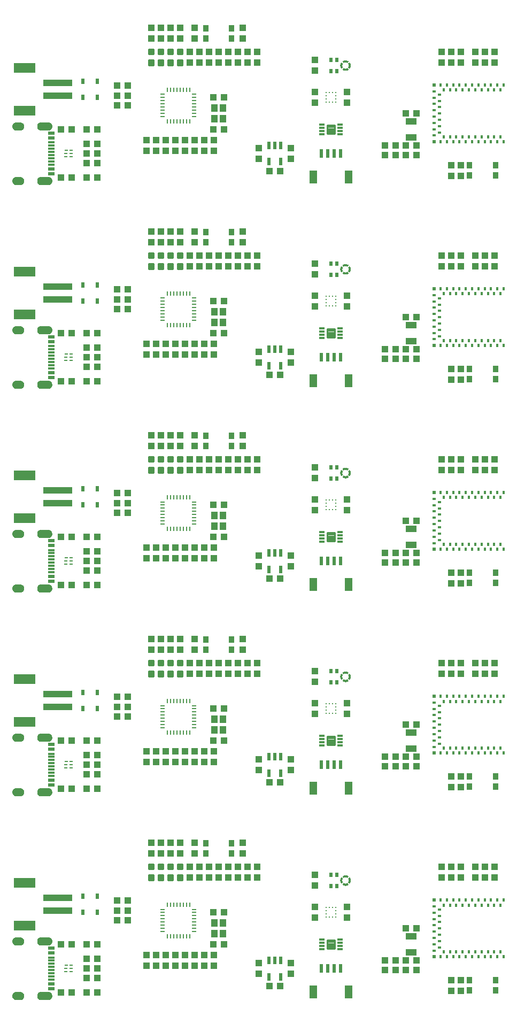
<source format=gtp>
G75*
%MOIN*%
%OFA0B0*%
%FSLAX25Y25*%
%IPPOS*%
%LPD*%
%AMOC8*
5,1,8,0,0,1.08239X$1,22.5*
%
%ADD10R,0.03937X0.04331*%
%ADD11R,0.04331X0.03937*%
%ADD12R,0.02480X0.03268*%
%ADD13R,0.02402X0.00984*%
%ADD14R,0.02205X0.00984*%
%ADD15C,0.01181*%
%ADD16R,0.02055X0.02854*%
%ADD17R,0.00787X0.01969*%
%ADD18C,0.00197*%
%ADD19R,0.01969X0.00787*%
%ADD20R,0.03346X0.01181*%
%ADD21C,0.01102*%
%ADD22R,0.18110X0.03937*%
%ADD23R,0.13386X0.06299*%
%ADD24R,0.04000X0.01181*%
%ADD25R,0.04000X0.02362*%
%ADD26R,0.04000X0.02165*%
%ADD27C,0.00039*%
%ADD28R,0.04724X0.07874*%
%ADD29R,0.02362X0.05315*%
%ADD30R,0.03543X0.03937*%
%ADD31R,0.03150X0.01120*%
%ADD32R,0.01120X0.03150*%
%ADD33R,0.04331X0.04724*%
%ADD34R,0.01575X0.02362*%
%ADD35R,0.02362X0.02362*%
%ADD36R,0.02362X0.01575*%
%ADD37R,0.02165X0.04724*%
%ADD38R,0.00984X0.01083*%
%ADD39R,0.01083X0.00984*%
%ADD40R,0.07087X0.03937*%
D10*
X0131435Y0050161D03*
X0137435Y0050161D03*
X0143435Y0050161D03*
X0143435Y0056854D03*
X0137435Y0056854D03*
X0131435Y0056854D03*
X0149435Y0056854D03*
X0155435Y0056854D03*
X0161435Y0056854D03*
X0167435Y0056854D03*
X0167435Y0050161D03*
X0161435Y0050161D03*
X0155435Y0050161D03*
X0149435Y0050161D03*
X0173435Y0050161D03*
X0173435Y0056854D03*
X0201435Y0051854D03*
X0201435Y0045161D03*
X0221435Y0045161D03*
X0221435Y0051854D03*
X0236435Y0080161D03*
X0236435Y0086854D03*
X0236435Y0100161D03*
X0236435Y0106854D03*
X0256435Y0086854D03*
X0256435Y0080161D03*
X0200435Y0105161D03*
X0194435Y0105161D03*
X0188435Y0105161D03*
X0182435Y0105161D03*
X0182435Y0111854D03*
X0188435Y0111854D03*
X0194435Y0111854D03*
X0200435Y0111854D03*
X0191435Y0120161D03*
X0191435Y0126854D03*
X0176435Y0111854D03*
X0170435Y0111854D03*
X0164435Y0111854D03*
X0158435Y0111854D03*
X0158435Y0105161D03*
X0164435Y0105161D03*
X0170435Y0105161D03*
X0176435Y0105161D03*
X0161435Y0120161D03*
X0161435Y0126854D03*
X0152435Y0126854D03*
X0146435Y0126854D03*
X0140435Y0126854D03*
X0134435Y0126854D03*
X0134435Y0120161D03*
X0140435Y0120161D03*
X0146435Y0120161D03*
X0152435Y0120161D03*
X0149435Y0177169D03*
X0155435Y0177169D03*
X0161435Y0177169D03*
X0167435Y0177169D03*
X0167435Y0183862D03*
X0161435Y0183862D03*
X0155435Y0183862D03*
X0149435Y0183862D03*
X0143435Y0183862D03*
X0137435Y0183862D03*
X0131435Y0183862D03*
X0131435Y0177169D03*
X0137435Y0177169D03*
X0143435Y0177169D03*
X0173435Y0177169D03*
X0173435Y0183862D03*
X0201435Y0178862D03*
X0201435Y0172169D03*
X0221435Y0172169D03*
X0221435Y0178862D03*
X0236435Y0207169D03*
X0236435Y0213862D03*
X0236435Y0227169D03*
X0236435Y0233862D03*
X0256435Y0213862D03*
X0256435Y0207169D03*
X0200435Y0232169D03*
X0194435Y0232169D03*
X0188435Y0232169D03*
X0182435Y0232169D03*
X0182435Y0238862D03*
X0188435Y0238862D03*
X0194435Y0238862D03*
X0200435Y0238862D03*
X0191435Y0247169D03*
X0191435Y0253862D03*
X0176435Y0238862D03*
X0170435Y0238862D03*
X0164435Y0238862D03*
X0158435Y0238862D03*
X0158435Y0232169D03*
X0164435Y0232169D03*
X0170435Y0232169D03*
X0176435Y0232169D03*
X0161435Y0247169D03*
X0161435Y0253862D03*
X0152435Y0253862D03*
X0146435Y0253862D03*
X0140435Y0253862D03*
X0134435Y0253862D03*
X0134435Y0247169D03*
X0140435Y0247169D03*
X0146435Y0247169D03*
X0152435Y0247169D03*
X0149435Y0304177D03*
X0155435Y0304177D03*
X0161435Y0304177D03*
X0167435Y0304177D03*
X0167435Y0310870D03*
X0161435Y0310870D03*
X0155435Y0310870D03*
X0149435Y0310870D03*
X0143435Y0310870D03*
X0137435Y0310870D03*
X0131435Y0310870D03*
X0131435Y0304177D03*
X0137435Y0304177D03*
X0143435Y0304177D03*
X0173435Y0304177D03*
X0173435Y0310870D03*
X0201435Y0305870D03*
X0201435Y0299177D03*
X0221435Y0299177D03*
X0221435Y0305870D03*
X0236435Y0334177D03*
X0236435Y0340870D03*
X0236435Y0354177D03*
X0236435Y0360870D03*
X0256435Y0340870D03*
X0256435Y0334177D03*
X0200435Y0359177D03*
X0194435Y0359177D03*
X0188435Y0359177D03*
X0182435Y0359177D03*
X0182435Y0365870D03*
X0188435Y0365870D03*
X0194435Y0365870D03*
X0200435Y0365870D03*
X0191435Y0374177D03*
X0191435Y0380870D03*
X0176435Y0365870D03*
X0170435Y0365870D03*
X0164435Y0365870D03*
X0158435Y0365870D03*
X0158435Y0359177D03*
X0164435Y0359177D03*
X0170435Y0359177D03*
X0176435Y0359177D03*
X0161435Y0374177D03*
X0161435Y0380870D03*
X0152435Y0380870D03*
X0146435Y0380870D03*
X0140435Y0380870D03*
X0134435Y0380870D03*
X0134435Y0374177D03*
X0140435Y0374177D03*
X0146435Y0374177D03*
X0152435Y0374177D03*
X0149435Y0431185D03*
X0155435Y0431185D03*
X0161435Y0431185D03*
X0167435Y0431185D03*
X0167435Y0437878D03*
X0161435Y0437878D03*
X0155435Y0437878D03*
X0149435Y0437878D03*
X0143435Y0437878D03*
X0137435Y0437878D03*
X0131435Y0437878D03*
X0131435Y0431185D03*
X0137435Y0431185D03*
X0143435Y0431185D03*
X0173435Y0431185D03*
X0173435Y0437878D03*
X0201435Y0432878D03*
X0201435Y0426185D03*
X0221435Y0426185D03*
X0221435Y0432878D03*
X0236435Y0461185D03*
X0236435Y0467878D03*
X0236435Y0481185D03*
X0236435Y0487878D03*
X0256435Y0467878D03*
X0256435Y0461185D03*
X0200435Y0486185D03*
X0194435Y0486185D03*
X0188435Y0486185D03*
X0182435Y0486185D03*
X0182435Y0492878D03*
X0188435Y0492878D03*
X0194435Y0492878D03*
X0200435Y0492878D03*
X0191435Y0501185D03*
X0191435Y0507878D03*
X0176435Y0492878D03*
X0170435Y0492878D03*
X0164435Y0492878D03*
X0158435Y0492878D03*
X0158435Y0486185D03*
X0164435Y0486185D03*
X0170435Y0486185D03*
X0176435Y0486185D03*
X0161435Y0501185D03*
X0161435Y0507878D03*
X0152435Y0507878D03*
X0146435Y0507878D03*
X0140435Y0507878D03*
X0134435Y0507878D03*
X0134435Y0501185D03*
X0140435Y0501185D03*
X0146435Y0501185D03*
X0152435Y0501185D03*
X0149435Y0558193D03*
X0155435Y0558193D03*
X0161435Y0558193D03*
X0167435Y0558193D03*
X0167435Y0564886D03*
X0161435Y0564886D03*
X0155435Y0564886D03*
X0149435Y0564886D03*
X0143435Y0564886D03*
X0137435Y0564886D03*
X0131435Y0564886D03*
X0131435Y0558193D03*
X0137435Y0558193D03*
X0143435Y0558193D03*
X0173435Y0558193D03*
X0173435Y0564886D03*
X0201435Y0559886D03*
X0201435Y0553193D03*
X0221435Y0553193D03*
X0221435Y0559886D03*
X0236435Y0588193D03*
X0236435Y0594886D03*
X0236435Y0608193D03*
X0236435Y0614886D03*
X0256435Y0594886D03*
X0256435Y0588193D03*
X0200435Y0613193D03*
X0194435Y0613193D03*
X0188435Y0613193D03*
X0182435Y0613193D03*
X0182435Y0619886D03*
X0188435Y0619886D03*
X0194435Y0619886D03*
X0200435Y0619886D03*
X0191435Y0628193D03*
X0191435Y0634886D03*
X0176435Y0619886D03*
X0170435Y0619886D03*
X0164435Y0619886D03*
X0158435Y0619886D03*
X0158435Y0613193D03*
X0164435Y0613193D03*
X0170435Y0613193D03*
X0176435Y0613193D03*
X0161435Y0628193D03*
X0161435Y0634886D03*
X0152435Y0634886D03*
X0146435Y0634886D03*
X0140435Y0634886D03*
X0134435Y0634886D03*
X0134435Y0628193D03*
X0140435Y0628193D03*
X0146435Y0628193D03*
X0152435Y0628193D03*
X0315435Y0619886D03*
X0315435Y0613193D03*
X0321435Y0613193D03*
X0327435Y0613193D03*
X0327435Y0619886D03*
X0321435Y0619886D03*
X0336435Y0619886D03*
X0342435Y0619886D03*
X0348435Y0619886D03*
X0348435Y0613193D03*
X0342435Y0613193D03*
X0336435Y0613193D03*
X0327435Y0549386D03*
X0321435Y0549386D03*
X0321435Y0542693D03*
X0327435Y0542693D03*
X0327435Y0492878D03*
X0321435Y0492878D03*
X0321435Y0486185D03*
X0327435Y0486185D03*
X0336435Y0486185D03*
X0342435Y0486185D03*
X0348435Y0486185D03*
X0348435Y0492878D03*
X0342435Y0492878D03*
X0336435Y0492878D03*
X0315435Y0492878D03*
X0315435Y0486185D03*
X0321435Y0422378D03*
X0327435Y0422378D03*
X0327435Y0415685D03*
X0321435Y0415685D03*
X0321435Y0365870D03*
X0327435Y0365870D03*
X0327435Y0359177D03*
X0321435Y0359177D03*
X0315435Y0359177D03*
X0315435Y0365870D03*
X0336435Y0365870D03*
X0342435Y0365870D03*
X0348435Y0365870D03*
X0348435Y0359177D03*
X0342435Y0359177D03*
X0336435Y0359177D03*
X0327435Y0295370D03*
X0321435Y0295370D03*
X0321435Y0288677D03*
X0327435Y0288677D03*
X0327435Y0238862D03*
X0321435Y0238862D03*
X0321435Y0232169D03*
X0327435Y0232169D03*
X0336435Y0232169D03*
X0342435Y0232169D03*
X0348435Y0232169D03*
X0348435Y0238862D03*
X0342435Y0238862D03*
X0336435Y0238862D03*
X0315435Y0238862D03*
X0315435Y0232169D03*
X0321435Y0168362D03*
X0327435Y0168362D03*
X0327435Y0161669D03*
X0321435Y0161669D03*
X0321435Y0111854D03*
X0327435Y0111854D03*
X0327435Y0105161D03*
X0321435Y0105161D03*
X0315435Y0105161D03*
X0315435Y0111854D03*
X0336435Y0111854D03*
X0342435Y0111854D03*
X0348435Y0111854D03*
X0348435Y0105161D03*
X0342435Y0105161D03*
X0336435Y0105161D03*
X0327435Y0041354D03*
X0321435Y0041354D03*
X0321435Y0034661D03*
X0327435Y0034661D03*
D11*
X0299781Y0047508D03*
X0299781Y0053508D03*
X0293089Y0053508D03*
X0293089Y0047508D03*
X0286781Y0047508D03*
X0286781Y0053508D03*
X0280089Y0053508D03*
X0280089Y0047508D03*
X0293089Y0073508D03*
X0299781Y0073508D03*
X0299781Y0174516D03*
X0299781Y0180516D03*
X0293089Y0180516D03*
X0293089Y0174516D03*
X0286781Y0174516D03*
X0286781Y0180516D03*
X0280089Y0180516D03*
X0280089Y0174516D03*
X0293089Y0200516D03*
X0299781Y0200516D03*
X0299781Y0301524D03*
X0299781Y0307524D03*
X0293089Y0307524D03*
X0293089Y0301524D03*
X0286781Y0301524D03*
X0286781Y0307524D03*
X0280089Y0307524D03*
X0280089Y0301524D03*
X0293089Y0327524D03*
X0299781Y0327524D03*
X0299781Y0428531D03*
X0299781Y0434531D03*
X0293089Y0434531D03*
X0293089Y0428531D03*
X0286781Y0428531D03*
X0286781Y0434531D03*
X0280089Y0434531D03*
X0280089Y0428531D03*
X0293089Y0454531D03*
X0299781Y0454531D03*
X0299781Y0555539D03*
X0299781Y0561539D03*
X0293089Y0561539D03*
X0293089Y0555539D03*
X0286781Y0555539D03*
X0286781Y0561539D03*
X0280089Y0561539D03*
X0280089Y0555539D03*
X0293089Y0581539D03*
X0299781Y0581539D03*
X0214781Y0545539D03*
X0208089Y0545539D03*
X0179781Y0571539D03*
X0173089Y0571539D03*
X0173089Y0591539D03*
X0179781Y0591539D03*
X0119781Y0592539D03*
X0119781Y0586539D03*
X0113089Y0586539D03*
X0113089Y0592539D03*
X0113089Y0599039D03*
X0119781Y0599039D03*
X0100781Y0571539D03*
X0100781Y0562539D03*
X0100781Y0556539D03*
X0100781Y0550539D03*
X0100781Y0541539D03*
X0094089Y0541539D03*
X0094089Y0550539D03*
X0094089Y0556539D03*
X0094089Y0562539D03*
X0094089Y0571539D03*
X0084781Y0571539D03*
X0078089Y0571539D03*
X0078089Y0541539D03*
X0084781Y0541539D03*
X0113089Y0472031D03*
X0113089Y0465531D03*
X0113089Y0459531D03*
X0119781Y0459531D03*
X0119781Y0465531D03*
X0119781Y0472031D03*
X0100781Y0444531D03*
X0100781Y0435531D03*
X0100781Y0429531D03*
X0100781Y0423531D03*
X0100781Y0414531D03*
X0094089Y0414531D03*
X0094089Y0423531D03*
X0094089Y0429531D03*
X0094089Y0435531D03*
X0094089Y0444531D03*
X0084781Y0444531D03*
X0078089Y0444531D03*
X0078089Y0414531D03*
X0084781Y0414531D03*
X0113089Y0345024D03*
X0113089Y0338524D03*
X0113089Y0332524D03*
X0119781Y0332524D03*
X0119781Y0338524D03*
X0119781Y0345024D03*
X0100781Y0317524D03*
X0094089Y0317524D03*
X0094089Y0308524D03*
X0094089Y0302524D03*
X0094089Y0296524D03*
X0094089Y0287524D03*
X0100781Y0287524D03*
X0100781Y0296524D03*
X0100781Y0302524D03*
X0100781Y0308524D03*
X0084781Y0317524D03*
X0078089Y0317524D03*
X0078089Y0287524D03*
X0084781Y0287524D03*
X0113089Y0218016D03*
X0113089Y0211516D03*
X0113089Y0205516D03*
X0119781Y0205516D03*
X0119781Y0211516D03*
X0119781Y0218016D03*
X0100781Y0190516D03*
X0100781Y0181516D03*
X0100781Y0175516D03*
X0100781Y0169516D03*
X0100781Y0160516D03*
X0094089Y0160516D03*
X0094089Y0169516D03*
X0094089Y0175516D03*
X0094089Y0181516D03*
X0094089Y0190516D03*
X0084781Y0190516D03*
X0078089Y0190516D03*
X0078089Y0160516D03*
X0084781Y0160516D03*
X0113089Y0091008D03*
X0113089Y0084508D03*
X0113089Y0078508D03*
X0119781Y0078508D03*
X0119781Y0084508D03*
X0119781Y0091008D03*
X0100781Y0063508D03*
X0094089Y0063508D03*
X0094089Y0054508D03*
X0094089Y0048508D03*
X0094089Y0042508D03*
X0100781Y0042508D03*
X0100781Y0048508D03*
X0100781Y0054508D03*
X0100781Y0033508D03*
X0094089Y0033508D03*
X0084781Y0033508D03*
X0078089Y0033508D03*
X0078089Y0063508D03*
X0084781Y0063508D03*
X0173089Y0063508D03*
X0179781Y0063508D03*
X0179781Y0083508D03*
X0173089Y0083508D03*
X0208089Y0037508D03*
X0214781Y0037508D03*
X0214781Y0164516D03*
X0208089Y0164516D03*
X0179781Y0190516D03*
X0173089Y0190516D03*
X0173089Y0210516D03*
X0179781Y0210516D03*
X0208089Y0291524D03*
X0214781Y0291524D03*
X0179781Y0317524D03*
X0173089Y0317524D03*
X0173089Y0337524D03*
X0179781Y0337524D03*
X0208089Y0418531D03*
X0214781Y0418531D03*
X0179781Y0444531D03*
X0173089Y0444531D03*
X0173089Y0464531D03*
X0179781Y0464531D03*
D12*
X0100963Y0464531D03*
X0100963Y0474531D03*
X0091907Y0474531D03*
X0091907Y0464531D03*
X0091907Y0347524D03*
X0100963Y0347524D03*
X0100963Y0337524D03*
X0091907Y0337524D03*
X0091907Y0220516D03*
X0091907Y0210516D03*
X0100963Y0210516D03*
X0100963Y0220516D03*
X0100963Y0093508D03*
X0100963Y0083508D03*
X0091907Y0083508D03*
X0091907Y0093508D03*
X0091907Y0591539D03*
X0100963Y0591539D03*
X0100963Y0601539D03*
X0091907Y0601539D03*
D13*
X0081341Y0558508D03*
X0081341Y0431500D03*
X0081341Y0304492D03*
X0081341Y0177484D03*
X0081341Y0050476D03*
D14*
X0081242Y0048508D03*
X0081242Y0046539D03*
X0084628Y0046539D03*
X0084628Y0048508D03*
X0084628Y0050476D03*
X0084628Y0173547D03*
X0084628Y0175516D03*
X0084628Y0177484D03*
X0081242Y0175516D03*
X0081242Y0173547D03*
X0081242Y0300555D03*
X0081242Y0302524D03*
X0084628Y0302524D03*
X0084628Y0304492D03*
X0084628Y0300555D03*
X0084628Y0427563D03*
X0084628Y0429531D03*
X0084628Y0431500D03*
X0081242Y0429531D03*
X0081242Y0427563D03*
X0081242Y0554571D03*
X0081242Y0556539D03*
X0084628Y0556539D03*
X0084628Y0554571D03*
X0084628Y0558508D03*
D15*
X0133057Y0614465D02*
X0135813Y0614465D01*
X0135813Y0611709D01*
X0133057Y0611709D01*
X0133057Y0614465D01*
X0133057Y0612831D02*
X0135813Y0612831D01*
X0135813Y0613953D02*
X0133057Y0613953D01*
X0133057Y0621370D02*
X0135813Y0621370D01*
X0135813Y0618614D01*
X0133057Y0618614D01*
X0133057Y0621370D01*
X0133057Y0619736D02*
X0135813Y0619736D01*
X0135813Y0620858D02*
X0133057Y0620858D01*
X0139057Y0621370D02*
X0141813Y0621370D01*
X0141813Y0618614D01*
X0139057Y0618614D01*
X0139057Y0621370D01*
X0139057Y0619736D02*
X0141813Y0619736D01*
X0141813Y0620858D02*
X0139057Y0620858D01*
X0139057Y0614465D02*
X0141813Y0614465D01*
X0141813Y0611709D01*
X0139057Y0611709D01*
X0139057Y0614465D01*
X0139057Y0612831D02*
X0141813Y0612831D01*
X0141813Y0613953D02*
X0139057Y0613953D01*
X0145057Y0614465D02*
X0147813Y0614465D01*
X0147813Y0611709D01*
X0145057Y0611709D01*
X0145057Y0614465D01*
X0145057Y0612831D02*
X0147813Y0612831D01*
X0147813Y0613953D02*
X0145057Y0613953D01*
X0145057Y0621370D02*
X0147813Y0621370D01*
X0147813Y0618614D01*
X0145057Y0618614D01*
X0145057Y0621370D01*
X0145057Y0619736D02*
X0147813Y0619736D01*
X0147813Y0620858D02*
X0145057Y0620858D01*
X0151057Y0621370D02*
X0153813Y0621370D01*
X0153813Y0618614D01*
X0151057Y0618614D01*
X0151057Y0621370D01*
X0151057Y0619736D02*
X0153813Y0619736D01*
X0153813Y0620858D02*
X0151057Y0620858D01*
X0151057Y0614465D02*
X0153813Y0614465D01*
X0153813Y0611709D01*
X0151057Y0611709D01*
X0151057Y0614465D01*
X0151057Y0612831D02*
X0153813Y0612831D01*
X0153813Y0613953D02*
X0151057Y0613953D01*
X0151057Y0494362D02*
X0153813Y0494362D01*
X0153813Y0491606D01*
X0151057Y0491606D01*
X0151057Y0494362D01*
X0151057Y0492728D02*
X0153813Y0492728D01*
X0153813Y0493850D02*
X0151057Y0493850D01*
X0147813Y0494362D02*
X0145057Y0494362D01*
X0147813Y0494362D02*
X0147813Y0491606D01*
X0145057Y0491606D01*
X0145057Y0494362D01*
X0145057Y0492728D02*
X0147813Y0492728D01*
X0147813Y0493850D02*
X0145057Y0493850D01*
X0141813Y0494362D02*
X0139057Y0494362D01*
X0141813Y0494362D02*
X0141813Y0491606D01*
X0139057Y0491606D01*
X0139057Y0494362D01*
X0139057Y0492728D02*
X0141813Y0492728D01*
X0141813Y0493850D02*
X0139057Y0493850D01*
X0135813Y0494362D02*
X0133057Y0494362D01*
X0135813Y0494362D02*
X0135813Y0491606D01*
X0133057Y0491606D01*
X0133057Y0494362D01*
X0133057Y0492728D02*
X0135813Y0492728D01*
X0135813Y0493850D02*
X0133057Y0493850D01*
X0133057Y0487457D02*
X0135813Y0487457D01*
X0135813Y0484701D01*
X0133057Y0484701D01*
X0133057Y0487457D01*
X0133057Y0485823D02*
X0135813Y0485823D01*
X0135813Y0486945D02*
X0133057Y0486945D01*
X0139057Y0487457D02*
X0141813Y0487457D01*
X0141813Y0484701D01*
X0139057Y0484701D01*
X0139057Y0487457D01*
X0139057Y0485823D02*
X0141813Y0485823D01*
X0141813Y0486945D02*
X0139057Y0486945D01*
X0145057Y0487457D02*
X0147813Y0487457D01*
X0147813Y0484701D01*
X0145057Y0484701D01*
X0145057Y0487457D01*
X0145057Y0485823D02*
X0147813Y0485823D01*
X0147813Y0486945D02*
X0145057Y0486945D01*
X0151057Y0487457D02*
X0153813Y0487457D01*
X0153813Y0484701D01*
X0151057Y0484701D01*
X0151057Y0487457D01*
X0151057Y0485823D02*
X0153813Y0485823D01*
X0153813Y0486945D02*
X0151057Y0486945D01*
X0151057Y0367354D02*
X0153813Y0367354D01*
X0153813Y0364598D01*
X0151057Y0364598D01*
X0151057Y0367354D01*
X0151057Y0365720D02*
X0153813Y0365720D01*
X0153813Y0366842D02*
X0151057Y0366842D01*
X0147813Y0367354D02*
X0145057Y0367354D01*
X0147813Y0367354D02*
X0147813Y0364598D01*
X0145057Y0364598D01*
X0145057Y0367354D01*
X0145057Y0365720D02*
X0147813Y0365720D01*
X0147813Y0366842D02*
X0145057Y0366842D01*
X0141813Y0367354D02*
X0139057Y0367354D01*
X0141813Y0367354D02*
X0141813Y0364598D01*
X0139057Y0364598D01*
X0139057Y0367354D01*
X0139057Y0365720D02*
X0141813Y0365720D01*
X0141813Y0366842D02*
X0139057Y0366842D01*
X0135813Y0367354D02*
X0133057Y0367354D01*
X0135813Y0367354D02*
X0135813Y0364598D01*
X0133057Y0364598D01*
X0133057Y0367354D01*
X0133057Y0365720D02*
X0135813Y0365720D01*
X0135813Y0366842D02*
X0133057Y0366842D01*
X0133057Y0360449D02*
X0135813Y0360449D01*
X0135813Y0357693D01*
X0133057Y0357693D01*
X0133057Y0360449D01*
X0133057Y0358815D02*
X0135813Y0358815D01*
X0135813Y0359937D02*
X0133057Y0359937D01*
X0139057Y0360449D02*
X0141813Y0360449D01*
X0141813Y0357693D01*
X0139057Y0357693D01*
X0139057Y0360449D01*
X0139057Y0358815D02*
X0141813Y0358815D01*
X0141813Y0359937D02*
X0139057Y0359937D01*
X0145057Y0360449D02*
X0147813Y0360449D01*
X0147813Y0357693D01*
X0145057Y0357693D01*
X0145057Y0360449D01*
X0145057Y0358815D02*
X0147813Y0358815D01*
X0147813Y0359937D02*
X0145057Y0359937D01*
X0151057Y0360449D02*
X0153813Y0360449D01*
X0153813Y0357693D01*
X0151057Y0357693D01*
X0151057Y0360449D01*
X0151057Y0358815D02*
X0153813Y0358815D01*
X0153813Y0359937D02*
X0151057Y0359937D01*
X0151057Y0240347D02*
X0153813Y0240347D01*
X0153813Y0237591D01*
X0151057Y0237591D01*
X0151057Y0240347D01*
X0151057Y0238713D02*
X0153813Y0238713D01*
X0153813Y0239835D02*
X0151057Y0239835D01*
X0147813Y0240347D02*
X0145057Y0240347D01*
X0147813Y0240347D02*
X0147813Y0237591D01*
X0145057Y0237591D01*
X0145057Y0240347D01*
X0145057Y0238713D02*
X0147813Y0238713D01*
X0147813Y0239835D02*
X0145057Y0239835D01*
X0141813Y0240347D02*
X0139057Y0240347D01*
X0141813Y0240347D02*
X0141813Y0237591D01*
X0139057Y0237591D01*
X0139057Y0240347D01*
X0139057Y0238713D02*
X0141813Y0238713D01*
X0141813Y0239835D02*
X0139057Y0239835D01*
X0135813Y0240347D02*
X0133057Y0240347D01*
X0135813Y0240347D02*
X0135813Y0237591D01*
X0133057Y0237591D01*
X0133057Y0240347D01*
X0133057Y0238713D02*
X0135813Y0238713D01*
X0135813Y0239835D02*
X0133057Y0239835D01*
X0133057Y0233441D02*
X0135813Y0233441D01*
X0135813Y0230685D01*
X0133057Y0230685D01*
X0133057Y0233441D01*
X0133057Y0231807D02*
X0135813Y0231807D01*
X0135813Y0232929D02*
X0133057Y0232929D01*
X0139057Y0233441D02*
X0141813Y0233441D01*
X0141813Y0230685D01*
X0139057Y0230685D01*
X0139057Y0233441D01*
X0139057Y0231807D02*
X0141813Y0231807D01*
X0141813Y0232929D02*
X0139057Y0232929D01*
X0145057Y0233441D02*
X0147813Y0233441D01*
X0147813Y0230685D01*
X0145057Y0230685D01*
X0145057Y0233441D01*
X0145057Y0231807D02*
X0147813Y0231807D01*
X0147813Y0232929D02*
X0145057Y0232929D01*
X0151057Y0233441D02*
X0153813Y0233441D01*
X0153813Y0230685D01*
X0151057Y0230685D01*
X0151057Y0233441D01*
X0151057Y0231807D02*
X0153813Y0231807D01*
X0153813Y0232929D02*
X0151057Y0232929D01*
X0151057Y0113339D02*
X0153813Y0113339D01*
X0153813Y0110583D01*
X0151057Y0110583D01*
X0151057Y0113339D01*
X0151057Y0111705D02*
X0153813Y0111705D01*
X0153813Y0112827D02*
X0151057Y0112827D01*
X0147813Y0113339D02*
X0145057Y0113339D01*
X0147813Y0113339D02*
X0147813Y0110583D01*
X0145057Y0110583D01*
X0145057Y0113339D01*
X0145057Y0111705D02*
X0147813Y0111705D01*
X0147813Y0112827D02*
X0145057Y0112827D01*
X0141813Y0113339D02*
X0139057Y0113339D01*
X0141813Y0113339D02*
X0141813Y0110583D01*
X0139057Y0110583D01*
X0139057Y0113339D01*
X0139057Y0111705D02*
X0141813Y0111705D01*
X0141813Y0112827D02*
X0139057Y0112827D01*
X0135813Y0113339D02*
X0133057Y0113339D01*
X0135813Y0113339D02*
X0135813Y0110583D01*
X0133057Y0110583D01*
X0133057Y0113339D01*
X0133057Y0111705D02*
X0135813Y0111705D01*
X0135813Y0112827D02*
X0133057Y0112827D01*
X0133057Y0106433D02*
X0135813Y0106433D01*
X0135813Y0103677D01*
X0133057Y0103677D01*
X0133057Y0106433D01*
X0133057Y0104799D02*
X0135813Y0104799D01*
X0135813Y0105921D02*
X0133057Y0105921D01*
X0139057Y0106433D02*
X0141813Y0106433D01*
X0141813Y0103677D01*
X0139057Y0103677D01*
X0139057Y0106433D01*
X0139057Y0104799D02*
X0141813Y0104799D01*
X0141813Y0105921D02*
X0139057Y0105921D01*
X0145057Y0106433D02*
X0147813Y0106433D01*
X0147813Y0103677D01*
X0145057Y0103677D01*
X0145057Y0106433D01*
X0145057Y0104799D02*
X0147813Y0104799D01*
X0147813Y0105921D02*
X0145057Y0105921D01*
X0151057Y0106433D02*
X0153813Y0106433D01*
X0153813Y0103677D01*
X0151057Y0103677D01*
X0151057Y0106433D01*
X0151057Y0104799D02*
X0153813Y0104799D01*
X0153813Y0105921D02*
X0151057Y0105921D01*
D16*
X0246317Y0107051D03*
X0250254Y0107051D03*
X0250254Y0099965D03*
X0246317Y0099965D03*
X0246317Y0226972D03*
X0250254Y0226972D03*
X0250254Y0234059D03*
X0246317Y0234059D03*
X0246317Y0353980D03*
X0250254Y0353980D03*
X0250254Y0361067D03*
X0246317Y0361067D03*
X0246317Y0480988D03*
X0250254Y0480988D03*
X0250254Y0488075D03*
X0246317Y0488075D03*
X0246317Y0607996D03*
X0250254Y0607996D03*
X0250254Y0615083D03*
X0246317Y0615083D03*
D17*
X0252813Y0611539D03*
X0257931Y0611539D03*
X0257931Y0484531D03*
X0252813Y0484531D03*
X0252813Y0357524D03*
X0257931Y0357524D03*
X0257931Y0230516D03*
X0252813Y0230516D03*
X0252813Y0103508D03*
X0257931Y0103508D03*
D18*
X0257496Y0103508D02*
X0257454Y0103091D01*
X0257328Y0102692D01*
X0257124Y0102327D01*
X0257939Y0101776D01*
X0258238Y0102312D01*
X0258423Y0102897D01*
X0258485Y0103508D01*
X0258423Y0104119D01*
X0258238Y0104704D01*
X0257939Y0105240D01*
X0257124Y0104689D01*
X0257328Y0104323D01*
X0257454Y0103924D01*
X0257496Y0103508D01*
X0257454Y0103091D01*
X0257328Y0102692D01*
X0257124Y0102327D01*
X0257939Y0101776D01*
X0258238Y0102312D01*
X0258423Y0102897D01*
X0258485Y0103508D01*
X0258423Y0104119D01*
X0258238Y0104704D01*
X0257939Y0105240D01*
X0257124Y0104689D01*
X0257328Y0104323D01*
X0257454Y0103924D01*
X0257496Y0103508D01*
X0257454Y0103091D01*
X0257328Y0102692D01*
X0257124Y0102327D01*
X0257939Y0101776D01*
X0258238Y0102312D01*
X0258423Y0102897D01*
X0258485Y0103508D01*
X0258423Y0104119D01*
X0258238Y0104704D01*
X0257939Y0105240D01*
X0257124Y0104689D01*
X0257328Y0104323D01*
X0257454Y0103924D01*
X0257496Y0103508D01*
X0257454Y0103091D01*
X0257328Y0102692D01*
X0257124Y0102327D01*
X0257939Y0101776D01*
X0258238Y0102312D01*
X0258423Y0102897D01*
X0258485Y0103508D01*
X0258423Y0104119D01*
X0258238Y0104704D01*
X0257939Y0105240D01*
X0257124Y0104689D01*
X0257328Y0104323D01*
X0257454Y0103924D01*
X0257496Y0103508D01*
X0257454Y0103091D01*
X0257328Y0102692D01*
X0257124Y0102327D01*
X0257939Y0101776D01*
X0258238Y0102312D01*
X0258423Y0102897D01*
X0258485Y0103508D01*
X0258423Y0104119D01*
X0258238Y0104704D01*
X0257939Y0105240D01*
X0257124Y0104689D01*
X0257328Y0104323D01*
X0257454Y0103924D01*
X0257496Y0103508D01*
X0257454Y0103091D01*
X0257328Y0102692D01*
X0257124Y0102327D01*
X0257939Y0101776D01*
X0258238Y0102312D01*
X0258423Y0102897D01*
X0258485Y0103508D01*
X0258423Y0104119D01*
X0258238Y0104704D01*
X0257939Y0105240D01*
X0257124Y0104689D01*
X0257328Y0104323D01*
X0257454Y0103924D01*
X0257496Y0103508D01*
X0257454Y0103091D01*
X0257328Y0102692D01*
X0257124Y0102327D01*
X0257939Y0101776D01*
X0258238Y0102312D01*
X0258423Y0102897D01*
X0258485Y0103508D01*
X0258423Y0104119D01*
X0258238Y0104704D01*
X0257939Y0105240D01*
X0257124Y0104689D01*
X0257328Y0104323D01*
X0257454Y0103924D01*
X0257496Y0103508D01*
X0257494Y0103527D02*
X0258483Y0103527D01*
X0257494Y0103527D01*
X0258483Y0103527D01*
X0257494Y0103527D01*
X0258483Y0103527D01*
X0257494Y0103527D01*
X0258483Y0103527D01*
X0258463Y0103722D02*
X0257474Y0103722D01*
X0258463Y0103722D01*
X0257474Y0103722D01*
X0258463Y0103722D01*
X0257474Y0103722D01*
X0258463Y0103722D01*
X0257474Y0103722D01*
X0257455Y0103918D02*
X0258443Y0103918D01*
X0257455Y0103918D01*
X0258443Y0103918D01*
X0257455Y0103918D01*
X0258443Y0103918D01*
X0257455Y0103918D01*
X0258443Y0103918D01*
X0258423Y0104113D02*
X0257394Y0104113D01*
X0258423Y0104113D01*
X0257394Y0104113D01*
X0258423Y0104113D01*
X0257394Y0104113D01*
X0258423Y0104113D01*
X0257394Y0104113D01*
X0257333Y0104308D02*
X0258363Y0104308D01*
X0257333Y0104308D01*
X0258363Y0104308D01*
X0257333Y0104308D01*
X0258363Y0104308D01*
X0257333Y0104308D01*
X0258363Y0104308D01*
X0258301Y0104504D02*
X0257227Y0104504D01*
X0258301Y0104504D01*
X0257227Y0104504D01*
X0258301Y0104504D01*
X0257227Y0104504D01*
X0258301Y0104504D01*
X0257227Y0104504D01*
X0257139Y0104699D02*
X0258240Y0104699D01*
X0257139Y0104699D01*
X0258240Y0104699D01*
X0257139Y0104699D01*
X0258240Y0104699D01*
X0257139Y0104699D01*
X0258240Y0104699D01*
X0258132Y0104894D02*
X0257428Y0104894D01*
X0258132Y0104894D01*
X0257428Y0104894D01*
X0258132Y0104894D01*
X0257428Y0104894D01*
X0258132Y0104894D01*
X0257428Y0104894D01*
X0257716Y0105090D02*
X0258023Y0105090D01*
X0257716Y0105090D01*
X0258023Y0105090D01*
X0257716Y0105090D01*
X0258023Y0105090D01*
X0257716Y0105090D01*
X0258023Y0105090D01*
X0256967Y0105871D02*
X0253777Y0105871D01*
X0253645Y0106066D02*
X0257099Y0106066D01*
X0257104Y0106075D02*
X0256553Y0105260D01*
X0256188Y0105464D01*
X0255788Y0105590D01*
X0255372Y0105632D01*
X0254956Y0105590D01*
X0254556Y0105464D01*
X0254191Y0105260D01*
X0253640Y0106075D01*
X0254176Y0106374D01*
X0254761Y0106559D01*
X0255372Y0106621D01*
X0255983Y0106559D01*
X0256568Y0106374D01*
X0257104Y0106075D01*
X0256769Y0106262D02*
X0253975Y0106262D01*
X0254440Y0106457D02*
X0256304Y0106457D01*
X0256834Y0105676D02*
X0253910Y0105676D01*
X0254042Y0105480D02*
X0254609Y0105480D01*
X0254236Y0105285D02*
X0254174Y0105285D01*
X0253620Y0104689D02*
X0252805Y0105240D01*
X0252506Y0104704D01*
X0252321Y0104119D01*
X0252259Y0103508D01*
X0252321Y0102897D01*
X0252506Y0102312D01*
X0252805Y0101776D01*
X0253620Y0102327D01*
X0253416Y0102692D01*
X0253290Y0103091D01*
X0253248Y0103508D01*
X0253290Y0103924D01*
X0253416Y0104323D01*
X0253620Y0104689D01*
X0253605Y0104699D02*
X0252504Y0104699D01*
X0252443Y0104504D02*
X0253517Y0104504D01*
X0253411Y0104308D02*
X0252381Y0104308D01*
X0252321Y0104113D02*
X0253350Y0104113D01*
X0253289Y0103918D02*
X0252301Y0103918D01*
X0252281Y0103722D02*
X0253270Y0103722D01*
X0253250Y0103527D02*
X0252261Y0103527D01*
X0252277Y0103331D02*
X0253266Y0103331D01*
X0253286Y0103136D02*
X0252297Y0103136D01*
X0252317Y0102941D02*
X0253338Y0102941D01*
X0253399Y0102745D02*
X0252369Y0102745D01*
X0252431Y0102550D02*
X0253495Y0102550D01*
X0253605Y0102355D02*
X0252492Y0102355D01*
X0252591Y0102159D02*
X0253372Y0102159D01*
X0253083Y0101964D02*
X0252700Y0101964D01*
X0253803Y0101182D02*
X0256941Y0101182D01*
X0257073Y0100987D02*
X0253671Y0100987D01*
X0253640Y0100941D02*
X0254191Y0101756D01*
X0254556Y0101552D01*
X0254956Y0101426D01*
X0255372Y0101384D01*
X0255788Y0101426D01*
X0256188Y0101552D01*
X0256553Y0101756D01*
X0257104Y0100941D01*
X0256568Y0100642D01*
X0255983Y0100457D01*
X0255372Y0100395D01*
X0254761Y0100457D01*
X0254176Y0100642D01*
X0253640Y0100941D01*
X0253907Y0100792D02*
X0256837Y0100792D01*
X0256424Y0100596D02*
X0254320Y0100596D01*
X0253935Y0101378D02*
X0256809Y0101378D01*
X0256677Y0101573D02*
X0256226Y0101573D01*
X0257140Y0102355D02*
X0258252Y0102355D01*
X0257140Y0102355D01*
X0258252Y0102355D01*
X0257140Y0102355D01*
X0258252Y0102355D01*
X0257140Y0102355D01*
X0258252Y0102355D01*
X0258313Y0102550D02*
X0257249Y0102550D01*
X0258313Y0102550D01*
X0257249Y0102550D01*
X0258313Y0102550D01*
X0257249Y0102550D01*
X0258313Y0102550D01*
X0257249Y0102550D01*
X0257345Y0102745D02*
X0258375Y0102745D01*
X0257345Y0102745D01*
X0258375Y0102745D01*
X0257345Y0102745D01*
X0258375Y0102745D01*
X0257345Y0102745D01*
X0258375Y0102745D01*
X0258427Y0102941D02*
X0257406Y0102941D01*
X0258427Y0102941D01*
X0257406Y0102941D01*
X0258427Y0102941D01*
X0257406Y0102941D01*
X0258427Y0102941D01*
X0257406Y0102941D01*
X0257458Y0103136D02*
X0258447Y0103136D01*
X0257458Y0103136D01*
X0258447Y0103136D01*
X0257458Y0103136D01*
X0258447Y0103136D01*
X0257458Y0103136D01*
X0258447Y0103136D01*
X0258467Y0103331D02*
X0257478Y0103331D01*
X0258467Y0103331D01*
X0257478Y0103331D01*
X0258467Y0103331D01*
X0257478Y0103331D01*
X0258467Y0103331D01*
X0257478Y0103331D01*
X0257372Y0102159D02*
X0258153Y0102159D01*
X0257372Y0102159D01*
X0258153Y0102159D01*
X0257372Y0102159D01*
X0258153Y0102159D01*
X0257372Y0102159D01*
X0258153Y0102159D01*
X0258044Y0101964D02*
X0257661Y0101964D01*
X0258044Y0101964D01*
X0257661Y0101964D01*
X0258044Y0101964D01*
X0257661Y0101964D01*
X0258044Y0101964D01*
X0257661Y0101964D01*
X0255433Y0100401D02*
X0255311Y0100401D01*
X0254518Y0101573D02*
X0254067Y0101573D01*
X0253316Y0104894D02*
X0252612Y0104894D01*
X0252721Y0105090D02*
X0253028Y0105090D01*
X0256135Y0105480D02*
X0256702Y0105480D01*
X0256570Y0105285D02*
X0256508Y0105285D01*
X0255372Y0227403D02*
X0255983Y0227465D01*
X0256568Y0227650D01*
X0257104Y0227949D01*
X0256553Y0228764D01*
X0256188Y0228560D01*
X0255788Y0228434D01*
X0255372Y0228391D01*
X0254956Y0228434D01*
X0254556Y0228560D01*
X0254191Y0228764D01*
X0253640Y0227949D01*
X0254176Y0227650D01*
X0254761Y0227465D01*
X0255372Y0227403D01*
X0254392Y0227581D02*
X0256352Y0227581D01*
X0256796Y0227777D02*
X0253948Y0227777D01*
X0253656Y0227972D02*
X0257089Y0227972D01*
X0256956Y0228168D02*
X0253788Y0228168D01*
X0253920Y0228363D02*
X0256824Y0228363D01*
X0256692Y0228558D02*
X0256183Y0228558D01*
X0256535Y0228754D02*
X0256560Y0228754D01*
X0257124Y0229335D02*
X0257939Y0228784D01*
X0258238Y0229320D01*
X0258423Y0229905D01*
X0258485Y0230516D01*
X0258423Y0231127D01*
X0258238Y0231712D01*
X0257939Y0232248D01*
X0257124Y0231697D01*
X0257328Y0231331D01*
X0257454Y0230932D01*
X0257496Y0230516D01*
X0257454Y0230099D01*
X0257328Y0229700D01*
X0257124Y0229335D01*
X0257939Y0228784D01*
X0258238Y0229320D01*
X0258423Y0229905D01*
X0258485Y0230516D01*
X0258423Y0231127D01*
X0258238Y0231712D01*
X0257939Y0232248D01*
X0257124Y0231697D01*
X0257328Y0231331D01*
X0257454Y0230932D01*
X0257496Y0230516D01*
X0257454Y0230099D01*
X0257328Y0229700D01*
X0257124Y0229335D01*
X0257939Y0228784D01*
X0258238Y0229320D01*
X0258423Y0229905D01*
X0258485Y0230516D01*
X0258423Y0231127D01*
X0258238Y0231712D01*
X0257939Y0232248D01*
X0257124Y0231697D01*
X0257328Y0231331D01*
X0257454Y0230932D01*
X0257496Y0230516D01*
X0257454Y0230099D01*
X0257328Y0229700D01*
X0257124Y0229335D01*
X0257939Y0228784D01*
X0258238Y0229320D01*
X0258423Y0229905D01*
X0258485Y0230516D01*
X0258423Y0231127D01*
X0258238Y0231712D01*
X0257939Y0232248D01*
X0257124Y0231697D01*
X0257328Y0231331D01*
X0257454Y0230932D01*
X0257496Y0230516D01*
X0257454Y0230099D01*
X0257328Y0229700D01*
X0257124Y0229335D01*
X0257939Y0228784D01*
X0258238Y0229320D01*
X0258423Y0229905D01*
X0258485Y0230516D01*
X0258423Y0231127D01*
X0258238Y0231712D01*
X0257939Y0232248D01*
X0257124Y0231697D01*
X0257328Y0231331D01*
X0257454Y0230932D01*
X0257496Y0230516D01*
X0257454Y0230099D01*
X0257328Y0229700D01*
X0257124Y0229335D01*
X0257939Y0228784D01*
X0258238Y0229320D01*
X0258423Y0229905D01*
X0258485Y0230516D01*
X0258423Y0231127D01*
X0258238Y0231712D01*
X0257939Y0232248D01*
X0257124Y0231697D01*
X0257328Y0231331D01*
X0257454Y0230932D01*
X0257496Y0230516D01*
X0257454Y0230099D01*
X0257328Y0229700D01*
X0257124Y0229335D01*
X0257939Y0228784D01*
X0258238Y0229320D01*
X0258423Y0229905D01*
X0258485Y0230516D01*
X0258423Y0231127D01*
X0258238Y0231712D01*
X0257939Y0232248D01*
X0257124Y0231697D01*
X0257328Y0231331D01*
X0257454Y0230932D01*
X0257496Y0230516D01*
X0257454Y0230099D01*
X0257328Y0229700D01*
X0257124Y0229335D01*
X0257127Y0229340D02*
X0258244Y0229340D01*
X0257127Y0229340D01*
X0258244Y0229340D01*
X0257127Y0229340D01*
X0258244Y0229340D01*
X0257127Y0229340D01*
X0258244Y0229340D01*
X0258306Y0229535D02*
X0257236Y0229535D01*
X0258306Y0229535D01*
X0257236Y0229535D01*
X0258306Y0229535D01*
X0257236Y0229535D01*
X0258306Y0229535D01*
X0257236Y0229535D01*
X0257338Y0229730D02*
X0258368Y0229730D01*
X0257338Y0229730D01*
X0258368Y0229730D01*
X0257338Y0229730D01*
X0258368Y0229730D01*
X0257338Y0229730D01*
X0258368Y0229730D01*
X0258425Y0229926D02*
X0257399Y0229926D01*
X0258425Y0229926D01*
X0257399Y0229926D01*
X0258425Y0229926D01*
X0257399Y0229926D01*
X0258425Y0229926D01*
X0257399Y0229926D01*
X0257456Y0230121D02*
X0258445Y0230121D01*
X0257456Y0230121D01*
X0258445Y0230121D01*
X0257456Y0230121D01*
X0258445Y0230121D01*
X0257456Y0230121D01*
X0258445Y0230121D01*
X0258465Y0230317D02*
X0257476Y0230317D01*
X0258465Y0230317D01*
X0257476Y0230317D01*
X0258465Y0230317D01*
X0257476Y0230317D01*
X0258465Y0230317D01*
X0257476Y0230317D01*
X0257496Y0230512D02*
X0258485Y0230512D01*
X0257496Y0230512D01*
X0258485Y0230512D01*
X0257496Y0230512D01*
X0258485Y0230512D01*
X0257496Y0230512D01*
X0258485Y0230512D01*
X0258466Y0230707D02*
X0257477Y0230707D01*
X0258466Y0230707D01*
X0257477Y0230707D01*
X0258466Y0230707D01*
X0257477Y0230707D01*
X0258466Y0230707D01*
X0257477Y0230707D01*
X0257457Y0230903D02*
X0258446Y0230903D01*
X0257457Y0230903D01*
X0258446Y0230903D01*
X0257457Y0230903D01*
X0258446Y0230903D01*
X0257457Y0230903D01*
X0258446Y0230903D01*
X0258426Y0231098D02*
X0257402Y0231098D01*
X0258426Y0231098D01*
X0257402Y0231098D01*
X0258426Y0231098D01*
X0257402Y0231098D01*
X0258426Y0231098D01*
X0257402Y0231098D01*
X0257340Y0231293D02*
X0258370Y0231293D01*
X0257340Y0231293D01*
X0258370Y0231293D01*
X0257340Y0231293D01*
X0258370Y0231293D01*
X0257340Y0231293D01*
X0258370Y0231293D01*
X0258309Y0231489D02*
X0257240Y0231489D01*
X0258309Y0231489D01*
X0257240Y0231489D01*
X0258309Y0231489D01*
X0257240Y0231489D01*
X0258309Y0231489D01*
X0257240Y0231489D01*
X0257131Y0231684D02*
X0258247Y0231684D01*
X0257131Y0231684D01*
X0258247Y0231684D01*
X0257131Y0231684D01*
X0258247Y0231684D01*
X0257131Y0231684D01*
X0258247Y0231684D01*
X0258145Y0231879D02*
X0257394Y0231879D01*
X0258145Y0231879D01*
X0257394Y0231879D01*
X0258145Y0231879D01*
X0257394Y0231879D01*
X0258145Y0231879D01*
X0257394Y0231879D01*
X0257683Y0232075D02*
X0258036Y0232075D01*
X0257683Y0232075D01*
X0258036Y0232075D01*
X0257683Y0232075D01*
X0258036Y0232075D01*
X0257683Y0232075D01*
X0258036Y0232075D01*
X0256951Y0232856D02*
X0253793Y0232856D01*
X0253925Y0232661D02*
X0256819Y0232661D01*
X0256687Y0232466D02*
X0256199Y0232466D01*
X0256188Y0232472D02*
X0256553Y0232268D01*
X0257104Y0233083D01*
X0256568Y0233382D01*
X0255983Y0233567D01*
X0255372Y0233629D01*
X0254761Y0233567D01*
X0254176Y0233382D01*
X0253640Y0233083D01*
X0254191Y0232268D01*
X0254556Y0232472D01*
X0254956Y0232598D01*
X0255372Y0232640D01*
X0255788Y0232598D01*
X0256188Y0232472D01*
X0256549Y0232270D02*
X0256555Y0232270D01*
X0257083Y0233052D02*
X0253661Y0233052D01*
X0253934Y0233247D02*
X0256810Y0233247D01*
X0256377Y0233442D02*
X0254367Y0233442D01*
X0254545Y0232466D02*
X0254057Y0232466D01*
X0254189Y0232270D02*
X0254195Y0232270D01*
X0253620Y0231697D02*
X0252805Y0232248D01*
X0252506Y0231712D01*
X0252321Y0231127D01*
X0252259Y0230516D01*
X0252321Y0229905D01*
X0252506Y0229320D01*
X0252805Y0228784D01*
X0253620Y0229335D01*
X0253416Y0229700D01*
X0253290Y0230099D01*
X0253248Y0230516D01*
X0253290Y0230932D01*
X0253416Y0231331D01*
X0253620Y0231697D01*
X0253613Y0231684D02*
X0252497Y0231684D01*
X0252435Y0231489D02*
X0253504Y0231489D01*
X0253404Y0231293D02*
X0252374Y0231293D01*
X0252318Y0231098D02*
X0253342Y0231098D01*
X0253287Y0230903D02*
X0252298Y0230903D01*
X0252278Y0230707D02*
X0253267Y0230707D01*
X0253248Y0230512D02*
X0252259Y0230512D01*
X0252279Y0230317D02*
X0253268Y0230317D01*
X0253288Y0230121D02*
X0252299Y0230121D01*
X0252319Y0229926D02*
X0253345Y0229926D01*
X0253407Y0229730D02*
X0252376Y0229730D01*
X0252438Y0229535D02*
X0253508Y0229535D01*
X0253617Y0229340D02*
X0252500Y0229340D01*
X0252604Y0229144D02*
X0253339Y0229144D01*
X0253050Y0228949D02*
X0252713Y0228949D01*
X0254052Y0228558D02*
X0254561Y0228558D01*
X0254209Y0228754D02*
X0254184Y0228754D01*
X0253350Y0231879D02*
X0252599Y0231879D01*
X0252708Y0232075D02*
X0253061Y0232075D01*
X0257405Y0229144D02*
X0258140Y0229144D01*
X0257405Y0229144D01*
X0258140Y0229144D01*
X0257405Y0229144D01*
X0258140Y0229144D01*
X0257405Y0229144D01*
X0258140Y0229144D01*
X0258031Y0228949D02*
X0257694Y0228949D01*
X0258031Y0228949D01*
X0257694Y0228949D01*
X0258031Y0228949D01*
X0257694Y0228949D01*
X0258031Y0228949D01*
X0257694Y0228949D01*
X0255372Y0354410D02*
X0255983Y0354473D01*
X0256568Y0354657D01*
X0257104Y0354957D01*
X0253640Y0354957D01*
X0254191Y0355772D01*
X0254556Y0355568D01*
X0254956Y0355442D01*
X0255372Y0355399D01*
X0255788Y0355442D01*
X0256188Y0355568D01*
X0256553Y0355772D01*
X0257104Y0354957D01*
X0256972Y0355153D02*
X0253772Y0355153D01*
X0253904Y0355348D02*
X0256840Y0355348D01*
X0256707Y0355543D02*
X0256111Y0355543D01*
X0256494Y0355739D02*
X0256575Y0355739D01*
X0257124Y0356342D02*
X0257939Y0355791D01*
X0258238Y0356327D01*
X0258423Y0356913D01*
X0258485Y0357524D01*
X0258423Y0358134D01*
X0258238Y0358720D01*
X0257939Y0359256D01*
X0257124Y0358705D01*
X0257328Y0358339D01*
X0257454Y0357940D01*
X0257496Y0357524D01*
X0257454Y0357107D01*
X0257328Y0356708D01*
X0257124Y0356342D01*
X0257939Y0355791D01*
X0258238Y0356327D01*
X0258423Y0356913D01*
X0258485Y0357524D01*
X0258423Y0358134D01*
X0258238Y0358720D01*
X0257939Y0359256D01*
X0257124Y0358705D01*
X0257328Y0358339D01*
X0257454Y0357940D01*
X0257496Y0357524D01*
X0257454Y0357107D01*
X0257328Y0356708D01*
X0257124Y0356342D01*
X0257939Y0355791D01*
X0258238Y0356327D01*
X0258423Y0356913D01*
X0258485Y0357524D01*
X0258423Y0358134D01*
X0258238Y0358720D01*
X0257939Y0359256D01*
X0257124Y0358705D01*
X0257328Y0358339D01*
X0257454Y0357940D01*
X0257496Y0357524D01*
X0257454Y0357107D01*
X0257328Y0356708D01*
X0257124Y0356342D01*
X0257939Y0355791D01*
X0258238Y0356327D01*
X0258423Y0356913D01*
X0258485Y0357524D01*
X0258423Y0358134D01*
X0258238Y0358720D01*
X0257939Y0359256D01*
X0257124Y0358705D01*
X0257328Y0358339D01*
X0257454Y0357940D01*
X0257496Y0357524D01*
X0257454Y0357107D01*
X0257328Y0356708D01*
X0257124Y0356342D01*
X0257939Y0355791D01*
X0258238Y0356327D01*
X0258423Y0356913D01*
X0258485Y0357524D01*
X0258423Y0358134D01*
X0258238Y0358720D01*
X0257939Y0359256D01*
X0257124Y0358705D01*
X0257328Y0358339D01*
X0257454Y0357940D01*
X0257496Y0357524D01*
X0257454Y0357107D01*
X0257328Y0356708D01*
X0257124Y0356342D01*
X0257939Y0355791D01*
X0258238Y0356327D01*
X0258423Y0356913D01*
X0258485Y0357524D01*
X0258423Y0358134D01*
X0258238Y0358720D01*
X0257939Y0359256D01*
X0257124Y0358705D01*
X0257328Y0358339D01*
X0257454Y0357940D01*
X0257496Y0357524D01*
X0257454Y0357107D01*
X0257328Y0356708D01*
X0257124Y0356342D01*
X0257939Y0355791D01*
X0258238Y0356327D01*
X0258423Y0356913D01*
X0258485Y0357524D01*
X0258423Y0358134D01*
X0258238Y0358720D01*
X0257939Y0359256D01*
X0257124Y0358705D01*
X0257328Y0358339D01*
X0257454Y0357940D01*
X0257496Y0357524D01*
X0257454Y0357107D01*
X0257328Y0356708D01*
X0257124Y0356342D01*
X0257150Y0356325D02*
X0258237Y0356325D01*
X0257150Y0356325D01*
X0258237Y0356325D01*
X0257150Y0356325D01*
X0258237Y0356325D01*
X0257150Y0356325D01*
X0258237Y0356325D01*
X0258299Y0356520D02*
X0257223Y0356520D01*
X0258299Y0356520D01*
X0257223Y0356520D01*
X0258299Y0356520D01*
X0257223Y0356520D01*
X0258299Y0356520D01*
X0257223Y0356520D01*
X0257330Y0356716D02*
X0258361Y0356716D01*
X0257330Y0356716D01*
X0258361Y0356716D01*
X0257330Y0356716D01*
X0258361Y0356716D01*
X0257330Y0356716D01*
X0258361Y0356716D01*
X0258422Y0356911D02*
X0257392Y0356911D01*
X0258422Y0356911D01*
X0257392Y0356911D01*
X0258422Y0356911D01*
X0257392Y0356911D01*
X0258422Y0356911D01*
X0257392Y0356911D01*
X0257454Y0357106D02*
X0258442Y0357106D01*
X0257454Y0357106D01*
X0258442Y0357106D01*
X0257454Y0357106D01*
X0258442Y0357106D01*
X0257454Y0357106D01*
X0258442Y0357106D01*
X0258462Y0357302D02*
X0257474Y0357302D01*
X0258462Y0357302D01*
X0257474Y0357302D01*
X0258462Y0357302D01*
X0257474Y0357302D01*
X0258462Y0357302D01*
X0257474Y0357302D01*
X0257494Y0357497D02*
X0258482Y0357497D01*
X0257494Y0357497D01*
X0258482Y0357497D01*
X0257494Y0357497D01*
X0258482Y0357497D01*
X0257494Y0357497D01*
X0258482Y0357497D01*
X0258468Y0357692D02*
X0257479Y0357692D01*
X0258468Y0357692D01*
X0257479Y0357692D01*
X0258468Y0357692D01*
X0257479Y0357692D01*
X0258468Y0357692D01*
X0257479Y0357692D01*
X0257459Y0357888D02*
X0258448Y0357888D01*
X0257459Y0357888D01*
X0258448Y0357888D01*
X0257459Y0357888D01*
X0258448Y0357888D01*
X0257459Y0357888D01*
X0258448Y0357888D01*
X0258428Y0358083D02*
X0257409Y0358083D01*
X0258428Y0358083D01*
X0257409Y0358083D01*
X0258428Y0358083D01*
X0257409Y0358083D01*
X0258428Y0358083D01*
X0257409Y0358083D01*
X0257347Y0358278D02*
X0258377Y0358278D01*
X0257347Y0358278D01*
X0258377Y0358278D01*
X0257347Y0358278D01*
X0258377Y0358278D01*
X0257347Y0358278D01*
X0258377Y0358278D01*
X0258316Y0358474D02*
X0257253Y0358474D01*
X0258316Y0358474D01*
X0257253Y0358474D01*
X0258316Y0358474D01*
X0257253Y0358474D01*
X0258316Y0358474D01*
X0257253Y0358474D01*
X0257144Y0358669D02*
X0258254Y0358669D01*
X0257144Y0358669D01*
X0258254Y0358669D01*
X0257144Y0358669D01*
X0258254Y0358669D01*
X0257144Y0358669D01*
X0258254Y0358669D01*
X0258157Y0358865D02*
X0257360Y0358865D01*
X0258157Y0358865D01*
X0257360Y0358865D01*
X0258157Y0358865D01*
X0257360Y0358865D01*
X0258157Y0358865D01*
X0257360Y0358865D01*
X0257649Y0359060D02*
X0258048Y0359060D01*
X0257649Y0359060D01*
X0258048Y0359060D01*
X0257649Y0359060D01*
X0258048Y0359060D01*
X0257649Y0359060D01*
X0258048Y0359060D01*
X0257938Y0359255D02*
X0257939Y0359255D01*
X0257938Y0359255D01*
X0257939Y0359255D01*
X0257938Y0359255D01*
X0257939Y0359255D01*
X0257938Y0359255D01*
X0257939Y0359255D01*
X0256936Y0359841D02*
X0253808Y0359841D01*
X0253940Y0359646D02*
X0255353Y0359646D01*
X0255372Y0359648D02*
X0255788Y0359605D01*
X0256188Y0359480D01*
X0256553Y0359276D01*
X0257104Y0360091D01*
X0256568Y0360390D01*
X0255983Y0360574D01*
X0255372Y0360637D01*
X0254761Y0360574D01*
X0254176Y0360390D01*
X0253640Y0360091D01*
X0254191Y0359276D01*
X0254556Y0359480D01*
X0254956Y0359605D01*
X0255372Y0359648D01*
X0255391Y0359646D02*
X0256804Y0359646D01*
X0256672Y0359451D02*
X0256239Y0359451D01*
X0256851Y0360232D02*
X0253893Y0360232D01*
X0253676Y0360037D02*
X0257068Y0360037D01*
X0256449Y0360427D02*
X0254295Y0360427D01*
X0255236Y0360623D02*
X0255508Y0360623D01*
X0254505Y0359451D02*
X0254072Y0359451D01*
X0253620Y0358705D02*
X0252805Y0359256D01*
X0252506Y0358720D01*
X0252321Y0358134D01*
X0252259Y0357524D01*
X0252321Y0356913D01*
X0252506Y0356327D01*
X0252805Y0355791D01*
X0253620Y0356342D01*
X0253416Y0356708D01*
X0253290Y0357107D01*
X0253248Y0357524D01*
X0253290Y0357940D01*
X0253416Y0358339D01*
X0253620Y0358705D01*
X0253600Y0358669D02*
X0252490Y0358669D01*
X0252428Y0358474D02*
X0253491Y0358474D01*
X0253397Y0358278D02*
X0252367Y0358278D01*
X0252316Y0358083D02*
X0253335Y0358083D01*
X0253285Y0357888D02*
X0252296Y0357888D01*
X0252276Y0357692D02*
X0253265Y0357692D01*
X0253250Y0357497D02*
X0252262Y0357497D01*
X0252282Y0357302D02*
X0253270Y0357302D01*
X0253290Y0357106D02*
X0252302Y0357106D01*
X0252322Y0356911D02*
X0253352Y0356911D01*
X0253414Y0356716D02*
X0252383Y0356716D01*
X0252445Y0356520D02*
X0253521Y0356520D01*
X0253594Y0356325D02*
X0252507Y0356325D01*
X0252616Y0356129D02*
X0253305Y0356129D01*
X0253016Y0355934D02*
X0252725Y0355934D01*
X0253640Y0354957D02*
X0254176Y0354657D01*
X0254761Y0354473D01*
X0255372Y0354410D01*
X0254464Y0354567D02*
X0256280Y0354567D01*
X0256755Y0354762D02*
X0253989Y0354762D01*
X0254037Y0355543D02*
X0254633Y0355543D01*
X0254250Y0355739D02*
X0254169Y0355739D01*
X0253384Y0358865D02*
X0252587Y0358865D01*
X0252696Y0359060D02*
X0253095Y0359060D01*
X0252806Y0359255D02*
X0252805Y0359255D01*
X0257439Y0356129D02*
X0258128Y0356129D01*
X0257439Y0356129D01*
X0258128Y0356129D01*
X0257439Y0356129D01*
X0258128Y0356129D01*
X0257439Y0356129D01*
X0258128Y0356129D01*
X0258019Y0355934D02*
X0257728Y0355934D01*
X0258019Y0355934D01*
X0257728Y0355934D01*
X0258019Y0355934D01*
X0257728Y0355934D01*
X0258019Y0355934D01*
X0257728Y0355934D01*
X0255372Y0481418D02*
X0255983Y0481481D01*
X0256568Y0481665D01*
X0257104Y0481965D01*
X0256553Y0482780D01*
X0256188Y0482576D01*
X0255788Y0482450D01*
X0255372Y0482407D01*
X0254956Y0482450D01*
X0254556Y0482576D01*
X0254191Y0482780D01*
X0253640Y0481965D01*
X0254176Y0481665D01*
X0254761Y0481481D01*
X0255372Y0481418D01*
X0254536Y0481552D02*
X0256208Y0481552D01*
X0256715Y0481747D02*
X0254029Y0481747D01*
X0253679Y0481942D02*
X0257065Y0481942D01*
X0256987Y0482138D02*
X0253757Y0482138D01*
X0253889Y0482333D02*
X0256855Y0482333D01*
X0256723Y0482529D02*
X0256038Y0482529D01*
X0256453Y0482724D02*
X0256591Y0482724D01*
X0257124Y0483350D02*
X0257939Y0482799D01*
X0258238Y0483335D01*
X0258423Y0483921D01*
X0258485Y0484531D01*
X0258423Y0485142D01*
X0258238Y0485728D01*
X0257939Y0486264D01*
X0257124Y0485713D01*
X0257328Y0485347D01*
X0257454Y0484948D01*
X0257496Y0484531D01*
X0257454Y0484115D01*
X0257328Y0483716D01*
X0257124Y0483350D01*
X0257939Y0482799D01*
X0258238Y0483335D01*
X0258423Y0483921D01*
X0258485Y0484531D01*
X0258423Y0485142D01*
X0258238Y0485728D01*
X0257939Y0486264D01*
X0257124Y0485713D01*
X0257328Y0485347D01*
X0257454Y0484948D01*
X0257496Y0484531D01*
X0257454Y0484115D01*
X0257328Y0483716D01*
X0257124Y0483350D01*
X0257939Y0482799D01*
X0258238Y0483335D01*
X0258423Y0483921D01*
X0258485Y0484531D01*
X0258423Y0485142D01*
X0258238Y0485728D01*
X0257939Y0486264D01*
X0257124Y0485713D01*
X0257328Y0485347D01*
X0257454Y0484948D01*
X0257496Y0484531D01*
X0257454Y0484115D01*
X0257328Y0483716D01*
X0257124Y0483350D01*
X0257939Y0482799D01*
X0258238Y0483335D01*
X0258423Y0483921D01*
X0258485Y0484531D01*
X0258423Y0485142D01*
X0258238Y0485728D01*
X0257939Y0486264D01*
X0257124Y0485713D01*
X0257328Y0485347D01*
X0257454Y0484948D01*
X0257496Y0484531D01*
X0257454Y0484115D01*
X0257328Y0483716D01*
X0257124Y0483350D01*
X0257939Y0482799D01*
X0258238Y0483335D01*
X0258423Y0483921D01*
X0258485Y0484531D01*
X0258423Y0485142D01*
X0258238Y0485728D01*
X0257939Y0486264D01*
X0257124Y0485713D01*
X0257328Y0485347D01*
X0257454Y0484948D01*
X0257496Y0484531D01*
X0257454Y0484115D01*
X0257328Y0483716D01*
X0257124Y0483350D01*
X0257939Y0482799D01*
X0258238Y0483335D01*
X0258423Y0483921D01*
X0258485Y0484531D01*
X0258423Y0485142D01*
X0258238Y0485728D01*
X0257939Y0486264D01*
X0257124Y0485713D01*
X0257328Y0485347D01*
X0257454Y0484948D01*
X0257496Y0484531D01*
X0257454Y0484115D01*
X0257328Y0483716D01*
X0257124Y0483350D01*
X0257939Y0482799D01*
X0258238Y0483335D01*
X0258423Y0483921D01*
X0258485Y0484531D01*
X0258423Y0485142D01*
X0258238Y0485728D01*
X0257939Y0486264D01*
X0257124Y0485713D01*
X0257328Y0485347D01*
X0257454Y0484948D01*
X0257496Y0484531D01*
X0257454Y0484115D01*
X0257328Y0483716D01*
X0257124Y0483350D01*
X0257184Y0483310D02*
X0258224Y0483310D01*
X0257184Y0483310D01*
X0258224Y0483310D01*
X0257184Y0483310D01*
X0258224Y0483310D01*
X0257184Y0483310D01*
X0258224Y0483310D01*
X0258292Y0483505D02*
X0257210Y0483505D01*
X0258292Y0483505D01*
X0257210Y0483505D01*
X0258292Y0483505D01*
X0257210Y0483505D01*
X0258292Y0483505D01*
X0257210Y0483505D01*
X0257319Y0483701D02*
X0258353Y0483701D01*
X0257319Y0483701D01*
X0258353Y0483701D01*
X0257319Y0483701D01*
X0258353Y0483701D01*
X0257319Y0483701D01*
X0258353Y0483701D01*
X0258415Y0483896D02*
X0257385Y0483896D01*
X0258415Y0483896D01*
X0257385Y0483896D01*
X0258415Y0483896D01*
X0257385Y0483896D01*
X0258415Y0483896D01*
X0257385Y0483896D01*
X0257446Y0484091D02*
X0258440Y0484091D01*
X0257446Y0484091D01*
X0258440Y0484091D01*
X0257446Y0484091D01*
X0258440Y0484091D01*
X0257446Y0484091D01*
X0258440Y0484091D01*
X0258460Y0484287D02*
X0257471Y0484287D01*
X0258460Y0484287D01*
X0257471Y0484287D01*
X0258460Y0484287D01*
X0257471Y0484287D01*
X0258460Y0484287D01*
X0257471Y0484287D01*
X0257491Y0484482D02*
X0258480Y0484482D01*
X0257491Y0484482D01*
X0258480Y0484482D01*
X0257491Y0484482D01*
X0258480Y0484482D01*
X0257491Y0484482D01*
X0258480Y0484482D01*
X0258470Y0484677D02*
X0257481Y0484677D01*
X0258470Y0484677D01*
X0257481Y0484677D01*
X0258470Y0484677D01*
X0257481Y0484677D01*
X0258470Y0484677D01*
X0257481Y0484677D01*
X0257462Y0484873D02*
X0258450Y0484873D01*
X0257462Y0484873D01*
X0258450Y0484873D01*
X0257462Y0484873D01*
X0258450Y0484873D01*
X0257462Y0484873D01*
X0258450Y0484873D01*
X0258430Y0485068D02*
X0257416Y0485068D01*
X0258430Y0485068D01*
X0257416Y0485068D01*
X0258430Y0485068D01*
X0257416Y0485068D01*
X0258430Y0485068D01*
X0257416Y0485068D01*
X0257354Y0485264D02*
X0258384Y0485264D01*
X0257354Y0485264D01*
X0258384Y0485264D01*
X0257354Y0485264D01*
X0258384Y0485264D01*
X0257354Y0485264D01*
X0258384Y0485264D01*
X0258323Y0485459D02*
X0257266Y0485459D01*
X0258323Y0485459D01*
X0257266Y0485459D01*
X0258323Y0485459D01*
X0257266Y0485459D01*
X0258323Y0485459D01*
X0257266Y0485459D01*
X0257157Y0485654D02*
X0258261Y0485654D01*
X0257157Y0485654D01*
X0258261Y0485654D01*
X0257157Y0485654D01*
X0258261Y0485654D01*
X0257157Y0485654D01*
X0258261Y0485654D01*
X0258170Y0485850D02*
X0257327Y0485850D01*
X0258170Y0485850D01*
X0257327Y0485850D01*
X0258170Y0485850D01*
X0257327Y0485850D01*
X0258170Y0485850D01*
X0257327Y0485850D01*
X0257616Y0486045D02*
X0258061Y0486045D01*
X0257616Y0486045D01*
X0258061Y0486045D01*
X0257616Y0486045D01*
X0258061Y0486045D01*
X0257616Y0486045D01*
X0258061Y0486045D01*
X0257952Y0486240D02*
X0257904Y0486240D01*
X0257952Y0486240D01*
X0257904Y0486240D01*
X0257952Y0486240D01*
X0257904Y0486240D01*
X0257952Y0486240D01*
X0257904Y0486240D01*
X0256920Y0486826D02*
X0253824Y0486826D01*
X0253956Y0486631D02*
X0255130Y0486631D01*
X0254956Y0486613D02*
X0255372Y0486656D01*
X0255788Y0486613D01*
X0256188Y0486487D01*
X0256553Y0486283D01*
X0257104Y0487098D01*
X0256568Y0487398D01*
X0255983Y0487582D01*
X0255372Y0487645D01*
X0254761Y0487582D01*
X0254176Y0487398D01*
X0253640Y0487098D01*
X0254191Y0486283D01*
X0254556Y0486487D01*
X0254956Y0486613D01*
X0254464Y0486436D02*
X0254088Y0486436D01*
X0253692Y0487022D02*
X0257052Y0487022D01*
X0256891Y0487217D02*
X0253853Y0487217D01*
X0254223Y0487413D02*
X0256521Y0487413D01*
X0255731Y0487608D02*
X0255013Y0487608D01*
X0255614Y0486631D02*
X0256788Y0486631D01*
X0256656Y0486436D02*
X0256280Y0486436D01*
X0253620Y0485713D02*
X0252805Y0486264D01*
X0252506Y0485728D01*
X0252321Y0485142D01*
X0252259Y0484531D01*
X0252321Y0483921D01*
X0252506Y0483335D01*
X0252805Y0482799D01*
X0253620Y0483350D01*
X0253416Y0483716D01*
X0253290Y0484115D01*
X0253248Y0484531D01*
X0253290Y0484948D01*
X0253416Y0485347D01*
X0253620Y0485713D01*
X0253587Y0485654D02*
X0252483Y0485654D01*
X0252421Y0485459D02*
X0253478Y0485459D01*
X0253390Y0485264D02*
X0252360Y0485264D01*
X0252314Y0485068D02*
X0253328Y0485068D01*
X0253283Y0484873D02*
X0252294Y0484873D01*
X0252274Y0484677D02*
X0253263Y0484677D01*
X0253253Y0484482D02*
X0252264Y0484482D01*
X0252284Y0484287D02*
X0253273Y0484287D01*
X0253298Y0484091D02*
X0252304Y0484091D01*
X0252329Y0483896D02*
X0253359Y0483896D01*
X0253425Y0483701D02*
X0252391Y0483701D01*
X0252452Y0483505D02*
X0253534Y0483505D01*
X0253560Y0483310D02*
X0252520Y0483310D01*
X0252629Y0483115D02*
X0253271Y0483115D01*
X0252983Y0482919D02*
X0252738Y0482919D01*
X0254021Y0482529D02*
X0254706Y0482529D01*
X0254291Y0482724D02*
X0254153Y0482724D01*
X0253417Y0485850D02*
X0252574Y0485850D01*
X0252683Y0486045D02*
X0253129Y0486045D01*
X0252840Y0486240D02*
X0252792Y0486240D01*
X0257473Y0483115D02*
X0258115Y0483115D01*
X0257473Y0483115D01*
X0258115Y0483115D01*
X0257473Y0483115D01*
X0258115Y0483115D01*
X0257473Y0483115D01*
X0258115Y0483115D01*
X0258006Y0482919D02*
X0257761Y0482919D01*
X0258006Y0482919D01*
X0257761Y0482919D01*
X0258006Y0482919D01*
X0257761Y0482919D01*
X0258006Y0482919D01*
X0257761Y0482919D01*
X0255372Y0608426D02*
X0255983Y0608489D01*
X0256568Y0608673D01*
X0257104Y0608972D01*
X0256553Y0609787D01*
X0256188Y0609583D01*
X0255788Y0609458D01*
X0255372Y0609415D01*
X0254956Y0609458D01*
X0254556Y0609583D01*
X0254191Y0609787D01*
X0253640Y0608972D01*
X0254176Y0608673D01*
X0254761Y0608489D01*
X0255372Y0608426D01*
X0254609Y0608537D02*
X0256135Y0608537D01*
X0256674Y0608732D02*
X0254070Y0608732D01*
X0253720Y0608928D02*
X0257024Y0608928D01*
X0257003Y0609123D02*
X0253741Y0609123D01*
X0253874Y0609318D02*
X0256870Y0609318D01*
X0256738Y0609514D02*
X0255966Y0609514D01*
X0256413Y0609709D02*
X0256606Y0609709D01*
X0257124Y0610358D02*
X0257939Y0609807D01*
X0258238Y0610343D01*
X0258423Y0610929D01*
X0258485Y0611539D01*
X0258423Y0612150D01*
X0258238Y0612736D01*
X0257939Y0613272D01*
X0257124Y0612720D01*
X0257328Y0612355D01*
X0257454Y0611956D01*
X0257496Y0611539D01*
X0257454Y0611123D01*
X0257328Y0610724D01*
X0257124Y0610358D01*
X0257939Y0609807D01*
X0258238Y0610343D01*
X0258423Y0610929D01*
X0258485Y0611539D01*
X0258423Y0612150D01*
X0258238Y0612736D01*
X0257939Y0613272D01*
X0257124Y0612720D01*
X0257328Y0612355D01*
X0257454Y0611956D01*
X0257496Y0611539D01*
X0257454Y0611123D01*
X0257328Y0610724D01*
X0257124Y0610358D01*
X0257939Y0609807D01*
X0258238Y0610343D01*
X0258423Y0610929D01*
X0258485Y0611539D01*
X0258423Y0612150D01*
X0258238Y0612736D01*
X0257939Y0613272D01*
X0257124Y0612720D01*
X0257328Y0612355D01*
X0257454Y0611956D01*
X0257496Y0611539D01*
X0257454Y0611123D01*
X0257328Y0610724D01*
X0257124Y0610358D01*
X0257939Y0609807D01*
X0258238Y0610343D01*
X0258423Y0610929D01*
X0258485Y0611539D01*
X0258423Y0612150D01*
X0258238Y0612736D01*
X0257939Y0613272D01*
X0257124Y0612720D01*
X0257328Y0612355D01*
X0257454Y0611956D01*
X0257496Y0611539D01*
X0257454Y0611123D01*
X0257328Y0610724D01*
X0257124Y0610358D01*
X0257939Y0609807D01*
X0258238Y0610343D01*
X0258423Y0610929D01*
X0258485Y0611539D01*
X0258423Y0612150D01*
X0258238Y0612736D01*
X0257939Y0613272D01*
X0257124Y0612720D01*
X0257328Y0612355D01*
X0257454Y0611956D01*
X0257496Y0611539D01*
X0257454Y0611123D01*
X0257328Y0610724D01*
X0257124Y0610358D01*
X0257939Y0609807D01*
X0258238Y0610343D01*
X0258423Y0610929D01*
X0258485Y0611539D01*
X0258423Y0612150D01*
X0258238Y0612736D01*
X0257939Y0613272D01*
X0257124Y0612720D01*
X0257328Y0612355D01*
X0257454Y0611956D01*
X0257496Y0611539D01*
X0257454Y0611123D01*
X0257328Y0610724D01*
X0257124Y0610358D01*
X0257939Y0609807D01*
X0258238Y0610343D01*
X0258423Y0610929D01*
X0258485Y0611539D01*
X0258423Y0612150D01*
X0258238Y0612736D01*
X0257939Y0613272D01*
X0257124Y0612720D01*
X0257328Y0612355D01*
X0257454Y0611956D01*
X0257496Y0611539D01*
X0257454Y0611123D01*
X0257328Y0610724D01*
X0257124Y0610358D01*
X0257217Y0610295D02*
X0258211Y0610295D01*
X0257217Y0610295D01*
X0258211Y0610295D01*
X0257217Y0610295D01*
X0258211Y0610295D01*
X0257217Y0610295D01*
X0258211Y0610295D01*
X0258285Y0610490D02*
X0257198Y0610490D01*
X0258285Y0610490D01*
X0257198Y0610490D01*
X0258285Y0610490D01*
X0257198Y0610490D01*
X0258285Y0610490D01*
X0257198Y0610490D01*
X0257307Y0610686D02*
X0258346Y0610686D01*
X0257307Y0610686D01*
X0258346Y0610686D01*
X0257307Y0610686D01*
X0258346Y0610686D01*
X0257307Y0610686D01*
X0258346Y0610686D01*
X0258408Y0610881D02*
X0257378Y0610881D01*
X0258408Y0610881D01*
X0257378Y0610881D01*
X0258408Y0610881D01*
X0257378Y0610881D01*
X0258408Y0610881D01*
X0257378Y0610881D01*
X0257439Y0611077D02*
X0258438Y0611077D01*
X0257439Y0611077D01*
X0258438Y0611077D01*
X0257439Y0611077D01*
X0258438Y0611077D01*
X0257439Y0611077D01*
X0258438Y0611077D01*
X0258458Y0611272D02*
X0257469Y0611272D01*
X0258458Y0611272D01*
X0257469Y0611272D01*
X0258458Y0611272D01*
X0257469Y0611272D01*
X0258458Y0611272D01*
X0257469Y0611272D01*
X0257489Y0611467D02*
X0258478Y0611467D01*
X0257489Y0611467D01*
X0258478Y0611467D01*
X0257489Y0611467D01*
X0258478Y0611467D01*
X0257489Y0611467D01*
X0258478Y0611467D01*
X0258473Y0611663D02*
X0257484Y0611663D01*
X0258473Y0611663D01*
X0257484Y0611663D01*
X0258473Y0611663D01*
X0257484Y0611663D01*
X0258473Y0611663D01*
X0257484Y0611663D01*
X0257464Y0611858D02*
X0258453Y0611858D01*
X0257464Y0611858D01*
X0258453Y0611858D01*
X0257464Y0611858D01*
X0258453Y0611858D01*
X0257464Y0611858D01*
X0258453Y0611858D01*
X0258433Y0612053D02*
X0257423Y0612053D01*
X0258433Y0612053D01*
X0257423Y0612053D01*
X0258433Y0612053D01*
X0257423Y0612053D01*
X0258433Y0612053D01*
X0257423Y0612053D01*
X0257361Y0612249D02*
X0258392Y0612249D01*
X0257361Y0612249D01*
X0258392Y0612249D01*
X0257361Y0612249D01*
X0258392Y0612249D01*
X0257361Y0612249D01*
X0258392Y0612249D01*
X0258330Y0612444D02*
X0257278Y0612444D01*
X0258330Y0612444D01*
X0257278Y0612444D01*
X0258330Y0612444D01*
X0257278Y0612444D01*
X0258330Y0612444D01*
X0257278Y0612444D01*
X0257169Y0612639D02*
X0258268Y0612639D01*
X0257169Y0612639D01*
X0258268Y0612639D01*
X0257169Y0612639D01*
X0258268Y0612639D01*
X0257169Y0612639D01*
X0258268Y0612639D01*
X0258183Y0612835D02*
X0257293Y0612835D01*
X0258183Y0612835D01*
X0257293Y0612835D01*
X0258183Y0612835D01*
X0257293Y0612835D01*
X0258183Y0612835D01*
X0257293Y0612835D01*
X0257582Y0613030D02*
X0258074Y0613030D01*
X0257582Y0613030D01*
X0258074Y0613030D01*
X0257582Y0613030D01*
X0258074Y0613030D01*
X0257582Y0613030D01*
X0258074Y0613030D01*
X0257965Y0613226D02*
X0257871Y0613226D01*
X0257965Y0613226D01*
X0257871Y0613226D01*
X0257965Y0613226D01*
X0257871Y0613226D01*
X0257965Y0613226D01*
X0257871Y0613226D01*
X0256905Y0613812D02*
X0253839Y0613812D01*
X0253707Y0614007D02*
X0257037Y0614007D01*
X0257104Y0614106D02*
X0256553Y0613291D01*
X0256188Y0613495D01*
X0255788Y0613621D01*
X0255372Y0613664D01*
X0254956Y0613621D01*
X0254556Y0613495D01*
X0254191Y0613291D01*
X0253640Y0614106D01*
X0254176Y0614406D01*
X0254761Y0614590D01*
X0255372Y0614653D01*
X0255983Y0614590D01*
X0256568Y0614406D01*
X0257104Y0614106D01*
X0256932Y0614202D02*
X0253812Y0614202D01*
X0254162Y0614398D02*
X0256582Y0614398D01*
X0255954Y0614593D02*
X0254790Y0614593D01*
X0254940Y0613616D02*
X0253971Y0613616D01*
X0254103Y0613421D02*
X0254423Y0613421D01*
X0253620Y0612720D02*
X0252805Y0613272D01*
X0252506Y0612736D01*
X0252321Y0612150D01*
X0252259Y0611539D01*
X0252321Y0610929D01*
X0252506Y0610343D01*
X0252805Y0609807D01*
X0253620Y0610358D01*
X0253416Y0610724D01*
X0253290Y0611123D01*
X0253248Y0611539D01*
X0253290Y0611956D01*
X0253416Y0612355D01*
X0253620Y0612720D01*
X0253575Y0612639D02*
X0252476Y0612639D01*
X0252414Y0612444D02*
X0253466Y0612444D01*
X0253383Y0612249D02*
X0252352Y0612249D01*
X0252311Y0612053D02*
X0253321Y0612053D01*
X0253280Y0611858D02*
X0252291Y0611858D01*
X0252271Y0611663D02*
X0253260Y0611663D01*
X0253255Y0611467D02*
X0252266Y0611467D01*
X0252286Y0611272D02*
X0253275Y0611272D01*
X0253305Y0611077D02*
X0252306Y0611077D01*
X0252336Y0610881D02*
X0253366Y0610881D01*
X0253437Y0610686D02*
X0252398Y0610686D01*
X0252459Y0610490D02*
X0253546Y0610490D01*
X0253527Y0610295D02*
X0252533Y0610295D01*
X0252642Y0610100D02*
X0253238Y0610100D01*
X0252949Y0609904D02*
X0252751Y0609904D01*
X0254006Y0609514D02*
X0254778Y0609514D01*
X0254331Y0609709D02*
X0254138Y0609709D01*
X0253451Y0612835D02*
X0252561Y0612835D01*
X0252670Y0613030D02*
X0253162Y0613030D01*
X0252873Y0613226D02*
X0252779Y0613226D01*
X0255804Y0613616D02*
X0256773Y0613616D01*
X0256641Y0613421D02*
X0256321Y0613421D01*
X0257506Y0610100D02*
X0258102Y0610100D01*
X0257506Y0610100D01*
X0258102Y0610100D01*
X0257506Y0610100D01*
X0258102Y0610100D01*
X0257506Y0610100D01*
X0258102Y0610100D01*
X0257993Y0609904D02*
X0257795Y0609904D01*
X0257993Y0609904D01*
X0257795Y0609904D01*
X0257993Y0609904D01*
X0257795Y0609904D01*
X0257993Y0609904D01*
X0257795Y0609904D01*
D19*
X0255372Y0608980D03*
X0255372Y0614098D03*
X0255372Y0487091D03*
X0255372Y0481972D03*
X0255372Y0360083D03*
X0255372Y0354965D03*
X0255372Y0233075D03*
X0255372Y0227957D03*
X0255372Y0106067D03*
X0255372Y0100949D03*
D20*
X0252144Y0066461D03*
X0252144Y0064492D03*
X0252144Y0062524D03*
X0252144Y0060555D03*
X0240726Y0060555D03*
X0240726Y0062524D03*
X0240726Y0064492D03*
X0240726Y0066461D03*
X0240726Y0187563D03*
X0240726Y0189532D03*
X0240726Y0191500D03*
X0240726Y0193469D03*
X0252144Y0193469D03*
X0252144Y0191500D03*
X0252144Y0189532D03*
X0252144Y0187563D03*
X0252144Y0314571D03*
X0252144Y0316539D03*
X0252144Y0318508D03*
X0252144Y0320476D03*
X0240726Y0320476D03*
X0240726Y0318508D03*
X0240726Y0316539D03*
X0240726Y0314571D03*
X0240726Y0441579D03*
X0240726Y0443547D03*
X0240726Y0445516D03*
X0240726Y0447484D03*
X0252144Y0447484D03*
X0252144Y0445516D03*
X0252144Y0443547D03*
X0252144Y0441579D03*
X0252144Y0568587D03*
X0252144Y0570555D03*
X0252144Y0572524D03*
X0252144Y0574492D03*
X0240726Y0574492D03*
X0240726Y0572524D03*
X0240726Y0570555D03*
X0240726Y0568587D03*
D21*
X0244230Y0568941D02*
X0244230Y0574137D01*
X0248640Y0574137D01*
X0248640Y0568941D01*
X0244230Y0568941D01*
X0244230Y0569988D02*
X0248640Y0569988D01*
X0248640Y0571035D02*
X0244230Y0571035D01*
X0244230Y0572082D02*
X0248640Y0572082D01*
X0248640Y0573129D02*
X0244230Y0573129D01*
X0244230Y0447129D02*
X0244230Y0441933D01*
X0244230Y0447129D02*
X0248640Y0447129D01*
X0248640Y0441933D01*
X0244230Y0441933D01*
X0244230Y0442980D02*
X0248640Y0442980D01*
X0248640Y0444027D02*
X0244230Y0444027D01*
X0244230Y0445074D02*
X0248640Y0445074D01*
X0248640Y0446121D02*
X0244230Y0446121D01*
X0244230Y0320122D02*
X0244230Y0314926D01*
X0244230Y0320122D02*
X0248640Y0320122D01*
X0248640Y0314926D01*
X0244230Y0314926D01*
X0244230Y0315973D02*
X0248640Y0315973D01*
X0248640Y0317020D02*
X0244230Y0317020D01*
X0244230Y0318067D02*
X0248640Y0318067D01*
X0248640Y0319114D02*
X0244230Y0319114D01*
X0244230Y0193114D02*
X0244230Y0187918D01*
X0244230Y0193114D02*
X0248640Y0193114D01*
X0248640Y0187918D01*
X0244230Y0187918D01*
X0244230Y0188965D02*
X0248640Y0188965D01*
X0248640Y0190012D02*
X0244230Y0190012D01*
X0244230Y0191059D02*
X0248640Y0191059D01*
X0248640Y0192106D02*
X0244230Y0192106D01*
X0244230Y0066106D02*
X0244230Y0060910D01*
X0244230Y0066106D02*
X0248640Y0066106D01*
X0248640Y0060910D01*
X0244230Y0060910D01*
X0244230Y0061957D02*
X0248640Y0061957D01*
X0248640Y0063004D02*
X0244230Y0063004D01*
X0244230Y0064051D02*
X0248640Y0064051D01*
X0248640Y0065098D02*
X0244230Y0065098D01*
D22*
X0076002Y0084571D03*
X0076002Y0092445D03*
X0076002Y0211579D03*
X0076002Y0219453D03*
X0076002Y0338587D03*
X0076002Y0346461D03*
X0076002Y0465594D03*
X0076002Y0473469D03*
X0076002Y0592602D03*
X0076002Y0600476D03*
D23*
X0055529Y0609925D03*
X0055529Y0583154D03*
X0055529Y0482917D03*
X0055529Y0456146D03*
X0055529Y0355909D03*
X0055529Y0329138D03*
X0055529Y0228902D03*
X0055529Y0202130D03*
X0055529Y0101894D03*
X0055529Y0075122D03*
D24*
X0072041Y0055398D03*
X0072041Y0053429D03*
X0072041Y0051461D03*
X0072041Y0049492D03*
X0072041Y0047524D03*
X0072041Y0045555D03*
X0072041Y0043587D03*
X0072041Y0041618D03*
X0072041Y0168626D03*
X0072041Y0170595D03*
X0072041Y0172563D03*
X0072041Y0174532D03*
X0072041Y0176500D03*
X0072041Y0178469D03*
X0072041Y0180437D03*
X0072041Y0182406D03*
X0072041Y0295634D03*
X0072041Y0297602D03*
X0072041Y0299571D03*
X0072041Y0301539D03*
X0072041Y0303508D03*
X0072041Y0305476D03*
X0072041Y0307445D03*
X0072041Y0309413D03*
X0072041Y0422642D03*
X0072041Y0424610D03*
X0072041Y0426579D03*
X0072041Y0428547D03*
X0072041Y0430516D03*
X0072041Y0432484D03*
X0072041Y0434453D03*
X0072041Y0436421D03*
X0072041Y0549650D03*
X0072041Y0551618D03*
X0072041Y0553587D03*
X0072041Y0555555D03*
X0072041Y0557524D03*
X0072041Y0559492D03*
X0072041Y0561461D03*
X0072041Y0563429D03*
D25*
X0072041Y0569236D03*
X0072041Y0543843D03*
X0072041Y0442228D03*
X0072041Y0416835D03*
X0072041Y0315220D03*
X0072041Y0289827D03*
X0072041Y0188213D03*
X0072041Y0162819D03*
X0072041Y0061205D03*
X0072041Y0035811D03*
D26*
X0072041Y0038862D03*
X0072041Y0058154D03*
X0072041Y0165870D03*
X0072041Y0185161D03*
X0072041Y0292878D03*
X0072041Y0312169D03*
X0072041Y0419886D03*
X0072041Y0439177D03*
X0072041Y0546894D03*
X0072041Y0566185D03*
D27*
X0047876Y0031041D02*
X0048008Y0030599D01*
X0048224Y0030191D01*
X0048515Y0029834D01*
X0054224Y0029834D01*
X0054218Y0029826D02*
X0053857Y0029532D01*
X0053446Y0029315D01*
X0053000Y0029181D01*
X0052537Y0029138D01*
X0050175Y0029138D01*
X0049716Y0029185D01*
X0049276Y0029321D01*
X0048870Y0029540D01*
X0048515Y0029834D01*
X0048484Y0029872D02*
X0054256Y0029872D01*
X0054287Y0029910D02*
X0048453Y0029910D01*
X0048422Y0029947D02*
X0054318Y0029947D01*
X0054350Y0029985D02*
X0048391Y0029985D01*
X0048361Y0030023D02*
X0054381Y0030023D01*
X0054412Y0030061D02*
X0048330Y0030061D01*
X0048299Y0030099D02*
X0054444Y0030099D01*
X0054475Y0030137D02*
X0048268Y0030137D01*
X0048237Y0030175D02*
X0054506Y0030175D01*
X0054514Y0030184D02*
X0054218Y0029826D01*
X0054181Y0029796D02*
X0048560Y0029796D01*
X0048606Y0029758D02*
X0054134Y0029758D01*
X0054088Y0029720D02*
X0048652Y0029720D01*
X0048698Y0029682D02*
X0054041Y0029682D01*
X0053995Y0029644D02*
X0048744Y0029644D01*
X0048789Y0029606D02*
X0053948Y0029606D01*
X0053902Y0029569D02*
X0048835Y0029569D01*
X0048887Y0029531D02*
X0053854Y0029531D01*
X0053783Y0029493D02*
X0048957Y0029493D01*
X0049027Y0029455D02*
X0053711Y0029455D01*
X0053639Y0029417D02*
X0049097Y0029417D01*
X0049167Y0029379D02*
X0053568Y0029379D01*
X0053496Y0029341D02*
X0049237Y0029341D01*
X0049332Y0029303D02*
X0053408Y0029303D01*
X0053282Y0029266D02*
X0049455Y0029266D01*
X0049578Y0029228D02*
X0053155Y0029228D01*
X0053028Y0029190D02*
X0049701Y0029190D01*
X0050038Y0029152D02*
X0052686Y0029152D01*
X0054514Y0030184D02*
X0054735Y0030593D01*
X0054872Y0031037D01*
X0054919Y0031500D01*
X0054858Y0032028D01*
X0054680Y0032528D01*
X0054396Y0032977D01*
X0054018Y0033351D01*
X0053568Y0033632D01*
X0053065Y0033805D01*
X0052537Y0033862D01*
X0050175Y0033862D01*
X0049652Y0033801D01*
X0049155Y0033625D01*
X0048711Y0033343D01*
X0048340Y0032969D01*
X0048061Y0032522D01*
X0047889Y0032024D01*
X0047833Y0031500D01*
X0047876Y0031041D01*
X0047875Y0031046D02*
X0054873Y0031046D01*
X0054877Y0031084D02*
X0047872Y0031084D01*
X0047868Y0031122D02*
X0054880Y0031122D01*
X0054884Y0031160D02*
X0047865Y0031160D01*
X0047861Y0031197D02*
X0054888Y0031197D01*
X0054892Y0031235D02*
X0047858Y0031235D01*
X0047854Y0031273D02*
X0054896Y0031273D01*
X0054900Y0031311D02*
X0047850Y0031311D01*
X0047847Y0031349D02*
X0054904Y0031349D01*
X0054908Y0031387D02*
X0047843Y0031387D01*
X0047840Y0031425D02*
X0054912Y0031425D01*
X0054915Y0031463D02*
X0047836Y0031463D01*
X0047833Y0031501D02*
X0054919Y0031501D01*
X0054915Y0031538D02*
X0047837Y0031538D01*
X0047841Y0031576D02*
X0054910Y0031576D01*
X0054906Y0031614D02*
X0047845Y0031614D01*
X0047849Y0031652D02*
X0054901Y0031652D01*
X0054897Y0031690D02*
X0047853Y0031690D01*
X0047857Y0031728D02*
X0054893Y0031728D01*
X0054888Y0031766D02*
X0047861Y0031766D01*
X0047866Y0031804D02*
X0054884Y0031804D01*
X0054879Y0031841D02*
X0047870Y0031841D01*
X0047874Y0031879D02*
X0054875Y0031879D01*
X0054870Y0031917D02*
X0047878Y0031917D01*
X0047882Y0031955D02*
X0054866Y0031955D01*
X0054862Y0031993D02*
X0047886Y0031993D01*
X0047892Y0032031D02*
X0054856Y0032031D01*
X0054843Y0032069D02*
X0047905Y0032069D01*
X0047918Y0032107D02*
X0054830Y0032107D01*
X0054816Y0032145D02*
X0047931Y0032145D01*
X0047944Y0032182D02*
X0054803Y0032182D01*
X0054789Y0032220D02*
X0047957Y0032220D01*
X0047970Y0032258D02*
X0054776Y0032258D01*
X0054762Y0032296D02*
X0047983Y0032296D01*
X0047997Y0032334D02*
X0054749Y0032334D01*
X0054736Y0032372D02*
X0048010Y0032372D01*
X0048023Y0032410D02*
X0054722Y0032410D01*
X0054709Y0032448D02*
X0048036Y0032448D01*
X0048049Y0032485D02*
X0054695Y0032485D01*
X0054682Y0032523D02*
X0048062Y0032523D01*
X0048086Y0032561D02*
X0054659Y0032561D01*
X0054635Y0032599D02*
X0048110Y0032599D01*
X0048133Y0032637D02*
X0054611Y0032637D01*
X0054587Y0032675D02*
X0048157Y0032675D01*
X0048180Y0032713D02*
X0054563Y0032713D01*
X0054539Y0032751D02*
X0048204Y0032751D01*
X0048227Y0032788D02*
X0054515Y0032788D01*
X0054491Y0032826D02*
X0048251Y0032826D01*
X0048275Y0032864D02*
X0054467Y0032864D01*
X0054443Y0032902D02*
X0048298Y0032902D01*
X0048322Y0032940D02*
X0054419Y0032940D01*
X0054395Y0032978D02*
X0048349Y0032978D01*
X0048386Y0033016D02*
X0054356Y0033016D01*
X0054318Y0033054D02*
X0048424Y0033054D01*
X0048461Y0033092D02*
X0054280Y0033092D01*
X0054242Y0033129D02*
X0048499Y0033129D01*
X0048537Y0033167D02*
X0054204Y0033167D01*
X0054165Y0033205D02*
X0048574Y0033205D01*
X0048612Y0033243D02*
X0054127Y0033243D01*
X0054089Y0033281D02*
X0048649Y0033281D01*
X0048687Y0033319D02*
X0054051Y0033319D01*
X0054009Y0033357D02*
X0048732Y0033357D01*
X0048792Y0033395D02*
X0053948Y0033395D01*
X0053887Y0033432D02*
X0048852Y0033432D01*
X0048912Y0033470D02*
X0053827Y0033470D01*
X0053766Y0033508D02*
X0048971Y0033508D01*
X0049031Y0033546D02*
X0053705Y0033546D01*
X0053644Y0033584D02*
X0049091Y0033584D01*
X0049151Y0033622D02*
X0053583Y0033622D01*
X0053486Y0033660D02*
X0049254Y0033660D01*
X0049360Y0033698D02*
X0053376Y0033698D01*
X0053266Y0033736D02*
X0049467Y0033736D01*
X0049574Y0033773D02*
X0053157Y0033773D01*
X0053007Y0033811D02*
X0049740Y0033811D01*
X0050064Y0033849D02*
X0052658Y0033849D01*
X0054863Y0031008D02*
X0047886Y0031008D01*
X0047897Y0030970D02*
X0054851Y0030970D01*
X0054839Y0030932D02*
X0047908Y0030932D01*
X0047920Y0030894D02*
X0054828Y0030894D01*
X0054816Y0030857D02*
X0047931Y0030857D01*
X0047942Y0030819D02*
X0054804Y0030819D01*
X0054793Y0030781D02*
X0047954Y0030781D01*
X0047965Y0030743D02*
X0054781Y0030743D01*
X0054769Y0030705D02*
X0047976Y0030705D01*
X0047988Y0030667D02*
X0054758Y0030667D01*
X0054746Y0030629D02*
X0047999Y0030629D01*
X0048012Y0030591D02*
X0054734Y0030591D01*
X0054714Y0030553D02*
X0048032Y0030553D01*
X0048052Y0030516D02*
X0054693Y0030516D01*
X0054673Y0030478D02*
X0048072Y0030478D01*
X0048092Y0030440D02*
X0054652Y0030440D01*
X0054632Y0030402D02*
X0048112Y0030402D01*
X0048132Y0030364D02*
X0054611Y0030364D01*
X0054591Y0030326D02*
X0048152Y0030326D01*
X0048172Y0030288D02*
X0054570Y0030288D01*
X0054550Y0030250D02*
X0048192Y0030250D01*
X0048212Y0030213D02*
X0054530Y0030213D01*
X0063337Y0030996D02*
X0063305Y0031500D01*
X0063337Y0032004D01*
X0063481Y0032489D01*
X0063729Y0032929D01*
X0064069Y0033303D01*
X0064484Y0033592D01*
X0064952Y0033782D01*
X0065451Y0033862D01*
X0070175Y0033862D01*
X0070617Y0033801D01*
X0071038Y0033655D01*
X0071423Y0033430D01*
X0071757Y0033134D01*
X0072026Y0032778D01*
X0072221Y0032377D01*
X0072334Y0031945D01*
X0072360Y0031500D01*
X0072334Y0031055D01*
X0072221Y0030623D01*
X0072026Y0030222D01*
X0071757Y0029866D01*
X0071423Y0029570D01*
X0071038Y0029345D01*
X0070617Y0029199D01*
X0070175Y0029138D01*
X0065451Y0029138D01*
X0064952Y0029218D01*
X0064484Y0029408D01*
X0064069Y0029697D01*
X0063729Y0030071D01*
X0063481Y0030511D01*
X0063337Y0030996D01*
X0063337Y0031008D02*
X0072322Y0031008D01*
X0072331Y0031046D02*
X0063334Y0031046D01*
X0063332Y0031084D02*
X0072336Y0031084D01*
X0072338Y0031122D02*
X0063329Y0031122D01*
X0063327Y0031160D02*
X0072340Y0031160D01*
X0072342Y0031197D02*
X0063325Y0031197D01*
X0063322Y0031235D02*
X0072345Y0031235D01*
X0072347Y0031273D02*
X0063320Y0031273D01*
X0063317Y0031311D02*
X0072349Y0031311D01*
X0072351Y0031349D02*
X0063315Y0031349D01*
X0063312Y0031387D02*
X0072353Y0031387D01*
X0072356Y0031425D02*
X0063310Y0031425D01*
X0063307Y0031463D02*
X0072358Y0031463D01*
X0072360Y0031501D02*
X0063305Y0031501D01*
X0063308Y0031538D02*
X0072358Y0031538D01*
X0072356Y0031576D02*
X0063310Y0031576D01*
X0063312Y0031614D02*
X0072353Y0031614D01*
X0072351Y0031652D02*
X0063315Y0031652D01*
X0063317Y0031690D02*
X0072349Y0031690D01*
X0072347Y0031728D02*
X0063320Y0031728D01*
X0063322Y0031766D02*
X0072344Y0031766D01*
X0072342Y0031804D02*
X0063325Y0031804D01*
X0063327Y0031841D02*
X0072340Y0031841D01*
X0072338Y0031879D02*
X0063329Y0031879D01*
X0063332Y0031917D02*
X0072335Y0031917D01*
X0072331Y0031955D02*
X0063334Y0031955D01*
X0063337Y0031993D02*
X0072321Y0031993D01*
X0072311Y0032031D02*
X0063345Y0032031D01*
X0063357Y0032069D02*
X0072302Y0032069D01*
X0072292Y0032107D02*
X0063368Y0032107D01*
X0063379Y0032145D02*
X0072282Y0032145D01*
X0072272Y0032182D02*
X0063390Y0032182D01*
X0063402Y0032220D02*
X0072262Y0032220D01*
X0072252Y0032258D02*
X0063413Y0032258D01*
X0063424Y0032296D02*
X0072242Y0032296D01*
X0072232Y0032334D02*
X0063435Y0032334D01*
X0063447Y0032372D02*
X0072222Y0032372D01*
X0072205Y0032410D02*
X0063458Y0032410D01*
X0063469Y0032448D02*
X0072187Y0032448D01*
X0072168Y0032485D02*
X0063480Y0032485D01*
X0063501Y0032523D02*
X0072150Y0032523D01*
X0072132Y0032561D02*
X0063522Y0032561D01*
X0063543Y0032599D02*
X0072113Y0032599D01*
X0072095Y0032637D02*
X0063565Y0032637D01*
X0063586Y0032675D02*
X0072076Y0032675D01*
X0072058Y0032713D02*
X0063608Y0032713D01*
X0063629Y0032751D02*
X0072040Y0032751D01*
X0072018Y0032788D02*
X0063650Y0032788D01*
X0063672Y0032826D02*
X0071990Y0032826D01*
X0071961Y0032864D02*
X0063693Y0032864D01*
X0063714Y0032902D02*
X0071932Y0032902D01*
X0071904Y0032940D02*
X0063739Y0032940D01*
X0063774Y0032978D02*
X0071875Y0032978D01*
X0071846Y0033016D02*
X0063808Y0033016D01*
X0063843Y0033054D02*
X0071818Y0033054D01*
X0071789Y0033092D02*
X0063877Y0033092D01*
X0063911Y0033129D02*
X0071760Y0033129D01*
X0071719Y0033167D02*
X0063946Y0033167D01*
X0063980Y0033205D02*
X0071676Y0033205D01*
X0071634Y0033243D02*
X0064015Y0033243D01*
X0064049Y0033281D02*
X0071591Y0033281D01*
X0071548Y0033319D02*
X0064092Y0033319D01*
X0064146Y0033357D02*
X0071506Y0033357D01*
X0071463Y0033395D02*
X0064200Y0033395D01*
X0064255Y0033432D02*
X0071419Y0033432D01*
X0071354Y0033470D02*
X0064309Y0033470D01*
X0064363Y0033508D02*
X0071290Y0033508D01*
X0071225Y0033546D02*
X0064418Y0033546D01*
X0064472Y0033584D02*
X0071160Y0033584D01*
X0071095Y0033622D02*
X0064557Y0033622D01*
X0064651Y0033660D02*
X0071025Y0033660D01*
X0070916Y0033698D02*
X0064744Y0033698D01*
X0064838Y0033736D02*
X0070807Y0033736D01*
X0070697Y0033773D02*
X0064932Y0033773D01*
X0065135Y0033811D02*
X0070544Y0033811D01*
X0070270Y0033849D02*
X0065370Y0033849D01*
X0063345Y0030970D02*
X0072312Y0030970D01*
X0072302Y0030932D02*
X0063356Y0030932D01*
X0063368Y0030894D02*
X0072292Y0030894D01*
X0072282Y0030857D02*
X0063379Y0030857D01*
X0063390Y0030819D02*
X0072272Y0030819D01*
X0072262Y0030781D02*
X0063401Y0030781D01*
X0063413Y0030743D02*
X0072252Y0030743D01*
X0072242Y0030705D02*
X0063424Y0030705D01*
X0063435Y0030667D02*
X0072233Y0030667D01*
X0072223Y0030629D02*
X0063446Y0030629D01*
X0063458Y0030591D02*
X0072206Y0030591D01*
X0072187Y0030553D02*
X0063469Y0030553D01*
X0063480Y0030516D02*
X0072169Y0030516D01*
X0072150Y0030478D02*
X0063500Y0030478D01*
X0063522Y0030440D02*
X0072132Y0030440D01*
X0072114Y0030402D02*
X0063543Y0030402D01*
X0063564Y0030364D02*
X0072095Y0030364D01*
X0072077Y0030326D02*
X0063586Y0030326D01*
X0063607Y0030288D02*
X0072058Y0030288D01*
X0072040Y0030250D02*
X0063628Y0030250D01*
X0063650Y0030213D02*
X0072019Y0030213D01*
X0071990Y0030175D02*
X0063671Y0030175D01*
X0063692Y0030137D02*
X0071962Y0030137D01*
X0071933Y0030099D02*
X0063714Y0030099D01*
X0063738Y0030061D02*
X0071904Y0030061D01*
X0071876Y0030023D02*
X0063773Y0030023D01*
X0063807Y0029985D02*
X0071847Y0029985D01*
X0071818Y0029947D02*
X0063842Y0029947D01*
X0063876Y0029910D02*
X0071790Y0029910D01*
X0071761Y0029872D02*
X0063911Y0029872D01*
X0063945Y0029834D02*
X0071720Y0029834D01*
X0071678Y0029796D02*
X0063979Y0029796D01*
X0064014Y0029758D02*
X0071635Y0029758D01*
X0071592Y0029720D02*
X0064048Y0029720D01*
X0064090Y0029682D02*
X0071550Y0029682D01*
X0071507Y0029644D02*
X0064145Y0029644D01*
X0064199Y0029606D02*
X0071464Y0029606D01*
X0071421Y0029569D02*
X0064253Y0029569D01*
X0064308Y0029531D02*
X0071356Y0029531D01*
X0071291Y0029493D02*
X0064362Y0029493D01*
X0064416Y0029455D02*
X0071227Y0029455D01*
X0071162Y0029417D02*
X0064471Y0029417D01*
X0064555Y0029379D02*
X0071097Y0029379D01*
X0071028Y0029341D02*
X0064648Y0029341D01*
X0064742Y0029303D02*
X0070919Y0029303D01*
X0070810Y0029266D02*
X0064836Y0029266D01*
X0064929Y0029228D02*
X0070700Y0029228D01*
X0070552Y0029190D02*
X0065129Y0029190D01*
X0065364Y0029152D02*
X0070277Y0029152D01*
X0070175Y0063154D02*
X0065451Y0063154D01*
X0064952Y0063234D01*
X0064484Y0063424D01*
X0064069Y0063713D01*
X0063729Y0064087D01*
X0063481Y0064527D01*
X0063337Y0065012D01*
X0063305Y0065516D01*
X0063337Y0066020D01*
X0063481Y0066504D01*
X0063729Y0066945D01*
X0064069Y0067319D01*
X0064484Y0067608D01*
X0064952Y0067797D01*
X0065451Y0067878D01*
X0070175Y0067878D01*
X0070617Y0067817D01*
X0071038Y0067671D01*
X0071423Y0067446D01*
X0071757Y0067149D01*
X0072026Y0066794D01*
X0072221Y0066393D01*
X0072334Y0065961D01*
X0072360Y0065516D01*
X0072334Y0065071D01*
X0072221Y0064639D01*
X0072026Y0064238D01*
X0071757Y0063882D01*
X0071423Y0063586D01*
X0071038Y0063361D01*
X0070617Y0063215D01*
X0070175Y0063154D01*
X0070290Y0063169D02*
X0065353Y0063169D01*
X0065118Y0063207D02*
X0070564Y0063207D01*
X0070705Y0063245D02*
X0064925Y0063245D01*
X0064831Y0063283D02*
X0070815Y0063283D01*
X0070924Y0063321D02*
X0064738Y0063321D01*
X0064644Y0063359D02*
X0071033Y0063359D01*
X0071100Y0063397D02*
X0064550Y0063397D01*
X0064468Y0063435D02*
X0071165Y0063435D01*
X0071230Y0063472D02*
X0064414Y0063472D01*
X0064359Y0063510D02*
X0071294Y0063510D01*
X0071359Y0063548D02*
X0064305Y0063548D01*
X0064251Y0063586D02*
X0071424Y0063586D01*
X0071466Y0063624D02*
X0064196Y0063624D01*
X0064142Y0063662D02*
X0071509Y0063662D01*
X0071552Y0063700D02*
X0064088Y0063700D01*
X0064047Y0063738D02*
X0071594Y0063738D01*
X0071637Y0063775D02*
X0064012Y0063775D01*
X0063978Y0063813D02*
X0071679Y0063813D01*
X0071722Y0063851D02*
X0063943Y0063851D01*
X0063909Y0063889D02*
X0071762Y0063889D01*
X0071791Y0063927D02*
X0063875Y0063927D01*
X0063840Y0063965D02*
X0071820Y0063965D01*
X0071848Y0064003D02*
X0063806Y0064003D01*
X0063771Y0064041D02*
X0071877Y0064041D01*
X0071906Y0064079D02*
X0063737Y0064079D01*
X0063713Y0064116D02*
X0071934Y0064116D01*
X0071963Y0064154D02*
X0063691Y0064154D01*
X0063670Y0064192D02*
X0071992Y0064192D01*
X0072020Y0064230D02*
X0063649Y0064230D01*
X0063627Y0064268D02*
X0072041Y0064268D01*
X0072059Y0064306D02*
X0063606Y0064306D01*
X0063585Y0064344D02*
X0072078Y0064344D01*
X0072096Y0064382D02*
X0063563Y0064382D01*
X0063542Y0064419D02*
X0072114Y0064419D01*
X0072133Y0064457D02*
X0063521Y0064457D01*
X0063499Y0064495D02*
X0072151Y0064495D01*
X0072170Y0064533D02*
X0063480Y0064533D01*
X0063468Y0064571D02*
X0072188Y0064571D01*
X0072206Y0064609D02*
X0063457Y0064609D01*
X0063446Y0064647D02*
X0072223Y0064647D01*
X0072233Y0064685D02*
X0063435Y0064685D01*
X0063423Y0064723D02*
X0072243Y0064723D01*
X0072253Y0064760D02*
X0063412Y0064760D01*
X0063401Y0064798D02*
X0072263Y0064798D01*
X0072273Y0064836D02*
X0063390Y0064836D01*
X0063378Y0064874D02*
X0072282Y0064874D01*
X0072292Y0064912D02*
X0063367Y0064912D01*
X0063356Y0064950D02*
X0072302Y0064950D01*
X0072312Y0064988D02*
X0063345Y0064988D01*
X0063337Y0065026D02*
X0072322Y0065026D01*
X0072332Y0065063D02*
X0063334Y0065063D01*
X0063332Y0065101D02*
X0072336Y0065101D01*
X0072338Y0065139D02*
X0063329Y0065139D01*
X0063327Y0065177D02*
X0072340Y0065177D01*
X0072342Y0065215D02*
X0063324Y0065215D01*
X0063322Y0065253D02*
X0072345Y0065253D01*
X0072347Y0065291D02*
X0063320Y0065291D01*
X0063317Y0065329D02*
X0072349Y0065329D01*
X0072351Y0065366D02*
X0063315Y0065366D01*
X0063312Y0065404D02*
X0072354Y0065404D01*
X0072356Y0065442D02*
X0063310Y0065442D01*
X0063307Y0065480D02*
X0072358Y0065480D01*
X0072360Y0065518D02*
X0063305Y0065518D01*
X0063308Y0065556D02*
X0072358Y0065556D01*
X0072356Y0065594D02*
X0063310Y0065594D01*
X0063313Y0065632D02*
X0072353Y0065632D01*
X0072351Y0065670D02*
X0063315Y0065670D01*
X0063317Y0065707D02*
X0072349Y0065707D01*
X0072347Y0065745D02*
X0063320Y0065745D01*
X0063322Y0065783D02*
X0072344Y0065783D01*
X0072342Y0065821D02*
X0063325Y0065821D01*
X0063327Y0065859D02*
X0072340Y0065859D01*
X0072338Y0065897D02*
X0063330Y0065897D01*
X0063332Y0065935D02*
X0072335Y0065935D01*
X0072331Y0065973D02*
X0063334Y0065973D01*
X0063337Y0066010D02*
X0072321Y0066010D01*
X0072311Y0066048D02*
X0063346Y0066048D01*
X0063357Y0066086D02*
X0072301Y0066086D01*
X0072291Y0066124D02*
X0063368Y0066124D01*
X0063380Y0066162D02*
X0072281Y0066162D01*
X0072271Y0066200D02*
X0063391Y0066200D01*
X0063402Y0066238D02*
X0072261Y0066238D01*
X0072252Y0066276D02*
X0063413Y0066276D01*
X0063425Y0066314D02*
X0072242Y0066314D01*
X0072232Y0066351D02*
X0063436Y0066351D01*
X0063447Y0066389D02*
X0072222Y0066389D01*
X0072204Y0066427D02*
X0063458Y0066427D01*
X0063470Y0066465D02*
X0072186Y0066465D01*
X0072167Y0066503D02*
X0063481Y0066503D01*
X0063502Y0066541D02*
X0072149Y0066541D01*
X0072131Y0066579D02*
X0063523Y0066579D01*
X0063544Y0066617D02*
X0072112Y0066617D01*
X0072094Y0066654D02*
X0063566Y0066654D01*
X0063587Y0066692D02*
X0072076Y0066692D01*
X0072057Y0066730D02*
X0063609Y0066730D01*
X0063630Y0066768D02*
X0072039Y0066768D01*
X0072017Y0066806D02*
X0063651Y0066806D01*
X0063673Y0066844D02*
X0071988Y0066844D01*
X0071960Y0066882D02*
X0063694Y0066882D01*
X0063715Y0066920D02*
X0071931Y0066920D01*
X0071902Y0066958D02*
X0063741Y0066958D01*
X0063775Y0066995D02*
X0071874Y0066995D01*
X0071845Y0067033D02*
X0063810Y0067033D01*
X0063844Y0067071D02*
X0071816Y0067071D01*
X0071787Y0067109D02*
X0063879Y0067109D01*
X0063913Y0067147D02*
X0071759Y0067147D01*
X0071717Y0067185D02*
X0063947Y0067185D01*
X0063982Y0067223D02*
X0071674Y0067223D01*
X0071632Y0067261D02*
X0064016Y0067261D01*
X0064051Y0067298D02*
X0071589Y0067298D01*
X0071546Y0067336D02*
X0064094Y0067336D01*
X0064149Y0067374D02*
X0071504Y0067374D01*
X0071461Y0067412D02*
X0064203Y0067412D01*
X0064257Y0067450D02*
X0071416Y0067450D01*
X0071351Y0067488D02*
X0064312Y0067488D01*
X0064366Y0067526D02*
X0071287Y0067526D01*
X0071222Y0067564D02*
X0064420Y0067564D01*
X0064475Y0067602D02*
X0071157Y0067602D01*
X0071092Y0067639D02*
X0064562Y0067639D01*
X0064655Y0067677D02*
X0071020Y0067677D01*
X0070911Y0067715D02*
X0064749Y0067715D01*
X0064842Y0067753D02*
X0070802Y0067753D01*
X0070692Y0067791D02*
X0064936Y0067791D01*
X0065146Y0067829D02*
X0070532Y0067829D01*
X0070257Y0067867D02*
X0065381Y0067867D01*
X0054858Y0066043D02*
X0054919Y0065516D01*
X0054872Y0065053D01*
X0054735Y0064609D01*
X0048011Y0064609D01*
X0048008Y0064615D02*
X0047876Y0065057D01*
X0047833Y0065516D01*
X0047889Y0066039D01*
X0048061Y0066537D01*
X0048340Y0066985D01*
X0048711Y0067359D01*
X0049155Y0067641D01*
X0049652Y0067817D01*
X0050175Y0067878D01*
X0052537Y0067878D01*
X0053065Y0067821D01*
X0053568Y0067647D01*
X0054018Y0067367D01*
X0054396Y0066993D01*
X0054680Y0066544D01*
X0054858Y0066043D01*
X0054856Y0066048D02*
X0047892Y0066048D01*
X0047886Y0066010D02*
X0054861Y0066010D01*
X0054866Y0065973D02*
X0047882Y0065973D01*
X0047878Y0065935D02*
X0054870Y0065935D01*
X0054875Y0065897D02*
X0047874Y0065897D01*
X0047870Y0065859D02*
X0054879Y0065859D01*
X0054884Y0065821D02*
X0047866Y0065821D01*
X0047862Y0065783D02*
X0054888Y0065783D01*
X0054892Y0065745D02*
X0047858Y0065745D01*
X0047853Y0065707D02*
X0054897Y0065707D01*
X0054901Y0065670D02*
X0047849Y0065670D01*
X0047845Y0065632D02*
X0054906Y0065632D01*
X0054910Y0065594D02*
X0047841Y0065594D01*
X0047837Y0065556D02*
X0054915Y0065556D01*
X0054919Y0065518D02*
X0047833Y0065518D01*
X0047836Y0065480D02*
X0054916Y0065480D01*
X0054912Y0065442D02*
X0047840Y0065442D01*
X0047843Y0065404D02*
X0054908Y0065404D01*
X0054904Y0065366D02*
X0047847Y0065366D01*
X0047850Y0065329D02*
X0054900Y0065329D01*
X0054896Y0065291D02*
X0047854Y0065291D01*
X0047857Y0065253D02*
X0054892Y0065253D01*
X0054888Y0065215D02*
X0047861Y0065215D01*
X0047865Y0065177D02*
X0054884Y0065177D01*
X0054881Y0065139D02*
X0047868Y0065139D01*
X0047872Y0065101D02*
X0054877Y0065101D01*
X0054873Y0065063D02*
X0047875Y0065063D01*
X0047885Y0065026D02*
X0054863Y0065026D01*
X0054852Y0064988D02*
X0047897Y0064988D01*
X0047908Y0064950D02*
X0054840Y0064950D01*
X0054828Y0064912D02*
X0047919Y0064912D01*
X0047930Y0064874D02*
X0054817Y0064874D01*
X0054805Y0064836D02*
X0047942Y0064836D01*
X0047953Y0064798D02*
X0054793Y0064798D01*
X0054782Y0064760D02*
X0047964Y0064760D01*
X0047976Y0064723D02*
X0054770Y0064723D01*
X0054758Y0064685D02*
X0047987Y0064685D01*
X0047998Y0064647D02*
X0054747Y0064647D01*
X0054735Y0064609D02*
X0054514Y0064200D01*
X0054218Y0063841D01*
X0053857Y0063548D01*
X0053446Y0063330D01*
X0053000Y0063197D01*
X0052537Y0063154D01*
X0050175Y0063154D01*
X0049716Y0063201D01*
X0049276Y0063336D01*
X0048870Y0063555D01*
X0048515Y0063850D01*
X0048224Y0064207D01*
X0048008Y0064615D01*
X0048031Y0064571D02*
X0054715Y0064571D01*
X0054694Y0064533D02*
X0048051Y0064533D01*
X0048071Y0064495D02*
X0054674Y0064495D01*
X0054653Y0064457D02*
X0048091Y0064457D01*
X0048111Y0064419D02*
X0054633Y0064419D01*
X0054612Y0064382D02*
X0048131Y0064382D01*
X0048151Y0064344D02*
X0054592Y0064344D01*
X0054571Y0064306D02*
X0048171Y0064306D01*
X0048191Y0064268D02*
X0054551Y0064268D01*
X0054530Y0064230D02*
X0048212Y0064230D01*
X0048236Y0064192D02*
X0054508Y0064192D01*
X0054477Y0064154D02*
X0048267Y0064154D01*
X0048298Y0064116D02*
X0054445Y0064116D01*
X0054414Y0064079D02*
X0048328Y0064079D01*
X0048359Y0064041D02*
X0054382Y0064041D01*
X0054351Y0064003D02*
X0048390Y0064003D01*
X0048421Y0063965D02*
X0054320Y0063965D01*
X0054288Y0063927D02*
X0048452Y0063927D01*
X0048482Y0063889D02*
X0054257Y0063889D01*
X0054226Y0063851D02*
X0048513Y0063851D01*
X0048558Y0063813D02*
X0054183Y0063813D01*
X0054137Y0063775D02*
X0048604Y0063775D01*
X0048650Y0063738D02*
X0054090Y0063738D01*
X0054043Y0063700D02*
X0048696Y0063700D01*
X0048741Y0063662D02*
X0053997Y0063662D01*
X0053950Y0063624D02*
X0048787Y0063624D01*
X0048833Y0063586D02*
X0053904Y0063586D01*
X0053857Y0063548D02*
X0048883Y0063548D01*
X0048954Y0063510D02*
X0053786Y0063510D01*
X0053714Y0063472D02*
X0049024Y0063472D01*
X0049094Y0063435D02*
X0053643Y0063435D01*
X0053571Y0063397D02*
X0049164Y0063397D01*
X0049234Y0063359D02*
X0053500Y0063359D01*
X0053414Y0063321D02*
X0049326Y0063321D01*
X0049449Y0063283D02*
X0053287Y0063283D01*
X0053161Y0063245D02*
X0049572Y0063245D01*
X0049695Y0063207D02*
X0053034Y0063207D01*
X0052705Y0063169D02*
X0050021Y0063169D01*
X0047906Y0066086D02*
X0054842Y0066086D01*
X0054829Y0066124D02*
X0047919Y0066124D01*
X0047932Y0066162D02*
X0054816Y0066162D01*
X0054802Y0066200D02*
X0047945Y0066200D01*
X0047958Y0066238D02*
X0054789Y0066238D01*
X0054775Y0066276D02*
X0047971Y0066276D01*
X0047984Y0066314D02*
X0054762Y0066314D01*
X0054748Y0066351D02*
X0047997Y0066351D01*
X0048010Y0066389D02*
X0054735Y0066389D01*
X0054721Y0066427D02*
X0048023Y0066427D01*
X0048036Y0066465D02*
X0054708Y0066465D01*
X0054695Y0066503D02*
X0048049Y0066503D01*
X0048063Y0066541D02*
X0054681Y0066541D01*
X0054658Y0066579D02*
X0048087Y0066579D01*
X0048111Y0066617D02*
X0054634Y0066617D01*
X0054610Y0066654D02*
X0048134Y0066654D01*
X0048158Y0066692D02*
X0054586Y0066692D01*
X0054562Y0066730D02*
X0048181Y0066730D01*
X0048205Y0066768D02*
X0054538Y0066768D01*
X0054514Y0066806D02*
X0048229Y0066806D01*
X0048252Y0066844D02*
X0054490Y0066844D01*
X0054466Y0066882D02*
X0048276Y0066882D01*
X0048299Y0066920D02*
X0054442Y0066920D01*
X0054418Y0066958D02*
X0048323Y0066958D01*
X0048350Y0066995D02*
X0054393Y0066995D01*
X0054355Y0067033D02*
X0048388Y0067033D01*
X0048426Y0067071D02*
X0054316Y0067071D01*
X0054278Y0067109D02*
X0048463Y0067109D01*
X0048501Y0067147D02*
X0054240Y0067147D01*
X0054202Y0067185D02*
X0048538Y0067185D01*
X0048576Y0067223D02*
X0054164Y0067223D01*
X0054125Y0067261D02*
X0048613Y0067261D01*
X0048651Y0067298D02*
X0054087Y0067298D01*
X0054049Y0067336D02*
X0048689Y0067336D01*
X0048735Y0067374D02*
X0054006Y0067374D01*
X0053945Y0067412D02*
X0048795Y0067412D01*
X0048855Y0067450D02*
X0053885Y0067450D01*
X0053824Y0067488D02*
X0048914Y0067488D01*
X0048974Y0067526D02*
X0053763Y0067526D01*
X0053702Y0067564D02*
X0049034Y0067564D01*
X0049094Y0067602D02*
X0053641Y0067602D01*
X0053580Y0067639D02*
X0049153Y0067639D01*
X0049258Y0067677D02*
X0053481Y0067677D01*
X0053371Y0067715D02*
X0049365Y0067715D01*
X0049472Y0067753D02*
X0053261Y0067753D01*
X0053152Y0067791D02*
X0049579Y0067791D01*
X0049754Y0067829D02*
X0052991Y0067829D01*
X0052642Y0067867D02*
X0050078Y0067867D01*
X0050175Y0156146D02*
X0049716Y0156193D01*
X0049276Y0156329D01*
X0048870Y0156548D01*
X0048515Y0156842D01*
X0048224Y0157199D01*
X0048008Y0157607D01*
X0047876Y0158049D01*
X0047833Y0158508D01*
X0047889Y0159032D01*
X0048061Y0159530D01*
X0048340Y0159977D01*
X0048711Y0160351D01*
X0049155Y0160633D01*
X0049652Y0160809D01*
X0050175Y0160870D01*
X0052537Y0160870D01*
X0053065Y0160813D01*
X0053568Y0160639D01*
X0054018Y0160359D01*
X0054396Y0159985D01*
X0054680Y0159536D01*
X0054858Y0159036D01*
X0054919Y0158508D01*
X0054872Y0158045D01*
X0054735Y0157601D01*
X0054514Y0157192D01*
X0054218Y0156834D01*
X0053857Y0156540D01*
X0053446Y0156323D01*
X0053000Y0156189D01*
X0052537Y0156146D01*
X0050175Y0156146D01*
X0049956Y0156168D02*
X0052776Y0156168D01*
X0053056Y0156206D02*
X0049673Y0156206D01*
X0049550Y0156244D02*
X0053183Y0156244D01*
X0053310Y0156282D02*
X0049427Y0156282D01*
X0049304Y0156320D02*
X0053437Y0156320D01*
X0053512Y0156358D02*
X0049222Y0156358D01*
X0049152Y0156395D02*
X0053584Y0156395D01*
X0053655Y0156433D02*
X0049082Y0156433D01*
X0049011Y0156471D02*
X0053727Y0156471D01*
X0053799Y0156509D02*
X0048941Y0156509D01*
X0048871Y0156547D02*
X0053865Y0156547D01*
X0053912Y0156585D02*
X0048825Y0156585D01*
X0048779Y0156623D02*
X0053959Y0156623D01*
X0054005Y0156661D02*
X0048733Y0156661D01*
X0048688Y0156699D02*
X0054052Y0156699D01*
X0054098Y0156736D02*
X0048642Y0156736D01*
X0048596Y0156774D02*
X0054145Y0156774D01*
X0054191Y0156812D02*
X0048550Y0156812D01*
X0048508Y0156850D02*
X0054231Y0156850D01*
X0054263Y0156888D02*
X0048477Y0156888D01*
X0048446Y0156926D02*
X0054294Y0156926D01*
X0054325Y0156964D02*
X0048415Y0156964D01*
X0048385Y0157002D02*
X0054357Y0157002D01*
X0054388Y0157039D02*
X0048354Y0157039D01*
X0048323Y0157077D02*
X0054419Y0157077D01*
X0054451Y0157115D02*
X0048292Y0157115D01*
X0048261Y0157153D02*
X0054482Y0157153D01*
X0054513Y0157191D02*
X0048230Y0157191D01*
X0048208Y0157229D02*
X0054534Y0157229D01*
X0054555Y0157267D02*
X0048188Y0157267D01*
X0048168Y0157305D02*
X0054575Y0157305D01*
X0054595Y0157343D02*
X0048148Y0157343D01*
X0048128Y0157380D02*
X0054616Y0157380D01*
X0054636Y0157418D02*
X0048108Y0157418D01*
X0048088Y0157456D02*
X0054657Y0157456D01*
X0054677Y0157494D02*
X0048068Y0157494D01*
X0048048Y0157532D02*
X0054698Y0157532D01*
X0054718Y0157570D02*
X0048028Y0157570D01*
X0048008Y0157608D02*
X0054737Y0157608D01*
X0054749Y0157646D02*
X0047996Y0157646D01*
X0047985Y0157683D02*
X0054760Y0157683D01*
X0054772Y0157721D02*
X0047974Y0157721D01*
X0047962Y0157759D02*
X0054784Y0157759D01*
X0054795Y0157797D02*
X0047951Y0157797D01*
X0047940Y0157835D02*
X0054807Y0157835D01*
X0054819Y0157873D02*
X0047928Y0157873D01*
X0047917Y0157911D02*
X0054830Y0157911D01*
X0054842Y0157949D02*
X0047906Y0157949D01*
X0047895Y0157987D02*
X0054854Y0157987D01*
X0054865Y0158024D02*
X0047883Y0158024D01*
X0047875Y0158062D02*
X0054873Y0158062D01*
X0054877Y0158100D02*
X0047871Y0158100D01*
X0047868Y0158138D02*
X0054881Y0158138D01*
X0054885Y0158176D02*
X0047864Y0158176D01*
X0047860Y0158214D02*
X0054889Y0158214D01*
X0054893Y0158252D02*
X0047857Y0158252D01*
X0047853Y0158290D02*
X0054897Y0158290D01*
X0054901Y0158327D02*
X0047850Y0158327D01*
X0047846Y0158365D02*
X0054905Y0158365D01*
X0054909Y0158403D02*
X0047843Y0158403D01*
X0047839Y0158441D02*
X0054912Y0158441D01*
X0054916Y0158479D02*
X0047835Y0158479D01*
X0047834Y0158517D02*
X0054918Y0158517D01*
X0054914Y0158555D02*
X0047838Y0158555D01*
X0047842Y0158593D02*
X0054909Y0158593D01*
X0054905Y0158630D02*
X0047846Y0158630D01*
X0047850Y0158668D02*
X0054900Y0158668D01*
X0054896Y0158706D02*
X0047854Y0158706D01*
X0047858Y0158744D02*
X0054892Y0158744D01*
X0054887Y0158782D02*
X0047862Y0158782D01*
X0047866Y0158820D02*
X0054883Y0158820D01*
X0054878Y0158858D02*
X0047871Y0158858D01*
X0047875Y0158896D02*
X0054874Y0158896D01*
X0054870Y0158934D02*
X0047879Y0158934D01*
X0047883Y0158971D02*
X0054865Y0158971D01*
X0054861Y0159009D02*
X0047887Y0159009D01*
X0047895Y0159047D02*
X0054853Y0159047D01*
X0054840Y0159085D02*
X0047908Y0159085D01*
X0047921Y0159123D02*
X0054827Y0159123D01*
X0054813Y0159161D02*
X0047934Y0159161D01*
X0047947Y0159199D02*
X0054800Y0159199D01*
X0054786Y0159237D02*
X0047960Y0159237D01*
X0047973Y0159274D02*
X0054773Y0159274D01*
X0054759Y0159312D02*
X0047986Y0159312D01*
X0047999Y0159350D02*
X0054746Y0159350D01*
X0054733Y0159388D02*
X0048012Y0159388D01*
X0048026Y0159426D02*
X0054719Y0159426D01*
X0054706Y0159464D02*
X0048039Y0159464D01*
X0048052Y0159502D02*
X0054692Y0159502D01*
X0054678Y0159540D02*
X0048068Y0159540D01*
X0048091Y0159578D02*
X0054654Y0159578D01*
X0054630Y0159615D02*
X0048115Y0159615D01*
X0048138Y0159653D02*
X0054606Y0159653D01*
X0054582Y0159691D02*
X0048162Y0159691D01*
X0048186Y0159729D02*
X0054558Y0159729D01*
X0054534Y0159767D02*
X0048209Y0159767D01*
X0048233Y0159805D02*
X0054510Y0159805D01*
X0054486Y0159843D02*
X0048256Y0159843D01*
X0048280Y0159881D02*
X0054462Y0159881D01*
X0054438Y0159918D02*
X0048303Y0159918D01*
X0048327Y0159956D02*
X0054414Y0159956D01*
X0054386Y0159994D02*
X0048357Y0159994D01*
X0048395Y0160032D02*
X0054348Y0160032D01*
X0054310Y0160070D02*
X0048432Y0160070D01*
X0048470Y0160108D02*
X0054271Y0160108D01*
X0054233Y0160146D02*
X0048507Y0160146D01*
X0048545Y0160184D02*
X0054195Y0160184D01*
X0054157Y0160222D02*
X0048582Y0160222D01*
X0048620Y0160259D02*
X0054119Y0160259D01*
X0054080Y0160297D02*
X0048658Y0160297D01*
X0048695Y0160335D02*
X0054042Y0160335D01*
X0053996Y0160373D02*
X0048746Y0160373D01*
X0048805Y0160411D02*
X0053935Y0160411D01*
X0053874Y0160449D02*
X0048865Y0160449D01*
X0048925Y0160487D02*
X0053813Y0160487D01*
X0053752Y0160525D02*
X0048985Y0160525D01*
X0049044Y0160562D02*
X0053691Y0160562D01*
X0053630Y0160600D02*
X0049104Y0160600D01*
X0049170Y0160638D02*
X0053570Y0160638D01*
X0053462Y0160676D02*
X0049277Y0160676D01*
X0049384Y0160714D02*
X0053352Y0160714D01*
X0053242Y0160752D02*
X0049491Y0160752D01*
X0049598Y0160790D02*
X0053132Y0160790D01*
X0052929Y0160828D02*
X0049812Y0160828D01*
X0050136Y0160866D02*
X0052580Y0160866D01*
X0063337Y0159012D02*
X0063305Y0158508D01*
X0063337Y0158004D01*
X0063481Y0157519D01*
X0063729Y0157079D01*
X0064069Y0156705D01*
X0064484Y0156416D01*
X0064952Y0156226D01*
X0065451Y0156146D01*
X0070175Y0156146D01*
X0070617Y0156207D01*
X0071038Y0156353D01*
X0071423Y0156578D01*
X0071757Y0156874D01*
X0072026Y0157230D01*
X0072221Y0157631D01*
X0072334Y0158063D01*
X0072360Y0158508D01*
X0072334Y0158953D01*
X0072221Y0159385D01*
X0072026Y0159786D01*
X0071757Y0160142D01*
X0071423Y0160438D01*
X0071038Y0160663D01*
X0070617Y0160809D01*
X0070175Y0160870D01*
X0065451Y0160870D01*
X0064952Y0160790D01*
X0064484Y0160600D01*
X0064069Y0160311D01*
X0063729Y0159937D01*
X0063481Y0159497D01*
X0063337Y0159012D01*
X0063337Y0159009D02*
X0072319Y0159009D01*
X0072329Y0158971D02*
X0063335Y0158971D01*
X0063332Y0158934D02*
X0072335Y0158934D01*
X0072337Y0158896D02*
X0063330Y0158896D01*
X0063328Y0158858D02*
X0072339Y0158858D01*
X0072342Y0158820D02*
X0063325Y0158820D01*
X0063323Y0158782D02*
X0072344Y0158782D01*
X0072346Y0158744D02*
X0063320Y0158744D01*
X0063318Y0158706D02*
X0072348Y0158706D01*
X0072351Y0158668D02*
X0063315Y0158668D01*
X0063313Y0158630D02*
X0072353Y0158630D01*
X0072355Y0158593D02*
X0063311Y0158593D01*
X0063308Y0158555D02*
X0072357Y0158555D01*
X0072360Y0158517D02*
X0063306Y0158517D01*
X0063307Y0158479D02*
X0072358Y0158479D01*
X0072356Y0158441D02*
X0063309Y0158441D01*
X0063312Y0158403D02*
X0072354Y0158403D01*
X0072352Y0158365D02*
X0063314Y0158365D01*
X0063317Y0158327D02*
X0072350Y0158327D01*
X0072347Y0158290D02*
X0063319Y0158290D01*
X0063322Y0158252D02*
X0072345Y0158252D01*
X0072343Y0158214D02*
X0063324Y0158214D01*
X0063326Y0158176D02*
X0072341Y0158176D01*
X0072338Y0158138D02*
X0063329Y0158138D01*
X0063331Y0158100D02*
X0072336Y0158100D01*
X0072334Y0158062D02*
X0063334Y0158062D01*
X0063336Y0158024D02*
X0072324Y0158024D01*
X0072314Y0157987D02*
X0063343Y0157987D01*
X0063354Y0157949D02*
X0072304Y0157949D01*
X0072294Y0157911D02*
X0063365Y0157911D01*
X0063376Y0157873D02*
X0072284Y0157873D01*
X0072274Y0157835D02*
X0063388Y0157835D01*
X0063399Y0157797D02*
X0072264Y0157797D01*
X0072255Y0157759D02*
X0063410Y0157759D01*
X0063421Y0157721D02*
X0072245Y0157721D01*
X0072235Y0157683D02*
X0063433Y0157683D01*
X0063444Y0157646D02*
X0072225Y0157646D01*
X0072210Y0157608D02*
X0063455Y0157608D01*
X0063466Y0157570D02*
X0072191Y0157570D01*
X0072173Y0157532D02*
X0063478Y0157532D01*
X0063496Y0157494D02*
X0072155Y0157494D01*
X0072136Y0157456D02*
X0063517Y0157456D01*
X0063538Y0157418D02*
X0072118Y0157418D01*
X0072099Y0157380D02*
X0063560Y0157380D01*
X0063581Y0157343D02*
X0072081Y0157343D01*
X0072063Y0157305D02*
X0063602Y0157305D01*
X0063624Y0157267D02*
X0072044Y0157267D01*
X0072026Y0157229D02*
X0063645Y0157229D01*
X0063666Y0157191D02*
X0071997Y0157191D01*
X0071968Y0157153D02*
X0063688Y0157153D01*
X0063709Y0157115D02*
X0071939Y0157115D01*
X0071911Y0157077D02*
X0063731Y0157077D01*
X0063765Y0157039D02*
X0071882Y0157039D01*
X0071853Y0157002D02*
X0063800Y0157002D01*
X0063834Y0156964D02*
X0071825Y0156964D01*
X0071796Y0156926D02*
X0063868Y0156926D01*
X0063903Y0156888D02*
X0071767Y0156888D01*
X0071730Y0156850D02*
X0063937Y0156850D01*
X0063972Y0156812D02*
X0071687Y0156812D01*
X0071644Y0156774D02*
X0064006Y0156774D01*
X0064040Y0156736D02*
X0071602Y0156736D01*
X0071559Y0156699D02*
X0064078Y0156699D01*
X0064133Y0156661D02*
X0071516Y0156661D01*
X0071474Y0156623D02*
X0064187Y0156623D01*
X0064241Y0156585D02*
X0071431Y0156585D01*
X0071370Y0156547D02*
X0064296Y0156547D01*
X0064350Y0156509D02*
X0071306Y0156509D01*
X0071241Y0156471D02*
X0064404Y0156471D01*
X0064458Y0156433D02*
X0071176Y0156433D01*
X0071112Y0156395D02*
X0064534Y0156395D01*
X0064628Y0156358D02*
X0071047Y0156358D01*
X0070943Y0156320D02*
X0064721Y0156320D01*
X0064815Y0156282D02*
X0070834Y0156282D01*
X0070725Y0156244D02*
X0064908Y0156244D01*
X0065077Y0156206D02*
X0070613Y0156206D01*
X0070338Y0156168D02*
X0065312Y0156168D01*
X0063348Y0159047D02*
X0072309Y0159047D01*
X0072299Y0159085D02*
X0063359Y0159085D01*
X0063370Y0159123D02*
X0072289Y0159123D01*
X0072280Y0159161D02*
X0063382Y0159161D01*
X0063393Y0159199D02*
X0072270Y0159199D01*
X0072260Y0159237D02*
X0063404Y0159237D01*
X0063415Y0159274D02*
X0072250Y0159274D01*
X0072240Y0159312D02*
X0063427Y0159312D01*
X0063438Y0159350D02*
X0072230Y0159350D01*
X0072219Y0159388D02*
X0063449Y0159388D01*
X0063460Y0159426D02*
X0072201Y0159426D01*
X0072183Y0159464D02*
X0063472Y0159464D01*
X0063484Y0159502D02*
X0072164Y0159502D01*
X0072146Y0159540D02*
X0063506Y0159540D01*
X0063527Y0159578D02*
X0072127Y0159578D01*
X0072109Y0159615D02*
X0063548Y0159615D01*
X0063570Y0159653D02*
X0072091Y0159653D01*
X0072072Y0159691D02*
X0063591Y0159691D01*
X0063612Y0159729D02*
X0072054Y0159729D01*
X0072035Y0159767D02*
X0063634Y0159767D01*
X0063655Y0159805D02*
X0072012Y0159805D01*
X0071983Y0159843D02*
X0063676Y0159843D01*
X0063698Y0159881D02*
X0071955Y0159881D01*
X0071926Y0159918D02*
X0063719Y0159918D01*
X0063747Y0159956D02*
X0071897Y0159956D01*
X0071869Y0159994D02*
X0063781Y0159994D01*
X0063816Y0160032D02*
X0071840Y0160032D01*
X0071811Y0160070D02*
X0063850Y0160070D01*
X0063885Y0160108D02*
X0071782Y0160108D01*
X0071752Y0160146D02*
X0063919Y0160146D01*
X0063953Y0160184D02*
X0071710Y0160184D01*
X0071667Y0160222D02*
X0063988Y0160222D01*
X0064022Y0160259D02*
X0071624Y0160259D01*
X0071582Y0160297D02*
X0064057Y0160297D01*
X0064104Y0160335D02*
X0071539Y0160335D01*
X0071496Y0160373D02*
X0064158Y0160373D01*
X0064212Y0160411D02*
X0071454Y0160411D01*
X0071404Y0160449D02*
X0064267Y0160449D01*
X0064321Y0160487D02*
X0071340Y0160487D01*
X0071275Y0160525D02*
X0064375Y0160525D01*
X0064430Y0160562D02*
X0071210Y0160562D01*
X0071146Y0160600D02*
X0064484Y0160600D01*
X0064578Y0160638D02*
X0071081Y0160638D01*
X0071001Y0160676D02*
X0064672Y0160676D01*
X0064765Y0160714D02*
X0070892Y0160714D01*
X0070782Y0160752D02*
X0064859Y0160752D01*
X0064953Y0160790D02*
X0070673Y0160790D01*
X0070483Y0160828D02*
X0065188Y0160828D01*
X0065422Y0160866D02*
X0070209Y0160866D01*
X0070175Y0190161D02*
X0065451Y0190161D01*
X0064952Y0190242D01*
X0064484Y0190432D01*
X0064069Y0190721D01*
X0063729Y0191095D01*
X0071912Y0191095D01*
X0071941Y0191133D02*
X0063708Y0191133D01*
X0063687Y0191171D02*
X0071969Y0191171D01*
X0071998Y0191209D02*
X0063665Y0191209D01*
X0063644Y0191246D02*
X0072027Y0191246D01*
X0072026Y0191246D02*
X0071757Y0190890D01*
X0071423Y0190594D01*
X0071038Y0190368D01*
X0070617Y0190222D01*
X0070175Y0190161D01*
X0070351Y0190186D02*
X0065301Y0190186D01*
X0065066Y0190224D02*
X0070620Y0190224D01*
X0070730Y0190261D02*
X0064904Y0190261D01*
X0064810Y0190299D02*
X0070839Y0190299D01*
X0070948Y0190337D02*
X0064717Y0190337D01*
X0064623Y0190375D02*
X0071050Y0190375D01*
X0071115Y0190413D02*
X0064530Y0190413D01*
X0064456Y0190451D02*
X0071179Y0190451D01*
X0071244Y0190489D02*
X0064402Y0190489D01*
X0064347Y0190527D02*
X0071309Y0190527D01*
X0071373Y0190565D02*
X0064293Y0190565D01*
X0064239Y0190602D02*
X0071433Y0190602D01*
X0071476Y0190640D02*
X0064184Y0190640D01*
X0064130Y0190678D02*
X0071518Y0190678D01*
X0071561Y0190716D02*
X0064076Y0190716D01*
X0064039Y0190754D02*
X0071604Y0190754D01*
X0071646Y0190792D02*
X0064004Y0190792D01*
X0063970Y0190830D02*
X0071689Y0190830D01*
X0071732Y0190868D02*
X0063936Y0190868D01*
X0063901Y0190905D02*
X0071769Y0190905D01*
X0071797Y0190943D02*
X0063867Y0190943D01*
X0063832Y0190981D02*
X0071826Y0190981D01*
X0071855Y0191019D02*
X0063798Y0191019D01*
X0063764Y0191057D02*
X0071883Y0191057D01*
X0072026Y0191246D02*
X0072221Y0191647D01*
X0072334Y0192078D01*
X0072360Y0192524D01*
X0072334Y0192969D01*
X0072221Y0193400D01*
X0072026Y0193802D01*
X0071757Y0194157D01*
X0071423Y0194453D01*
X0071038Y0194679D01*
X0070617Y0194825D01*
X0070175Y0194886D01*
X0065451Y0194886D01*
X0064952Y0194805D01*
X0064484Y0194616D01*
X0064069Y0194327D01*
X0063729Y0193953D01*
X0063481Y0193512D01*
X0063337Y0193028D01*
X0063305Y0192524D01*
X0063337Y0192019D01*
X0063481Y0191535D01*
X0063729Y0191095D01*
X0063623Y0191284D02*
X0072045Y0191284D01*
X0072063Y0191322D02*
X0063601Y0191322D01*
X0063580Y0191360D02*
X0072082Y0191360D01*
X0072100Y0191398D02*
X0063559Y0191398D01*
X0063537Y0191436D02*
X0072119Y0191436D01*
X0072137Y0191474D02*
X0063516Y0191474D01*
X0063495Y0191512D02*
X0072155Y0191512D01*
X0072174Y0191549D02*
X0063477Y0191549D01*
X0063466Y0191587D02*
X0072192Y0191587D01*
X0072211Y0191625D02*
X0063455Y0191625D01*
X0063443Y0191663D02*
X0072225Y0191663D01*
X0072235Y0191701D02*
X0063432Y0191701D01*
X0063421Y0191739D02*
X0072245Y0191739D01*
X0072255Y0191777D02*
X0063410Y0191777D01*
X0063398Y0191815D02*
X0072265Y0191815D01*
X0072275Y0191852D02*
X0063387Y0191852D01*
X0063376Y0191890D02*
X0072285Y0191890D01*
X0072295Y0191928D02*
X0063365Y0191928D01*
X0063353Y0191966D02*
X0072304Y0191966D01*
X0072314Y0192004D02*
X0063342Y0192004D01*
X0063336Y0192042D02*
X0072324Y0192042D01*
X0072334Y0192080D02*
X0063334Y0192080D01*
X0063331Y0192118D02*
X0072336Y0192118D01*
X0072338Y0192156D02*
X0063329Y0192156D01*
X0063326Y0192193D02*
X0072341Y0192193D01*
X0072343Y0192231D02*
X0063324Y0192231D01*
X0063321Y0192269D02*
X0072345Y0192269D01*
X0072347Y0192307D02*
X0063319Y0192307D01*
X0063317Y0192345D02*
X0072350Y0192345D01*
X0072352Y0192383D02*
X0063314Y0192383D01*
X0063312Y0192421D02*
X0072354Y0192421D01*
X0072356Y0192459D02*
X0063309Y0192459D01*
X0063307Y0192496D02*
X0072359Y0192496D01*
X0072360Y0192534D02*
X0063306Y0192534D01*
X0063308Y0192572D02*
X0072357Y0192572D01*
X0072355Y0192610D02*
X0063311Y0192610D01*
X0063313Y0192648D02*
X0072353Y0192648D01*
X0072351Y0192686D02*
X0063316Y0192686D01*
X0063318Y0192724D02*
X0072348Y0192724D01*
X0072346Y0192762D02*
X0063320Y0192762D01*
X0063323Y0192800D02*
X0072344Y0192800D01*
X0072342Y0192837D02*
X0063325Y0192837D01*
X0063328Y0192875D02*
X0072339Y0192875D01*
X0072337Y0192913D02*
X0063330Y0192913D01*
X0063333Y0192951D02*
X0072335Y0192951D01*
X0072329Y0192989D02*
X0063335Y0192989D01*
X0063337Y0193027D02*
X0072319Y0193027D01*
X0072309Y0193065D02*
X0063348Y0193065D01*
X0063360Y0193103D02*
X0072299Y0193103D01*
X0072289Y0193140D02*
X0063371Y0193140D01*
X0063382Y0193178D02*
X0072279Y0193178D01*
X0072269Y0193216D02*
X0063393Y0193216D01*
X0063405Y0193254D02*
X0072259Y0193254D01*
X0072249Y0193292D02*
X0063416Y0193292D01*
X0063427Y0193330D02*
X0072239Y0193330D01*
X0072230Y0193368D02*
X0063438Y0193368D01*
X0063450Y0193406D02*
X0072219Y0193406D01*
X0072200Y0193444D02*
X0063461Y0193444D01*
X0063472Y0193481D02*
X0072182Y0193481D01*
X0072163Y0193519D02*
X0063485Y0193519D01*
X0063507Y0193557D02*
X0072145Y0193557D01*
X0072127Y0193595D02*
X0063528Y0193595D01*
X0063549Y0193633D02*
X0072108Y0193633D01*
X0072090Y0193671D02*
X0063571Y0193671D01*
X0063592Y0193709D02*
X0072071Y0193709D01*
X0072053Y0193747D02*
X0063613Y0193747D01*
X0063635Y0193784D02*
X0072035Y0193784D01*
X0072011Y0193822D02*
X0063656Y0193822D01*
X0063677Y0193860D02*
X0071982Y0193860D01*
X0071953Y0193898D02*
X0063699Y0193898D01*
X0063720Y0193936D02*
X0071925Y0193936D01*
X0071896Y0193974D02*
X0063749Y0193974D01*
X0063783Y0194012D02*
X0071867Y0194012D01*
X0071838Y0194050D02*
X0063817Y0194050D01*
X0063852Y0194087D02*
X0071810Y0194087D01*
X0071781Y0194125D02*
X0063886Y0194125D01*
X0063921Y0194163D02*
X0071750Y0194163D01*
X0071708Y0194201D02*
X0063955Y0194201D01*
X0063989Y0194239D02*
X0071665Y0194239D01*
X0071622Y0194277D02*
X0064024Y0194277D01*
X0064058Y0194315D02*
X0071580Y0194315D01*
X0071537Y0194353D02*
X0064106Y0194353D01*
X0064161Y0194391D02*
X0071494Y0194391D01*
X0071452Y0194428D02*
X0064215Y0194428D01*
X0064269Y0194466D02*
X0071401Y0194466D01*
X0071337Y0194504D02*
X0064324Y0194504D01*
X0064378Y0194542D02*
X0071272Y0194542D01*
X0071207Y0194580D02*
X0064432Y0194580D01*
X0064489Y0194618D02*
X0071143Y0194618D01*
X0071078Y0194656D02*
X0064582Y0194656D01*
X0064676Y0194694D02*
X0070996Y0194694D01*
X0070887Y0194731D02*
X0064770Y0194731D01*
X0064863Y0194769D02*
X0070777Y0194769D01*
X0070668Y0194807D02*
X0064964Y0194807D01*
X0065198Y0194845D02*
X0070471Y0194845D01*
X0070196Y0194883D02*
X0065433Y0194883D01*
X0054858Y0193051D02*
X0054919Y0192524D01*
X0054872Y0192061D01*
X0054735Y0191617D01*
X0054514Y0191207D01*
X0054218Y0190849D01*
X0053857Y0190556D01*
X0053446Y0190338D01*
X0053000Y0190205D01*
X0052537Y0190161D01*
X0050175Y0190161D01*
X0049716Y0190209D01*
X0049276Y0190344D01*
X0048870Y0190563D01*
X0048515Y0190857D01*
X0048224Y0191215D01*
X0048008Y0191623D01*
X0047876Y0192065D01*
X0047833Y0192524D01*
X0047889Y0193047D01*
X0048061Y0193545D01*
X0048340Y0193992D01*
X0048711Y0194367D01*
X0049155Y0194649D01*
X0049652Y0194825D01*
X0050175Y0194886D01*
X0052537Y0194886D01*
X0053065Y0194829D01*
X0053568Y0194655D01*
X0054018Y0194375D01*
X0054396Y0194000D01*
X0054680Y0193552D01*
X0054858Y0193051D01*
X0054853Y0193065D02*
X0047895Y0193065D01*
X0047887Y0193027D02*
X0054860Y0193027D01*
X0054865Y0192989D02*
X0047883Y0192989D01*
X0047879Y0192951D02*
X0054869Y0192951D01*
X0054874Y0192913D02*
X0047875Y0192913D01*
X0047871Y0192875D02*
X0054878Y0192875D01*
X0054883Y0192837D02*
X0047867Y0192837D01*
X0047863Y0192800D02*
X0054887Y0192800D01*
X0054891Y0192762D02*
X0047858Y0192762D01*
X0047854Y0192724D02*
X0054896Y0192724D01*
X0054900Y0192686D02*
X0047850Y0192686D01*
X0047846Y0192648D02*
X0054905Y0192648D01*
X0054909Y0192610D02*
X0047842Y0192610D01*
X0047838Y0192572D02*
X0054914Y0192572D01*
X0054918Y0192534D02*
X0047834Y0192534D01*
X0047835Y0192496D02*
X0054916Y0192496D01*
X0054913Y0192459D02*
X0047839Y0192459D01*
X0047842Y0192421D02*
X0054909Y0192421D01*
X0054905Y0192383D02*
X0047846Y0192383D01*
X0047849Y0192345D02*
X0054901Y0192345D01*
X0054897Y0192307D02*
X0047853Y0192307D01*
X0047857Y0192269D02*
X0054893Y0192269D01*
X0054889Y0192231D02*
X0047860Y0192231D01*
X0047864Y0192193D02*
X0054885Y0192193D01*
X0054881Y0192156D02*
X0047867Y0192156D01*
X0047871Y0192118D02*
X0054878Y0192118D01*
X0054874Y0192080D02*
X0047874Y0192080D01*
X0047883Y0192042D02*
X0054866Y0192042D01*
X0054854Y0192004D02*
X0047894Y0192004D01*
X0047905Y0191966D02*
X0054843Y0191966D01*
X0054831Y0191928D02*
X0047917Y0191928D01*
X0047928Y0191890D02*
X0054819Y0191890D01*
X0054808Y0191852D02*
X0047939Y0191852D01*
X0047951Y0191815D02*
X0054796Y0191815D01*
X0054784Y0191777D02*
X0047962Y0191777D01*
X0047973Y0191739D02*
X0054773Y0191739D01*
X0054761Y0191701D02*
X0047985Y0191701D01*
X0047996Y0191663D02*
X0054749Y0191663D01*
X0054738Y0191625D02*
X0048007Y0191625D01*
X0048027Y0191587D02*
X0054719Y0191587D01*
X0054699Y0191549D02*
X0048047Y0191549D01*
X0048067Y0191512D02*
X0054678Y0191512D01*
X0054658Y0191474D02*
X0048087Y0191474D01*
X0048107Y0191436D02*
X0054637Y0191436D01*
X0054617Y0191398D02*
X0048127Y0191398D01*
X0048147Y0191360D02*
X0054596Y0191360D01*
X0054576Y0191322D02*
X0048167Y0191322D01*
X0048187Y0191284D02*
X0054555Y0191284D01*
X0054535Y0191246D02*
X0048207Y0191246D01*
X0048229Y0191209D02*
X0054515Y0191209D01*
X0054484Y0191171D02*
X0048260Y0191171D01*
X0048291Y0191133D02*
X0054452Y0191133D01*
X0054421Y0191095D02*
X0048321Y0191095D01*
X0048352Y0191057D02*
X0054389Y0191057D01*
X0054358Y0191019D02*
X0048383Y0191019D01*
X0048414Y0190981D02*
X0054327Y0190981D01*
X0054295Y0190943D02*
X0048445Y0190943D01*
X0048476Y0190905D02*
X0054264Y0190905D01*
X0054233Y0190868D02*
X0048506Y0190868D01*
X0048548Y0190830D02*
X0054193Y0190830D01*
X0054147Y0190792D02*
X0048594Y0190792D01*
X0048640Y0190754D02*
X0054100Y0190754D01*
X0054054Y0190716D02*
X0048685Y0190716D01*
X0048731Y0190678D02*
X0054007Y0190678D01*
X0053961Y0190640D02*
X0048777Y0190640D01*
X0048823Y0190602D02*
X0053914Y0190602D01*
X0053868Y0190565D02*
X0048869Y0190565D01*
X0048938Y0190527D02*
X0053802Y0190527D01*
X0053730Y0190489D02*
X0049008Y0190489D01*
X0049078Y0190451D02*
X0053659Y0190451D01*
X0053587Y0190413D02*
X0049148Y0190413D01*
X0049219Y0190375D02*
X0053515Y0190375D01*
X0053442Y0190337D02*
X0049299Y0190337D01*
X0049422Y0190299D02*
X0053316Y0190299D01*
X0053189Y0190261D02*
X0049545Y0190261D01*
X0049668Y0190224D02*
X0053062Y0190224D01*
X0052794Y0190186D02*
X0049939Y0190186D01*
X0047908Y0193103D02*
X0054839Y0193103D01*
X0054826Y0193140D02*
X0047922Y0193140D01*
X0047935Y0193178D02*
X0054813Y0193178D01*
X0054799Y0193216D02*
X0047948Y0193216D01*
X0047961Y0193254D02*
X0054786Y0193254D01*
X0054772Y0193292D02*
X0047974Y0193292D01*
X0047987Y0193330D02*
X0054759Y0193330D01*
X0054745Y0193368D02*
X0048000Y0193368D01*
X0048013Y0193406D02*
X0054732Y0193406D01*
X0054719Y0193444D02*
X0048026Y0193444D01*
X0048039Y0193481D02*
X0054705Y0193481D01*
X0054692Y0193519D02*
X0048052Y0193519D01*
X0048069Y0193557D02*
X0054677Y0193557D01*
X0054653Y0193595D02*
X0048092Y0193595D01*
X0048116Y0193633D02*
X0054629Y0193633D01*
X0054605Y0193671D02*
X0048139Y0193671D01*
X0048163Y0193709D02*
X0054581Y0193709D01*
X0054557Y0193747D02*
X0048187Y0193747D01*
X0048210Y0193784D02*
X0054533Y0193784D01*
X0054509Y0193822D02*
X0048234Y0193822D01*
X0048257Y0193860D02*
X0054485Y0193860D01*
X0054461Y0193898D02*
X0048281Y0193898D01*
X0048305Y0193936D02*
X0054437Y0193936D01*
X0054412Y0193974D02*
X0048328Y0193974D01*
X0048359Y0194012D02*
X0054384Y0194012D01*
X0054346Y0194050D02*
X0048396Y0194050D01*
X0048434Y0194087D02*
X0054308Y0194087D01*
X0054270Y0194125D02*
X0048471Y0194125D01*
X0048509Y0194163D02*
X0054231Y0194163D01*
X0054193Y0194201D02*
X0048547Y0194201D01*
X0048584Y0194239D02*
X0054155Y0194239D01*
X0054117Y0194277D02*
X0048622Y0194277D01*
X0048659Y0194315D02*
X0054079Y0194315D01*
X0054040Y0194353D02*
X0048697Y0194353D01*
X0048748Y0194391D02*
X0053993Y0194391D01*
X0053932Y0194428D02*
X0048808Y0194428D01*
X0048868Y0194466D02*
X0053871Y0194466D01*
X0053810Y0194504D02*
X0048928Y0194504D01*
X0048987Y0194542D02*
X0053749Y0194542D01*
X0053688Y0194580D02*
X0049047Y0194580D01*
X0049107Y0194618D02*
X0053628Y0194618D01*
X0053566Y0194656D02*
X0049175Y0194656D01*
X0049282Y0194694D02*
X0053456Y0194694D01*
X0053347Y0194731D02*
X0049389Y0194731D01*
X0049496Y0194769D02*
X0053237Y0194769D01*
X0053127Y0194807D02*
X0049603Y0194807D01*
X0049827Y0194845D02*
X0052913Y0194845D01*
X0052564Y0194883D02*
X0050151Y0194883D01*
X0050175Y0283154D02*
X0049716Y0283201D01*
X0049276Y0283336D01*
X0048870Y0283555D01*
X0048515Y0283849D01*
X0048224Y0284207D01*
X0048008Y0284615D01*
X0047876Y0285057D01*
X0047833Y0285516D01*
X0047889Y0286039D01*
X0048061Y0286537D01*
X0048340Y0286985D01*
X0048711Y0287359D01*
X0049155Y0287641D01*
X0049652Y0287817D01*
X0050175Y0287878D01*
X0052537Y0287878D01*
X0053065Y0287821D01*
X0053568Y0287647D01*
X0054018Y0287367D01*
X0054396Y0286993D01*
X0054680Y0286544D01*
X0054858Y0286043D01*
X0054919Y0285516D01*
X0054872Y0285053D01*
X0054735Y0284609D01*
X0054514Y0284200D01*
X0054218Y0283841D01*
X0053857Y0283548D01*
X0053446Y0283330D01*
X0053000Y0283197D01*
X0052537Y0283154D01*
X0050175Y0283154D01*
X0049873Y0283185D02*
X0052866Y0283185D01*
X0053085Y0283222D02*
X0049646Y0283222D01*
X0049523Y0283260D02*
X0053212Y0283260D01*
X0053338Y0283298D02*
X0049400Y0283298D01*
X0049277Y0283336D02*
X0053457Y0283336D01*
X0053528Y0283374D02*
X0049206Y0283374D01*
X0049136Y0283412D02*
X0053600Y0283412D01*
X0053671Y0283450D02*
X0049066Y0283450D01*
X0048996Y0283488D02*
X0053743Y0283488D01*
X0053815Y0283525D02*
X0048925Y0283525D01*
X0048860Y0283563D02*
X0053876Y0283563D01*
X0053923Y0283601D02*
X0048815Y0283601D01*
X0048769Y0283639D02*
X0053969Y0283639D01*
X0054016Y0283677D02*
X0048723Y0283677D01*
X0048677Y0283715D02*
X0054062Y0283715D01*
X0054109Y0283753D02*
X0048632Y0283753D01*
X0048586Y0283791D02*
X0054155Y0283791D01*
X0054202Y0283829D02*
X0048540Y0283829D01*
X0048501Y0283866D02*
X0054238Y0283866D01*
X0054270Y0283904D02*
X0048470Y0283904D01*
X0048439Y0283942D02*
X0054301Y0283942D01*
X0054332Y0283980D02*
X0048408Y0283980D01*
X0048378Y0284018D02*
X0054364Y0284018D01*
X0054395Y0284056D02*
X0048347Y0284056D01*
X0048316Y0284094D02*
X0054426Y0284094D01*
X0054458Y0284132D02*
X0048285Y0284132D01*
X0048254Y0284169D02*
X0054489Y0284169D01*
X0054518Y0284207D02*
X0048224Y0284207D01*
X0048203Y0284245D02*
X0054539Y0284245D01*
X0054559Y0284283D02*
X0048183Y0284283D01*
X0048163Y0284321D02*
X0054580Y0284321D01*
X0054600Y0284359D02*
X0048143Y0284359D01*
X0048123Y0284397D02*
X0054620Y0284397D01*
X0054641Y0284435D02*
X0048103Y0284435D01*
X0048083Y0284473D02*
X0054661Y0284473D01*
X0054682Y0284510D02*
X0048063Y0284510D01*
X0048043Y0284548D02*
X0054702Y0284548D01*
X0054723Y0284586D02*
X0048023Y0284586D01*
X0048005Y0284624D02*
X0054740Y0284624D01*
X0054751Y0284662D02*
X0047994Y0284662D01*
X0047983Y0284700D02*
X0054763Y0284700D01*
X0054775Y0284738D02*
X0047971Y0284738D01*
X0047960Y0284776D02*
X0054786Y0284776D01*
X0054798Y0284813D02*
X0047949Y0284813D01*
X0047937Y0284851D02*
X0054810Y0284851D01*
X0054821Y0284889D02*
X0047926Y0284889D01*
X0047915Y0284927D02*
X0054833Y0284927D01*
X0054845Y0284965D02*
X0047903Y0284965D01*
X0047892Y0285003D02*
X0054856Y0285003D01*
X0054868Y0285041D02*
X0047881Y0285041D01*
X0047874Y0285079D02*
X0054874Y0285079D01*
X0054878Y0285116D02*
X0047870Y0285116D01*
X0047867Y0285154D02*
X0054882Y0285154D01*
X0054886Y0285192D02*
X0047863Y0285192D01*
X0047860Y0285230D02*
X0054890Y0285230D01*
X0054894Y0285268D02*
X0047856Y0285268D01*
X0047852Y0285306D02*
X0054898Y0285306D01*
X0054902Y0285344D02*
X0047849Y0285344D01*
X0047845Y0285382D02*
X0054905Y0285382D01*
X0054909Y0285420D02*
X0047842Y0285420D01*
X0047838Y0285457D02*
X0054913Y0285457D01*
X0054917Y0285495D02*
X0047835Y0285495D01*
X0047835Y0285533D02*
X0054917Y0285533D01*
X0054913Y0285571D02*
X0047839Y0285571D01*
X0047843Y0285609D02*
X0054908Y0285609D01*
X0054904Y0285647D02*
X0047847Y0285647D01*
X0047851Y0285685D02*
X0054899Y0285685D01*
X0054895Y0285723D02*
X0047855Y0285723D01*
X0047859Y0285760D02*
X0054891Y0285760D01*
X0054886Y0285798D02*
X0047863Y0285798D01*
X0047867Y0285836D02*
X0054882Y0285836D01*
X0054877Y0285874D02*
X0047871Y0285874D01*
X0047876Y0285912D02*
X0054873Y0285912D01*
X0054869Y0285950D02*
X0047880Y0285950D01*
X0047884Y0285988D02*
X0054864Y0285988D01*
X0054860Y0286026D02*
X0047888Y0286026D01*
X0047898Y0286064D02*
X0054850Y0286064D01*
X0054837Y0286101D02*
X0047911Y0286101D01*
X0047924Y0286139D02*
X0054824Y0286139D01*
X0054810Y0286177D02*
X0047937Y0286177D01*
X0047950Y0286215D02*
X0054797Y0286215D01*
X0054783Y0286253D02*
X0047963Y0286253D01*
X0047976Y0286291D02*
X0054770Y0286291D01*
X0054756Y0286329D02*
X0047989Y0286329D01*
X0048002Y0286367D02*
X0054743Y0286367D01*
X0054730Y0286404D02*
X0048015Y0286404D01*
X0048029Y0286442D02*
X0054716Y0286442D01*
X0054703Y0286480D02*
X0048042Y0286480D01*
X0048055Y0286518D02*
X0054689Y0286518D01*
X0054672Y0286556D02*
X0048073Y0286556D01*
X0048097Y0286594D02*
X0054648Y0286594D01*
X0054624Y0286632D02*
X0048120Y0286632D01*
X0048144Y0286670D02*
X0054600Y0286670D01*
X0054576Y0286708D02*
X0048167Y0286708D01*
X0048191Y0286745D02*
X0054552Y0286745D01*
X0054528Y0286783D02*
X0048214Y0286783D01*
X0048238Y0286821D02*
X0054504Y0286821D01*
X0054480Y0286859D02*
X0048262Y0286859D01*
X0048285Y0286897D02*
X0054456Y0286897D01*
X0054432Y0286935D02*
X0048309Y0286935D01*
X0048332Y0286973D02*
X0054408Y0286973D01*
X0054377Y0287011D02*
X0048366Y0287011D01*
X0048403Y0287048D02*
X0054339Y0287048D01*
X0054301Y0287086D02*
X0048441Y0287086D01*
X0048478Y0287124D02*
X0054263Y0287124D01*
X0054225Y0287162D02*
X0048516Y0287162D01*
X0048553Y0287200D02*
X0054186Y0287200D01*
X0054148Y0287238D02*
X0048591Y0287238D01*
X0048628Y0287276D02*
X0054110Y0287276D01*
X0054072Y0287314D02*
X0048666Y0287314D01*
X0048704Y0287351D02*
X0054034Y0287351D01*
X0053982Y0287389D02*
X0048759Y0287389D01*
X0048819Y0287427D02*
X0053921Y0287427D01*
X0053860Y0287465D02*
X0048879Y0287465D01*
X0048938Y0287503D02*
X0053799Y0287503D01*
X0053738Y0287541D02*
X0048998Y0287541D01*
X0049058Y0287579D02*
X0053678Y0287579D01*
X0053617Y0287617D02*
X0049118Y0287617D01*
X0049195Y0287655D02*
X0053547Y0287655D01*
X0053437Y0287692D02*
X0049301Y0287692D01*
X0049408Y0287730D02*
X0053327Y0287730D01*
X0053217Y0287768D02*
X0049515Y0287768D01*
X0049622Y0287806D02*
X0053108Y0287806D01*
X0052851Y0287844D02*
X0049885Y0287844D01*
X0063337Y0286020D02*
X0063481Y0286504D01*
X0063729Y0286945D01*
X0064069Y0287319D01*
X0064484Y0287608D01*
X0064952Y0287797D01*
X0065451Y0287878D01*
X0070175Y0287878D01*
X0070617Y0287817D01*
X0071038Y0287671D01*
X0071423Y0287446D01*
X0071757Y0287149D01*
X0072026Y0286794D01*
X0072221Y0286393D01*
X0072334Y0285961D01*
X0072360Y0285516D01*
X0072334Y0285070D01*
X0072221Y0284639D01*
X0072026Y0284238D01*
X0071757Y0283882D01*
X0071423Y0283586D01*
X0071038Y0283360D01*
X0070617Y0283214D01*
X0070175Y0283154D01*
X0065451Y0283154D01*
X0064952Y0283234D01*
X0064484Y0283424D01*
X0064069Y0283713D01*
X0063729Y0284087D01*
X0063481Y0284527D01*
X0063337Y0285011D01*
X0063305Y0285516D01*
X0063337Y0286020D01*
X0063339Y0286026D02*
X0072317Y0286026D01*
X0072307Y0286064D02*
X0063350Y0286064D01*
X0063362Y0286101D02*
X0072297Y0286101D01*
X0072287Y0286139D02*
X0063373Y0286139D01*
X0063384Y0286177D02*
X0072277Y0286177D01*
X0072267Y0286215D02*
X0063395Y0286215D01*
X0063407Y0286253D02*
X0072258Y0286253D01*
X0072248Y0286291D02*
X0063418Y0286291D01*
X0063429Y0286329D02*
X0072238Y0286329D01*
X0072228Y0286367D02*
X0063440Y0286367D01*
X0063452Y0286404D02*
X0072215Y0286404D01*
X0072197Y0286442D02*
X0063463Y0286442D01*
X0063474Y0286480D02*
X0072178Y0286480D01*
X0072160Y0286518D02*
X0063489Y0286518D01*
X0063510Y0286556D02*
X0072142Y0286556D01*
X0072123Y0286594D02*
X0063532Y0286594D01*
X0063553Y0286632D02*
X0072105Y0286632D01*
X0072087Y0286670D02*
X0063574Y0286670D01*
X0063596Y0286708D02*
X0072068Y0286708D01*
X0072050Y0286745D02*
X0063617Y0286745D01*
X0063638Y0286783D02*
X0072031Y0286783D01*
X0072006Y0286821D02*
X0063660Y0286821D01*
X0063681Y0286859D02*
X0071977Y0286859D01*
X0071948Y0286897D02*
X0063702Y0286897D01*
X0063724Y0286935D02*
X0071919Y0286935D01*
X0071891Y0286973D02*
X0063755Y0286973D01*
X0063789Y0287011D02*
X0071862Y0287011D01*
X0071833Y0287048D02*
X0063824Y0287048D01*
X0063858Y0287086D02*
X0071805Y0287086D01*
X0071776Y0287124D02*
X0063892Y0287124D01*
X0063927Y0287162D02*
X0071743Y0287162D01*
X0071700Y0287200D02*
X0063961Y0287200D01*
X0063996Y0287238D02*
X0071657Y0287238D01*
X0071615Y0287276D02*
X0064030Y0287276D01*
X0064064Y0287314D02*
X0071572Y0287314D01*
X0071529Y0287351D02*
X0064116Y0287351D01*
X0064170Y0287389D02*
X0071487Y0287389D01*
X0071444Y0287427D02*
X0064225Y0287427D01*
X0064279Y0287465D02*
X0071390Y0287465D01*
X0071325Y0287503D02*
X0064333Y0287503D01*
X0064388Y0287541D02*
X0071261Y0287541D01*
X0071196Y0287579D02*
X0064442Y0287579D01*
X0064506Y0287617D02*
X0071131Y0287617D01*
X0071067Y0287655D02*
X0064599Y0287655D01*
X0064693Y0287692D02*
X0070977Y0287692D01*
X0070867Y0287730D02*
X0064786Y0287730D01*
X0064880Y0287768D02*
X0070758Y0287768D01*
X0070648Y0287806D02*
X0065006Y0287806D01*
X0065240Y0287844D02*
X0070421Y0287844D01*
X0072327Y0285988D02*
X0063335Y0285988D01*
X0063333Y0285950D02*
X0072334Y0285950D01*
X0072337Y0285912D02*
X0063331Y0285912D01*
X0063328Y0285874D02*
X0072339Y0285874D01*
X0072341Y0285836D02*
X0063326Y0285836D01*
X0063323Y0285798D02*
X0072343Y0285798D01*
X0072346Y0285760D02*
X0063321Y0285760D01*
X0063318Y0285723D02*
X0072348Y0285723D01*
X0072350Y0285685D02*
X0063316Y0285685D01*
X0063314Y0285647D02*
X0072352Y0285647D01*
X0072355Y0285609D02*
X0063311Y0285609D01*
X0063309Y0285571D02*
X0072357Y0285571D01*
X0072359Y0285533D02*
X0063306Y0285533D01*
X0063306Y0285495D02*
X0072359Y0285495D01*
X0072357Y0285457D02*
X0063309Y0285457D01*
X0063311Y0285420D02*
X0072355Y0285420D01*
X0072352Y0285382D02*
X0063314Y0285382D01*
X0063316Y0285344D02*
X0072350Y0285344D01*
X0072348Y0285306D02*
X0063319Y0285306D01*
X0063321Y0285268D02*
X0072346Y0285268D01*
X0072343Y0285230D02*
X0063323Y0285230D01*
X0063326Y0285192D02*
X0072341Y0285192D01*
X0072339Y0285154D02*
X0063328Y0285154D01*
X0063331Y0285116D02*
X0072337Y0285116D01*
X0072334Y0285079D02*
X0063333Y0285079D01*
X0063336Y0285041D02*
X0072326Y0285041D01*
X0072316Y0285003D02*
X0063340Y0285003D01*
X0063351Y0284965D02*
X0072306Y0284965D01*
X0072296Y0284927D02*
X0063363Y0284927D01*
X0063374Y0284889D02*
X0072286Y0284889D01*
X0072277Y0284851D02*
X0063385Y0284851D01*
X0063396Y0284813D02*
X0072267Y0284813D01*
X0072257Y0284776D02*
X0063408Y0284776D01*
X0063419Y0284738D02*
X0072247Y0284738D01*
X0072237Y0284700D02*
X0063430Y0284700D01*
X0063441Y0284662D02*
X0072227Y0284662D01*
X0072214Y0284624D02*
X0063453Y0284624D01*
X0063464Y0284586D02*
X0072195Y0284586D01*
X0072177Y0284548D02*
X0063475Y0284548D01*
X0063491Y0284510D02*
X0072159Y0284510D01*
X0072140Y0284473D02*
X0063512Y0284473D01*
X0063533Y0284435D02*
X0072122Y0284435D01*
X0072103Y0284397D02*
X0063555Y0284397D01*
X0063576Y0284359D02*
X0072085Y0284359D01*
X0072067Y0284321D02*
X0063597Y0284321D01*
X0063619Y0284283D02*
X0072048Y0284283D01*
X0072030Y0284245D02*
X0063640Y0284245D01*
X0063661Y0284207D02*
X0072003Y0284207D01*
X0071975Y0284169D02*
X0063683Y0284169D01*
X0063704Y0284132D02*
X0071946Y0284132D01*
X0071917Y0284094D02*
X0063725Y0284094D01*
X0063757Y0284056D02*
X0071889Y0284056D01*
X0071860Y0284018D02*
X0063792Y0284018D01*
X0063826Y0283980D02*
X0071831Y0283980D01*
X0071802Y0283942D02*
X0063861Y0283942D01*
X0063895Y0283904D02*
X0071774Y0283904D01*
X0071739Y0283866D02*
X0063930Y0283866D01*
X0063964Y0283829D02*
X0071697Y0283829D01*
X0071654Y0283791D02*
X0063998Y0283791D01*
X0064033Y0283753D02*
X0071611Y0283753D01*
X0071569Y0283715D02*
X0064067Y0283715D01*
X0064120Y0283677D02*
X0071526Y0283677D01*
X0071483Y0283639D02*
X0064175Y0283639D01*
X0064229Y0283601D02*
X0071441Y0283601D01*
X0071385Y0283563D02*
X0064283Y0283563D01*
X0064338Y0283525D02*
X0071320Y0283525D01*
X0071256Y0283488D02*
X0064392Y0283488D01*
X0064446Y0283450D02*
X0071191Y0283450D01*
X0071126Y0283412D02*
X0064513Y0283412D01*
X0064606Y0283374D02*
X0071061Y0283374D01*
X0070968Y0283336D02*
X0064700Y0283336D01*
X0064794Y0283298D02*
X0070859Y0283298D01*
X0070749Y0283260D02*
X0064887Y0283260D01*
X0065024Y0283222D02*
X0070640Y0283222D01*
X0070400Y0283185D02*
X0065259Y0283185D01*
X0065451Y0317169D02*
X0064952Y0317250D01*
X0064484Y0317439D01*
X0064069Y0317729D01*
X0063729Y0318103D01*
X0063481Y0318543D01*
X0063337Y0319027D01*
X0063305Y0319531D01*
X0063337Y0320036D01*
X0063481Y0320520D01*
X0063729Y0320960D01*
X0064069Y0321334D01*
X0064484Y0321623D01*
X0064952Y0321813D01*
X0065451Y0321894D01*
X0070175Y0321894D01*
X0070617Y0321833D01*
X0071038Y0321687D01*
X0071423Y0321461D01*
X0071757Y0321165D01*
X0072026Y0320810D01*
X0072221Y0320408D01*
X0072334Y0319977D01*
X0072360Y0319531D01*
X0072334Y0319086D01*
X0072221Y0318655D01*
X0072026Y0318253D01*
X0071757Y0317898D01*
X0071423Y0317602D01*
X0071038Y0317376D01*
X0070617Y0317230D01*
X0070175Y0317169D01*
X0065451Y0317169D01*
X0065248Y0317202D02*
X0070413Y0317202D01*
X0070645Y0317240D02*
X0065014Y0317240D01*
X0064883Y0317278D02*
X0070754Y0317278D01*
X0070864Y0317316D02*
X0064789Y0317316D01*
X0064696Y0317354D02*
X0070973Y0317354D01*
X0071064Y0317391D02*
X0064602Y0317391D01*
X0064509Y0317429D02*
X0071129Y0317429D01*
X0071194Y0317467D02*
X0064444Y0317467D01*
X0064389Y0317505D02*
X0071259Y0317505D01*
X0071323Y0317543D02*
X0064335Y0317543D01*
X0064281Y0317581D02*
X0071388Y0317581D01*
X0071443Y0317619D02*
X0064226Y0317619D01*
X0064172Y0317657D02*
X0071485Y0317657D01*
X0071528Y0317694D02*
X0064118Y0317694D01*
X0064066Y0317732D02*
X0071571Y0317732D01*
X0071613Y0317770D02*
X0064031Y0317770D01*
X0063997Y0317808D02*
X0071656Y0317808D01*
X0071699Y0317846D02*
X0063962Y0317846D01*
X0063928Y0317884D02*
X0071741Y0317884D01*
X0071775Y0317922D02*
X0063894Y0317922D01*
X0063859Y0317960D02*
X0071804Y0317960D01*
X0071832Y0317998D02*
X0063825Y0317998D01*
X0063790Y0318035D02*
X0071861Y0318035D01*
X0071890Y0318073D02*
X0063756Y0318073D01*
X0063724Y0318111D02*
X0071919Y0318111D01*
X0071947Y0318149D02*
X0063703Y0318149D01*
X0063682Y0318187D02*
X0071976Y0318187D01*
X0072005Y0318225D02*
X0063660Y0318225D01*
X0063639Y0318263D02*
X0072031Y0318263D01*
X0072049Y0318301D02*
X0063618Y0318301D01*
X0063596Y0318338D02*
X0072068Y0318338D01*
X0072086Y0318376D02*
X0063575Y0318376D01*
X0063554Y0318414D02*
X0072104Y0318414D01*
X0072123Y0318452D02*
X0063532Y0318452D01*
X0063511Y0318490D02*
X0072141Y0318490D01*
X0072159Y0318528D02*
X0063490Y0318528D01*
X0063475Y0318566D02*
X0072178Y0318566D01*
X0072196Y0318604D02*
X0063463Y0318604D01*
X0063452Y0318642D02*
X0072215Y0318642D01*
X0072227Y0318679D02*
X0063441Y0318679D01*
X0063430Y0318717D02*
X0072237Y0318717D01*
X0072247Y0318755D02*
X0063418Y0318755D01*
X0063407Y0318793D02*
X0072257Y0318793D01*
X0072267Y0318831D02*
X0063396Y0318831D01*
X0063385Y0318869D02*
X0072277Y0318869D01*
X0072287Y0318907D02*
X0063373Y0318907D01*
X0063362Y0318945D02*
X0072297Y0318945D01*
X0072307Y0318982D02*
X0063351Y0318982D01*
X0063340Y0319020D02*
X0072317Y0319020D01*
X0072326Y0319058D02*
X0063336Y0319058D01*
X0063333Y0319096D02*
X0072334Y0319096D01*
X0072337Y0319134D02*
X0063331Y0319134D01*
X0063328Y0319172D02*
X0072339Y0319172D01*
X0072341Y0319210D02*
X0063326Y0319210D01*
X0063323Y0319248D02*
X0072343Y0319248D01*
X0072346Y0319286D02*
X0063321Y0319286D01*
X0063318Y0319323D02*
X0072348Y0319323D01*
X0072350Y0319361D02*
X0063316Y0319361D01*
X0063314Y0319399D02*
X0072352Y0319399D01*
X0072355Y0319437D02*
X0063311Y0319437D01*
X0063309Y0319475D02*
X0072357Y0319475D01*
X0072359Y0319513D02*
X0063306Y0319513D01*
X0063306Y0319551D02*
X0072359Y0319551D01*
X0072357Y0319589D02*
X0063309Y0319589D01*
X0063311Y0319626D02*
X0072355Y0319626D01*
X0072352Y0319664D02*
X0063314Y0319664D01*
X0063316Y0319702D02*
X0072350Y0319702D01*
X0072348Y0319740D02*
X0063318Y0319740D01*
X0063321Y0319778D02*
X0072346Y0319778D01*
X0072343Y0319816D02*
X0063323Y0319816D01*
X0063326Y0319854D02*
X0072341Y0319854D01*
X0072339Y0319892D02*
X0063328Y0319892D01*
X0063331Y0319929D02*
X0072337Y0319929D01*
X0072334Y0319967D02*
X0063333Y0319967D01*
X0063336Y0320005D02*
X0072326Y0320005D01*
X0072316Y0320043D02*
X0063340Y0320043D01*
X0063351Y0320081D02*
X0072307Y0320081D01*
X0072297Y0320119D02*
X0063362Y0320119D01*
X0063373Y0320157D02*
X0072287Y0320157D01*
X0072277Y0320195D02*
X0063385Y0320195D01*
X0063396Y0320233D02*
X0072267Y0320233D01*
X0072257Y0320270D02*
X0063407Y0320270D01*
X0063418Y0320308D02*
X0072247Y0320308D01*
X0072237Y0320346D02*
X0063430Y0320346D01*
X0063441Y0320384D02*
X0072227Y0320384D01*
X0072214Y0320422D02*
X0063452Y0320422D01*
X0063463Y0320460D02*
X0072196Y0320460D01*
X0072178Y0320498D02*
X0063475Y0320498D01*
X0063490Y0320536D02*
X0072159Y0320536D01*
X0072141Y0320573D02*
X0063511Y0320573D01*
X0063533Y0320611D02*
X0072122Y0320611D01*
X0072104Y0320649D02*
X0063554Y0320649D01*
X0063575Y0320687D02*
X0072086Y0320687D01*
X0072067Y0320725D02*
X0063597Y0320725D01*
X0063618Y0320763D02*
X0072049Y0320763D01*
X0072031Y0320801D02*
X0063639Y0320801D01*
X0063661Y0320839D02*
X0072004Y0320839D01*
X0071976Y0320877D02*
X0063682Y0320877D01*
X0063703Y0320914D02*
X0071947Y0320914D01*
X0071918Y0320952D02*
X0063725Y0320952D01*
X0063756Y0320990D02*
X0071889Y0320990D01*
X0071861Y0321028D02*
X0063791Y0321028D01*
X0063825Y0321066D02*
X0071832Y0321066D01*
X0071803Y0321104D02*
X0063860Y0321104D01*
X0063894Y0321142D02*
X0071775Y0321142D01*
X0071741Y0321180D02*
X0063928Y0321180D01*
X0063963Y0321217D02*
X0071698Y0321217D01*
X0071655Y0321255D02*
X0063997Y0321255D01*
X0064032Y0321293D02*
X0071613Y0321293D01*
X0071570Y0321331D02*
X0064066Y0321331D01*
X0064119Y0321369D02*
X0071527Y0321369D01*
X0071485Y0321407D02*
X0064173Y0321407D01*
X0064227Y0321445D02*
X0071442Y0321445D01*
X0071387Y0321483D02*
X0064282Y0321483D01*
X0064336Y0321521D02*
X0071322Y0321521D01*
X0071258Y0321558D02*
X0064390Y0321558D01*
X0064445Y0321596D02*
X0071193Y0321596D01*
X0071128Y0321634D02*
X0064510Y0321634D01*
X0064603Y0321672D02*
X0071064Y0321672D01*
X0070971Y0321710D02*
X0064697Y0321710D01*
X0064791Y0321748D02*
X0070862Y0321748D01*
X0070753Y0321786D02*
X0064884Y0321786D01*
X0065017Y0321824D02*
X0070643Y0321824D01*
X0070409Y0321861D02*
X0065251Y0321861D01*
X0054858Y0320059D02*
X0054919Y0319531D01*
X0054872Y0319069D01*
X0054735Y0318624D01*
X0054514Y0318215D01*
X0054218Y0317857D01*
X0053857Y0317564D01*
X0053446Y0317346D01*
X0053000Y0317213D01*
X0052537Y0317169D01*
X0050175Y0317169D01*
X0049716Y0317216D01*
X0049276Y0317352D01*
X0048870Y0317571D01*
X0048515Y0317865D01*
X0048224Y0318223D01*
X0048008Y0318631D01*
X0047876Y0319072D01*
X0047833Y0319531D01*
X0047889Y0320055D01*
X0048061Y0320553D01*
X0048340Y0321000D01*
X0048711Y0321374D01*
X0049155Y0321656D01*
X0049652Y0321833D01*
X0050175Y0321894D01*
X0052537Y0321894D01*
X0053065Y0321836D01*
X0053568Y0321663D01*
X0054018Y0321382D01*
X0054396Y0321008D01*
X0054680Y0320560D01*
X0054858Y0320059D01*
X0054859Y0320043D02*
X0047888Y0320043D01*
X0047884Y0320005D02*
X0054864Y0320005D01*
X0054868Y0319967D02*
X0047880Y0319967D01*
X0047876Y0319929D02*
X0054873Y0319929D01*
X0054877Y0319892D02*
X0047872Y0319892D01*
X0047868Y0319854D02*
X0054882Y0319854D01*
X0054886Y0319816D02*
X0047863Y0319816D01*
X0047859Y0319778D02*
X0054890Y0319778D01*
X0054895Y0319740D02*
X0047855Y0319740D01*
X0047851Y0319702D02*
X0054899Y0319702D01*
X0054904Y0319664D02*
X0047847Y0319664D01*
X0047843Y0319626D02*
X0054908Y0319626D01*
X0054913Y0319589D02*
X0047839Y0319589D01*
X0047835Y0319551D02*
X0054917Y0319551D01*
X0054917Y0319513D02*
X0047834Y0319513D01*
X0047838Y0319475D02*
X0054913Y0319475D01*
X0054910Y0319437D02*
X0047842Y0319437D01*
X0047845Y0319399D02*
X0054906Y0319399D01*
X0054902Y0319361D02*
X0047849Y0319361D01*
X0047852Y0319323D02*
X0054898Y0319323D01*
X0054894Y0319286D02*
X0047856Y0319286D01*
X0047859Y0319248D02*
X0054890Y0319248D01*
X0054886Y0319210D02*
X0047863Y0319210D01*
X0047867Y0319172D02*
X0054882Y0319172D01*
X0054878Y0319134D02*
X0047870Y0319134D01*
X0047874Y0319096D02*
X0054875Y0319096D01*
X0054868Y0319058D02*
X0047880Y0319058D01*
X0047891Y0319020D02*
X0054857Y0319020D01*
X0054845Y0318982D02*
X0047903Y0318982D01*
X0047914Y0318945D02*
X0054833Y0318945D01*
X0054822Y0318907D02*
X0047925Y0318907D01*
X0047937Y0318869D02*
X0054810Y0318869D01*
X0054798Y0318831D02*
X0047948Y0318831D01*
X0047959Y0318793D02*
X0054787Y0318793D01*
X0054775Y0318755D02*
X0047971Y0318755D01*
X0047982Y0318717D02*
X0054764Y0318717D01*
X0054752Y0318679D02*
X0047993Y0318679D01*
X0048005Y0318642D02*
X0054740Y0318642D01*
X0054724Y0318604D02*
X0048022Y0318604D01*
X0048042Y0318566D02*
X0054703Y0318566D01*
X0054683Y0318528D02*
X0048062Y0318528D01*
X0048082Y0318490D02*
X0054662Y0318490D01*
X0054642Y0318452D02*
X0048102Y0318452D01*
X0048122Y0318414D02*
X0054621Y0318414D01*
X0054601Y0318376D02*
X0048142Y0318376D01*
X0048162Y0318338D02*
X0054581Y0318338D01*
X0054560Y0318301D02*
X0048183Y0318301D01*
X0048203Y0318263D02*
X0054540Y0318263D01*
X0054519Y0318225D02*
X0048223Y0318225D01*
X0048253Y0318187D02*
X0054491Y0318187D01*
X0054459Y0318149D02*
X0048284Y0318149D01*
X0048315Y0318111D02*
X0054428Y0318111D01*
X0054397Y0318073D02*
X0048345Y0318073D01*
X0048376Y0318035D02*
X0054365Y0318035D01*
X0054334Y0317998D02*
X0048407Y0317998D01*
X0048438Y0317960D02*
X0054302Y0317960D01*
X0054271Y0317922D02*
X0048469Y0317922D01*
X0048499Y0317884D02*
X0054240Y0317884D01*
X0054204Y0317846D02*
X0048538Y0317846D01*
X0048584Y0317808D02*
X0054157Y0317808D01*
X0054111Y0317770D02*
X0048629Y0317770D01*
X0048675Y0317732D02*
X0054064Y0317732D01*
X0054018Y0317694D02*
X0048721Y0317694D01*
X0048767Y0317657D02*
X0053971Y0317657D01*
X0053925Y0317619D02*
X0048812Y0317619D01*
X0048858Y0317581D02*
X0053878Y0317581D01*
X0053818Y0317543D02*
X0048922Y0317543D01*
X0048992Y0317505D02*
X0053746Y0317505D01*
X0053675Y0317467D02*
X0049062Y0317467D01*
X0049133Y0317429D02*
X0053603Y0317429D01*
X0053532Y0317391D02*
X0049203Y0317391D01*
X0049273Y0317354D02*
X0053460Y0317354D01*
X0053344Y0317316D02*
X0049394Y0317316D01*
X0049517Y0317278D02*
X0053217Y0317278D01*
X0053091Y0317240D02*
X0049640Y0317240D01*
X0049856Y0317202D02*
X0052885Y0317202D01*
X0054850Y0320081D02*
X0047898Y0320081D01*
X0047911Y0320119D02*
X0054836Y0320119D01*
X0054823Y0320157D02*
X0047925Y0320157D01*
X0047938Y0320195D02*
X0054809Y0320195D01*
X0054796Y0320233D02*
X0047951Y0320233D01*
X0047964Y0320270D02*
X0054783Y0320270D01*
X0054769Y0320308D02*
X0047977Y0320308D01*
X0047990Y0320346D02*
X0054756Y0320346D01*
X0054742Y0320384D02*
X0048003Y0320384D01*
X0048016Y0320422D02*
X0054729Y0320422D01*
X0054715Y0320460D02*
X0048029Y0320460D01*
X0048042Y0320498D02*
X0054702Y0320498D01*
X0054689Y0320536D02*
X0048055Y0320536D01*
X0048074Y0320573D02*
X0054671Y0320573D01*
X0054647Y0320611D02*
X0048098Y0320611D01*
X0048121Y0320649D02*
X0054623Y0320649D01*
X0054599Y0320687D02*
X0048145Y0320687D01*
X0048168Y0320725D02*
X0054575Y0320725D01*
X0054551Y0320763D02*
X0048192Y0320763D01*
X0048216Y0320801D02*
X0054527Y0320801D01*
X0054503Y0320839D02*
X0048239Y0320839D01*
X0048263Y0320877D02*
X0054479Y0320877D01*
X0054455Y0320914D02*
X0048286Y0320914D01*
X0048310Y0320952D02*
X0054431Y0320952D01*
X0054407Y0320990D02*
X0048333Y0320990D01*
X0048367Y0321028D02*
X0054376Y0321028D01*
X0054337Y0321066D02*
X0048405Y0321066D01*
X0048442Y0321104D02*
X0054299Y0321104D01*
X0054261Y0321142D02*
X0048480Y0321142D01*
X0048517Y0321180D02*
X0054223Y0321180D01*
X0054185Y0321217D02*
X0048555Y0321217D01*
X0048593Y0321255D02*
X0054146Y0321255D01*
X0054108Y0321293D02*
X0048630Y0321293D01*
X0048668Y0321331D02*
X0054070Y0321331D01*
X0054032Y0321369D02*
X0048705Y0321369D01*
X0048762Y0321407D02*
X0053979Y0321407D01*
X0053918Y0321445D02*
X0048822Y0321445D01*
X0048881Y0321483D02*
X0053857Y0321483D01*
X0053796Y0321521D02*
X0048941Y0321521D01*
X0049001Y0321558D02*
X0053736Y0321558D01*
X0053675Y0321596D02*
X0049061Y0321596D01*
X0049120Y0321634D02*
X0053614Y0321634D01*
X0053541Y0321672D02*
X0049199Y0321672D01*
X0049306Y0321710D02*
X0053432Y0321710D01*
X0053322Y0321748D02*
X0049413Y0321748D01*
X0049520Y0321786D02*
X0053212Y0321786D01*
X0053103Y0321824D02*
X0049627Y0321824D01*
X0049899Y0321861D02*
X0052835Y0321861D01*
X0052537Y0410161D02*
X0050175Y0410161D01*
X0049716Y0410209D01*
X0049276Y0410344D01*
X0048870Y0410563D01*
X0048515Y0410857D01*
X0048224Y0411215D01*
X0048008Y0411623D01*
X0047876Y0412065D01*
X0047833Y0412524D01*
X0047889Y0413047D01*
X0048061Y0413545D01*
X0048340Y0413992D01*
X0048711Y0414366D01*
X0049155Y0414649D01*
X0049652Y0414825D01*
X0050175Y0414886D01*
X0052537Y0414886D01*
X0053065Y0414829D01*
X0053568Y0414655D01*
X0054018Y0414374D01*
X0054396Y0414000D01*
X0054680Y0413552D01*
X0054858Y0413051D01*
X0054919Y0412524D01*
X0054872Y0412061D01*
X0054735Y0411617D01*
X0054514Y0411207D01*
X0054218Y0410849D01*
X0053857Y0410556D01*
X0053446Y0410338D01*
X0053000Y0410205D01*
X0052537Y0410161D01*
X0052554Y0410163D02*
X0050160Y0410163D01*
X0049791Y0410201D02*
X0052956Y0410201D01*
X0053113Y0410239D02*
X0049618Y0410239D01*
X0049495Y0410277D02*
X0053240Y0410277D01*
X0053367Y0410315D02*
X0049372Y0410315D01*
X0049261Y0410352D02*
X0053473Y0410352D01*
X0053544Y0410390D02*
X0049190Y0410390D01*
X0049120Y0410428D02*
X0053616Y0410428D01*
X0053687Y0410466D02*
X0049050Y0410466D01*
X0048980Y0410504D02*
X0053759Y0410504D01*
X0053831Y0410542D02*
X0048910Y0410542D01*
X0048850Y0410580D02*
X0053886Y0410580D01*
X0053933Y0410618D02*
X0048804Y0410618D01*
X0048759Y0410655D02*
X0053979Y0410655D01*
X0054026Y0410693D02*
X0048713Y0410693D01*
X0048667Y0410731D02*
X0054073Y0410731D01*
X0054119Y0410769D02*
X0048621Y0410769D01*
X0048576Y0410807D02*
X0054166Y0410807D01*
X0054212Y0410845D02*
X0048530Y0410845D01*
X0048494Y0410883D02*
X0054245Y0410883D01*
X0054277Y0410921D02*
X0048463Y0410921D01*
X0048432Y0410958D02*
X0054308Y0410958D01*
X0054339Y0410996D02*
X0048402Y0410996D01*
X0048371Y0411034D02*
X0054371Y0411034D01*
X0054402Y0411072D02*
X0048340Y0411072D01*
X0048309Y0411110D02*
X0054433Y0411110D01*
X0054465Y0411148D02*
X0048278Y0411148D01*
X0048247Y0411186D02*
X0054496Y0411186D01*
X0054523Y0411224D02*
X0048219Y0411224D01*
X0048199Y0411262D02*
X0054543Y0411262D01*
X0054564Y0411299D02*
X0048179Y0411299D01*
X0048159Y0411337D02*
X0054584Y0411337D01*
X0054605Y0411375D02*
X0048139Y0411375D01*
X0048119Y0411413D02*
X0054625Y0411413D01*
X0054645Y0411451D02*
X0048099Y0411451D01*
X0048079Y0411489D02*
X0054666Y0411489D01*
X0054686Y0411527D02*
X0048059Y0411527D01*
X0048039Y0411565D02*
X0054707Y0411565D01*
X0054727Y0411602D02*
X0048019Y0411602D01*
X0048003Y0411640D02*
X0054742Y0411640D01*
X0054754Y0411678D02*
X0047991Y0411678D01*
X0047980Y0411716D02*
X0054766Y0411716D01*
X0054777Y0411754D02*
X0047969Y0411754D01*
X0047957Y0411792D02*
X0054789Y0411792D01*
X0054801Y0411830D02*
X0047946Y0411830D01*
X0047935Y0411868D02*
X0054812Y0411868D01*
X0054824Y0411906D02*
X0047923Y0411906D01*
X0047912Y0411943D02*
X0054836Y0411943D01*
X0054847Y0411981D02*
X0047901Y0411981D01*
X0047889Y0412019D02*
X0054859Y0412019D01*
X0054871Y0412057D02*
X0047878Y0412057D01*
X0047873Y0412095D02*
X0054875Y0412095D01*
X0054879Y0412133D02*
X0047869Y0412133D01*
X0047866Y0412171D02*
X0054883Y0412171D01*
X0054887Y0412209D02*
X0047862Y0412209D01*
X0047859Y0412246D02*
X0054891Y0412246D01*
X0054895Y0412284D02*
X0047855Y0412284D01*
X0047852Y0412322D02*
X0054899Y0412322D01*
X0054902Y0412360D02*
X0047848Y0412360D01*
X0047844Y0412398D02*
X0054906Y0412398D01*
X0054910Y0412436D02*
X0047841Y0412436D01*
X0047837Y0412474D02*
X0054914Y0412474D01*
X0054918Y0412512D02*
X0047834Y0412512D01*
X0047835Y0412550D02*
X0054916Y0412550D01*
X0054912Y0412587D02*
X0047840Y0412587D01*
X0047844Y0412625D02*
X0054907Y0412625D01*
X0054903Y0412663D02*
X0047848Y0412663D01*
X0047852Y0412701D02*
X0054899Y0412701D01*
X0054894Y0412739D02*
X0047856Y0412739D01*
X0047860Y0412777D02*
X0054890Y0412777D01*
X0054885Y0412815D02*
X0047864Y0412815D01*
X0047868Y0412853D02*
X0054881Y0412853D01*
X0054876Y0412890D02*
X0047872Y0412890D01*
X0047877Y0412928D02*
X0054872Y0412928D01*
X0054868Y0412966D02*
X0047881Y0412966D01*
X0047885Y0413004D02*
X0054863Y0413004D01*
X0054859Y0413042D02*
X0047889Y0413042D01*
X0047901Y0413080D02*
X0054847Y0413080D01*
X0054834Y0413118D02*
X0047914Y0413118D01*
X0047927Y0413156D02*
X0054821Y0413156D01*
X0054807Y0413193D02*
X0047940Y0413193D01*
X0047953Y0413231D02*
X0054794Y0413231D01*
X0054780Y0413269D02*
X0047966Y0413269D01*
X0047979Y0413307D02*
X0054767Y0413307D01*
X0054753Y0413345D02*
X0047992Y0413345D01*
X0048005Y0413383D02*
X0054740Y0413383D01*
X0054727Y0413421D02*
X0048018Y0413421D01*
X0048031Y0413459D02*
X0054713Y0413459D01*
X0054700Y0413497D02*
X0048045Y0413497D01*
X0048058Y0413534D02*
X0054686Y0413534D01*
X0054667Y0413572D02*
X0048078Y0413572D01*
X0048102Y0413610D02*
X0054643Y0413610D01*
X0054619Y0413648D02*
X0048125Y0413648D01*
X0048149Y0413686D02*
X0054595Y0413686D01*
X0054571Y0413724D02*
X0048172Y0413724D01*
X0048196Y0413762D02*
X0054547Y0413762D01*
X0054523Y0413800D02*
X0048220Y0413800D01*
X0048243Y0413837D02*
X0054499Y0413837D01*
X0054475Y0413875D02*
X0048267Y0413875D01*
X0048290Y0413913D02*
X0054451Y0413913D01*
X0054427Y0413951D02*
X0048314Y0413951D01*
X0048338Y0413989D02*
X0054403Y0413989D01*
X0054369Y0414027D02*
X0048374Y0414027D01*
X0048411Y0414065D02*
X0054331Y0414065D01*
X0054293Y0414103D02*
X0048449Y0414103D01*
X0048487Y0414141D02*
X0054254Y0414141D01*
X0054216Y0414178D02*
X0048524Y0414178D01*
X0048562Y0414216D02*
X0054178Y0414216D01*
X0054140Y0414254D02*
X0048599Y0414254D01*
X0048637Y0414292D02*
X0054102Y0414292D01*
X0054063Y0414330D02*
X0048674Y0414330D01*
X0048713Y0414368D02*
X0054025Y0414368D01*
X0053968Y0414406D02*
X0048772Y0414406D01*
X0048832Y0414444D02*
X0053907Y0414444D01*
X0053847Y0414481D02*
X0048892Y0414481D01*
X0048952Y0414519D02*
X0053786Y0414519D01*
X0053725Y0414557D02*
X0049011Y0414557D01*
X0049071Y0414595D02*
X0053664Y0414595D01*
X0053603Y0414633D02*
X0049131Y0414633D01*
X0049218Y0414671D02*
X0053522Y0414671D01*
X0053412Y0414709D02*
X0049325Y0414709D01*
X0049432Y0414747D02*
X0053303Y0414747D01*
X0053193Y0414785D02*
X0049539Y0414785D01*
X0049646Y0414822D02*
X0053083Y0414822D01*
X0052773Y0414860D02*
X0049957Y0414860D01*
X0063337Y0413028D02*
X0063481Y0413512D01*
X0063729Y0413953D01*
X0064069Y0414327D01*
X0064484Y0414616D01*
X0064952Y0414805D01*
X0065451Y0414886D01*
X0070175Y0414886D01*
X0070617Y0414825D01*
X0071038Y0414679D01*
X0071423Y0414453D01*
X0071757Y0414157D01*
X0072026Y0413802D01*
X0072221Y0413400D01*
X0072334Y0412969D01*
X0072360Y0412524D01*
X0072334Y0412078D01*
X0072221Y0411647D01*
X0072026Y0411246D01*
X0071757Y0410890D01*
X0071423Y0410594D01*
X0071038Y0410368D01*
X0070617Y0410222D01*
X0070175Y0410161D01*
X0065451Y0410161D01*
X0064952Y0410242D01*
X0064484Y0410432D01*
X0064069Y0410721D01*
X0063729Y0411095D01*
X0063481Y0411535D01*
X0063337Y0412019D01*
X0063338Y0412019D02*
X0072318Y0412019D01*
X0072308Y0411981D02*
X0063349Y0411981D01*
X0063360Y0411943D02*
X0072299Y0411943D01*
X0072289Y0411906D02*
X0063371Y0411906D01*
X0063383Y0411868D02*
X0072279Y0411868D01*
X0072269Y0411830D02*
X0063394Y0411830D01*
X0063405Y0411792D02*
X0072259Y0411792D01*
X0072249Y0411754D02*
X0063416Y0411754D01*
X0063428Y0411716D02*
X0072239Y0411716D01*
X0072229Y0411678D02*
X0063439Y0411678D01*
X0063450Y0411640D02*
X0072218Y0411640D01*
X0072200Y0411602D02*
X0063461Y0411602D01*
X0063473Y0411565D02*
X0072181Y0411565D01*
X0072163Y0411527D02*
X0063486Y0411527D01*
X0063507Y0411489D02*
X0072144Y0411489D01*
X0072126Y0411451D02*
X0063529Y0411451D01*
X0063550Y0411413D02*
X0072108Y0411413D01*
X0072089Y0411375D02*
X0063571Y0411375D01*
X0063593Y0411337D02*
X0072071Y0411337D01*
X0072052Y0411299D02*
X0063614Y0411299D01*
X0063635Y0411262D02*
X0072034Y0411262D01*
X0072010Y0411224D02*
X0063657Y0411224D01*
X0063678Y0411186D02*
X0071981Y0411186D01*
X0071952Y0411148D02*
X0063699Y0411148D01*
X0063721Y0411110D02*
X0071924Y0411110D01*
X0071895Y0411072D02*
X0063750Y0411072D01*
X0063784Y0411034D02*
X0071866Y0411034D01*
X0071838Y0410996D02*
X0063819Y0410996D01*
X0063853Y0410958D02*
X0071809Y0410958D01*
X0071780Y0410921D02*
X0063887Y0410921D01*
X0063922Y0410883D02*
X0071749Y0410883D01*
X0071706Y0410845D02*
X0063956Y0410845D01*
X0063991Y0410807D02*
X0071663Y0410807D01*
X0071621Y0410769D02*
X0064025Y0410769D01*
X0064059Y0410731D02*
X0071578Y0410731D01*
X0071535Y0410693D02*
X0064108Y0410693D01*
X0064163Y0410655D02*
X0071493Y0410655D01*
X0071450Y0410618D02*
X0064217Y0410618D01*
X0064271Y0410580D02*
X0071399Y0410580D01*
X0071335Y0410542D02*
X0064326Y0410542D01*
X0064380Y0410504D02*
X0071270Y0410504D01*
X0071205Y0410466D02*
X0064434Y0410466D01*
X0064492Y0410428D02*
X0071141Y0410428D01*
X0071076Y0410390D02*
X0064586Y0410390D01*
X0064679Y0410352D02*
X0070992Y0410352D01*
X0070883Y0410315D02*
X0064773Y0410315D01*
X0064866Y0410277D02*
X0070774Y0410277D01*
X0070664Y0410239D02*
X0064972Y0410239D01*
X0065207Y0410201D02*
X0070461Y0410201D01*
X0070186Y0410163D02*
X0065441Y0410163D01*
X0063337Y0412019D02*
X0063305Y0412524D01*
X0063337Y0413028D01*
X0063342Y0413042D02*
X0072315Y0413042D01*
X0072325Y0413004D02*
X0063336Y0413004D01*
X0063334Y0412966D02*
X0072334Y0412966D01*
X0072336Y0412928D02*
X0063331Y0412928D01*
X0063329Y0412890D02*
X0072338Y0412890D01*
X0072341Y0412853D02*
X0063326Y0412853D01*
X0063324Y0412815D02*
X0072343Y0412815D01*
X0072345Y0412777D02*
X0063321Y0412777D01*
X0063319Y0412739D02*
X0072347Y0412739D01*
X0072350Y0412701D02*
X0063316Y0412701D01*
X0063314Y0412663D02*
X0072352Y0412663D01*
X0072354Y0412625D02*
X0063312Y0412625D01*
X0063309Y0412587D02*
X0072356Y0412587D01*
X0072359Y0412550D02*
X0063307Y0412550D01*
X0063306Y0412512D02*
X0072359Y0412512D01*
X0072357Y0412474D02*
X0063308Y0412474D01*
X0063311Y0412436D02*
X0072355Y0412436D01*
X0072353Y0412398D02*
X0063313Y0412398D01*
X0063316Y0412360D02*
X0072351Y0412360D01*
X0072348Y0412322D02*
X0063318Y0412322D01*
X0063320Y0412284D02*
X0072346Y0412284D01*
X0072344Y0412246D02*
X0063323Y0412246D01*
X0063325Y0412209D02*
X0072342Y0412209D01*
X0072339Y0412171D02*
X0063328Y0412171D01*
X0063330Y0412133D02*
X0072337Y0412133D01*
X0072335Y0412095D02*
X0063333Y0412095D01*
X0063335Y0412057D02*
X0072328Y0412057D01*
X0072305Y0413080D02*
X0063353Y0413080D01*
X0063364Y0413118D02*
X0072295Y0413118D01*
X0072285Y0413156D02*
X0063375Y0413156D01*
X0063387Y0413193D02*
X0072275Y0413193D01*
X0072265Y0413231D02*
X0063398Y0413231D01*
X0063409Y0413269D02*
X0072255Y0413269D01*
X0072245Y0413307D02*
X0063420Y0413307D01*
X0063432Y0413345D02*
X0072236Y0413345D01*
X0072226Y0413383D02*
X0063443Y0413383D01*
X0063454Y0413421D02*
X0072211Y0413421D01*
X0072193Y0413459D02*
X0063465Y0413459D01*
X0063477Y0413497D02*
X0072174Y0413497D01*
X0072156Y0413534D02*
X0063494Y0413534D01*
X0063515Y0413572D02*
X0072138Y0413572D01*
X0072119Y0413610D02*
X0063536Y0413610D01*
X0063558Y0413648D02*
X0072101Y0413648D01*
X0072082Y0413686D02*
X0063579Y0413686D01*
X0063600Y0413724D02*
X0072064Y0413724D01*
X0072046Y0413762D02*
X0063622Y0413762D01*
X0063643Y0413800D02*
X0072027Y0413800D01*
X0071999Y0413837D02*
X0063664Y0413837D01*
X0063686Y0413875D02*
X0071970Y0413875D01*
X0071942Y0413913D02*
X0063707Y0413913D01*
X0063729Y0413951D02*
X0071913Y0413951D01*
X0071884Y0413989D02*
X0063762Y0413989D01*
X0063797Y0414027D02*
X0071856Y0414027D01*
X0071827Y0414065D02*
X0063831Y0414065D01*
X0063866Y0414103D02*
X0071798Y0414103D01*
X0071770Y0414141D02*
X0063900Y0414141D01*
X0063934Y0414178D02*
X0071733Y0414178D01*
X0071690Y0414216D02*
X0063969Y0414216D01*
X0064003Y0414254D02*
X0071648Y0414254D01*
X0071605Y0414292D02*
X0064038Y0414292D01*
X0064074Y0414330D02*
X0071562Y0414330D01*
X0071520Y0414368D02*
X0064128Y0414368D01*
X0064182Y0414406D02*
X0071477Y0414406D01*
X0071434Y0414444D02*
X0064237Y0414444D01*
X0064291Y0414481D02*
X0071376Y0414481D01*
X0071311Y0414519D02*
X0064345Y0414519D01*
X0064400Y0414557D02*
X0071246Y0414557D01*
X0071181Y0414595D02*
X0064454Y0414595D01*
X0064526Y0414633D02*
X0071117Y0414633D01*
X0071052Y0414671D02*
X0064620Y0414671D01*
X0064714Y0414709D02*
X0070952Y0414709D01*
X0070843Y0414747D02*
X0064807Y0414747D01*
X0064901Y0414785D02*
X0070733Y0414785D01*
X0070624Y0414822D02*
X0065058Y0414822D01*
X0065293Y0414860D02*
X0070360Y0414860D01*
X0070175Y0444177D02*
X0065451Y0444177D01*
X0064952Y0444258D01*
X0064484Y0444447D01*
X0064069Y0444736D01*
X0063729Y0445110D01*
X0063481Y0445551D01*
X0063337Y0446035D01*
X0063305Y0446539D01*
X0063337Y0447044D01*
X0063481Y0447528D01*
X0063729Y0447968D01*
X0064069Y0448342D01*
X0064484Y0448631D01*
X0064952Y0448821D01*
X0065451Y0448902D01*
X0070175Y0448902D01*
X0070617Y0448841D01*
X0071038Y0448695D01*
X0071423Y0448469D01*
X0071757Y0448173D01*
X0072026Y0447817D01*
X0063644Y0447817D01*
X0063623Y0447779D02*
X0072045Y0447779D01*
X0072063Y0447741D02*
X0063601Y0447741D01*
X0063580Y0447703D02*
X0072082Y0447703D01*
X0072100Y0447666D02*
X0063559Y0447666D01*
X0063537Y0447628D02*
X0072118Y0447628D01*
X0072137Y0447590D02*
X0063516Y0447590D01*
X0063495Y0447552D02*
X0072155Y0447552D01*
X0072174Y0447514D02*
X0063477Y0447514D01*
X0063466Y0447476D02*
X0072192Y0447476D01*
X0072210Y0447438D02*
X0063455Y0447438D01*
X0063443Y0447400D02*
X0072225Y0447400D01*
X0072221Y0447416D02*
X0072334Y0446985D01*
X0072360Y0446539D01*
X0072334Y0446094D01*
X0072221Y0445663D01*
X0072026Y0445261D01*
X0071757Y0444906D01*
X0071423Y0444610D01*
X0071038Y0444384D01*
X0070617Y0444238D01*
X0070175Y0444177D01*
X0070199Y0444180D02*
X0065430Y0444180D01*
X0065196Y0444218D02*
X0070474Y0444218D01*
X0070669Y0444256D02*
X0064961Y0444256D01*
X0064862Y0444294D02*
X0070779Y0444294D01*
X0070888Y0444332D02*
X0064769Y0444332D01*
X0064675Y0444370D02*
X0070997Y0444370D01*
X0071079Y0444408D02*
X0064581Y0444408D01*
X0064488Y0444446D02*
X0071144Y0444446D01*
X0071208Y0444484D02*
X0064432Y0444484D01*
X0064377Y0444521D02*
X0071273Y0444521D01*
X0071338Y0444559D02*
X0064323Y0444559D01*
X0064269Y0444597D02*
X0071402Y0444597D01*
X0071452Y0444635D02*
X0064214Y0444635D01*
X0064160Y0444673D02*
X0071495Y0444673D01*
X0071537Y0444711D02*
X0064106Y0444711D01*
X0064058Y0444749D02*
X0071580Y0444749D01*
X0071623Y0444787D02*
X0064023Y0444787D01*
X0063989Y0444824D02*
X0071665Y0444824D01*
X0071708Y0444862D02*
X0063955Y0444862D01*
X0063920Y0444900D02*
X0071751Y0444900D01*
X0071781Y0444938D02*
X0063886Y0444938D01*
X0063851Y0444976D02*
X0071810Y0444976D01*
X0071839Y0445014D02*
X0063817Y0445014D01*
X0063783Y0445052D02*
X0071868Y0445052D01*
X0071896Y0445090D02*
X0063748Y0445090D01*
X0063720Y0445128D02*
X0071925Y0445128D01*
X0071954Y0445165D02*
X0063698Y0445165D01*
X0063677Y0445203D02*
X0071982Y0445203D01*
X0072011Y0445241D02*
X0063656Y0445241D01*
X0063634Y0445279D02*
X0072035Y0445279D01*
X0072053Y0445317D02*
X0063613Y0445317D01*
X0063592Y0445355D02*
X0072072Y0445355D01*
X0072090Y0445393D02*
X0063570Y0445393D01*
X0063549Y0445431D02*
X0072108Y0445431D01*
X0072127Y0445468D02*
X0063528Y0445468D01*
X0063506Y0445506D02*
X0072145Y0445506D01*
X0072164Y0445544D02*
X0063485Y0445544D01*
X0063472Y0445582D02*
X0072182Y0445582D01*
X0072200Y0445620D02*
X0063461Y0445620D01*
X0063450Y0445658D02*
X0072219Y0445658D01*
X0072230Y0445696D02*
X0063438Y0445696D01*
X0063427Y0445734D02*
X0072240Y0445734D01*
X0072249Y0445771D02*
X0063416Y0445771D01*
X0063405Y0445809D02*
X0072259Y0445809D01*
X0072269Y0445847D02*
X0063393Y0445847D01*
X0063382Y0445885D02*
X0072279Y0445885D01*
X0072289Y0445923D02*
X0063371Y0445923D01*
X0063360Y0445961D02*
X0072299Y0445961D01*
X0072309Y0445999D02*
X0063348Y0445999D01*
X0063337Y0446037D02*
X0072319Y0446037D01*
X0072329Y0446075D02*
X0063335Y0446075D01*
X0063333Y0446112D02*
X0072335Y0446112D01*
X0072337Y0446150D02*
X0063330Y0446150D01*
X0063328Y0446188D02*
X0072339Y0446188D01*
X0072342Y0446226D02*
X0063325Y0446226D01*
X0063323Y0446264D02*
X0072344Y0446264D01*
X0072346Y0446302D02*
X0063320Y0446302D01*
X0063318Y0446340D02*
X0072348Y0446340D01*
X0072351Y0446378D02*
X0063315Y0446378D01*
X0063313Y0446415D02*
X0072353Y0446415D01*
X0072355Y0446453D02*
X0063311Y0446453D01*
X0063308Y0446491D02*
X0072357Y0446491D01*
X0072360Y0446529D02*
X0063306Y0446529D01*
X0063307Y0446567D02*
X0072359Y0446567D01*
X0072356Y0446605D02*
X0063309Y0446605D01*
X0063312Y0446643D02*
X0072354Y0446643D01*
X0072352Y0446681D02*
X0063314Y0446681D01*
X0063317Y0446719D02*
X0072350Y0446719D01*
X0072347Y0446756D02*
X0063319Y0446756D01*
X0063321Y0446794D02*
X0072345Y0446794D01*
X0072343Y0446832D02*
X0063324Y0446832D01*
X0063326Y0446870D02*
X0072341Y0446870D01*
X0072338Y0446908D02*
X0063329Y0446908D01*
X0063331Y0446946D02*
X0072336Y0446946D01*
X0072334Y0446984D02*
X0063334Y0446984D01*
X0063336Y0447022D02*
X0072324Y0447022D01*
X0072314Y0447059D02*
X0063342Y0447059D01*
X0063353Y0447097D02*
X0072304Y0447097D01*
X0072294Y0447135D02*
X0063365Y0447135D01*
X0063376Y0447173D02*
X0072285Y0447173D01*
X0072275Y0447211D02*
X0063387Y0447211D01*
X0063398Y0447249D02*
X0072265Y0447249D01*
X0072255Y0447287D02*
X0063410Y0447287D01*
X0063421Y0447325D02*
X0072245Y0447325D01*
X0072235Y0447363D02*
X0063432Y0447363D01*
X0063665Y0447855D02*
X0071998Y0447855D01*
X0072026Y0447817D02*
X0072221Y0447416D01*
X0071969Y0447893D02*
X0063687Y0447893D01*
X0063708Y0447931D02*
X0071940Y0447931D01*
X0071912Y0447969D02*
X0063730Y0447969D01*
X0063764Y0448006D02*
X0071883Y0448006D01*
X0071854Y0448044D02*
X0063798Y0448044D01*
X0063833Y0448082D02*
X0071826Y0448082D01*
X0071797Y0448120D02*
X0063867Y0448120D01*
X0063902Y0448158D02*
X0071768Y0448158D01*
X0071731Y0448196D02*
X0063936Y0448196D01*
X0063970Y0448234D02*
X0071688Y0448234D01*
X0071646Y0448272D02*
X0064005Y0448272D01*
X0064039Y0448310D02*
X0071603Y0448310D01*
X0071560Y0448347D02*
X0064076Y0448347D01*
X0064131Y0448385D02*
X0071518Y0448385D01*
X0071475Y0448423D02*
X0064185Y0448423D01*
X0064239Y0448461D02*
X0071433Y0448461D01*
X0071373Y0448499D02*
X0064294Y0448499D01*
X0064348Y0448537D02*
X0071308Y0448537D01*
X0071243Y0448575D02*
X0064402Y0448575D01*
X0064457Y0448613D02*
X0071179Y0448613D01*
X0071114Y0448650D02*
X0064531Y0448650D01*
X0064624Y0448688D02*
X0071049Y0448688D01*
X0070947Y0448726D02*
X0064718Y0448726D01*
X0064811Y0448764D02*
X0070838Y0448764D01*
X0070728Y0448802D02*
X0064905Y0448802D01*
X0065069Y0448840D02*
X0070619Y0448840D01*
X0070348Y0448878D02*
X0065303Y0448878D01*
X0054858Y0447067D02*
X0054919Y0446539D01*
X0054872Y0446077D01*
X0054735Y0445632D01*
X0054514Y0445223D01*
X0054218Y0444865D01*
X0053857Y0444571D01*
X0053446Y0444354D01*
X0053000Y0444221D01*
X0052537Y0444177D01*
X0050175Y0444177D01*
X0049716Y0444224D01*
X0049276Y0444360D01*
X0048870Y0444579D01*
X0048515Y0444873D01*
X0048224Y0445231D01*
X0048008Y0445638D01*
X0047876Y0446080D01*
X0047833Y0446539D01*
X0047889Y0447063D01*
X0048061Y0447561D01*
X0048340Y0448008D01*
X0048711Y0448382D01*
X0049155Y0448664D01*
X0049652Y0448840D01*
X0050175Y0448902D01*
X0052537Y0448902D01*
X0053065Y0448844D01*
X0053568Y0448671D01*
X0054018Y0448390D01*
X0054396Y0448016D01*
X0054680Y0447568D01*
X0054858Y0447067D01*
X0054858Y0447059D02*
X0047889Y0447059D01*
X0047885Y0447022D02*
X0054863Y0447022D01*
X0054867Y0446984D02*
X0047881Y0446984D01*
X0047877Y0446946D02*
X0054872Y0446946D01*
X0054876Y0446908D02*
X0047873Y0446908D01*
X0047868Y0446870D02*
X0054881Y0446870D01*
X0054885Y0446832D02*
X0047864Y0446832D01*
X0047860Y0446794D02*
X0054889Y0446794D01*
X0054894Y0446756D02*
X0047856Y0446756D01*
X0047852Y0446719D02*
X0054898Y0446719D01*
X0054903Y0446681D02*
X0047848Y0446681D01*
X0047844Y0446643D02*
X0054907Y0446643D01*
X0054912Y0446605D02*
X0047840Y0446605D01*
X0047836Y0446567D02*
X0054916Y0446567D01*
X0054918Y0446529D02*
X0047834Y0446529D01*
X0047837Y0446491D02*
X0054914Y0446491D01*
X0054910Y0446453D02*
X0047841Y0446453D01*
X0047844Y0446415D02*
X0054907Y0446415D01*
X0054903Y0446378D02*
X0047848Y0446378D01*
X0047851Y0446340D02*
X0054899Y0446340D01*
X0054895Y0446302D02*
X0047855Y0446302D01*
X0047859Y0446264D02*
X0054891Y0446264D01*
X0054887Y0446226D02*
X0047862Y0446226D01*
X0047866Y0446188D02*
X0054883Y0446188D01*
X0054879Y0446150D02*
X0047869Y0446150D01*
X0047873Y0446112D02*
X0054875Y0446112D01*
X0054871Y0446075D02*
X0047878Y0446075D01*
X0047889Y0446037D02*
X0054859Y0446037D01*
X0054848Y0445999D02*
X0047900Y0445999D01*
X0047912Y0445961D02*
X0054836Y0445961D01*
X0054824Y0445923D02*
X0047923Y0445923D01*
X0047934Y0445885D02*
X0054813Y0445885D01*
X0054801Y0445847D02*
X0047946Y0445847D01*
X0047957Y0445809D02*
X0054789Y0445809D01*
X0054778Y0445771D02*
X0047968Y0445771D01*
X0047980Y0445734D02*
X0054766Y0445734D01*
X0054754Y0445696D02*
X0047991Y0445696D01*
X0048002Y0445658D02*
X0054743Y0445658D01*
X0054728Y0445620D02*
X0048018Y0445620D01*
X0048038Y0445582D02*
X0054708Y0445582D01*
X0054687Y0445544D02*
X0048058Y0445544D01*
X0048078Y0445506D02*
X0054667Y0445506D01*
X0054646Y0445468D02*
X0048098Y0445468D01*
X0048118Y0445431D02*
X0054626Y0445431D01*
X0054606Y0445393D02*
X0048138Y0445393D01*
X0048158Y0445355D02*
X0054585Y0445355D01*
X0054565Y0445317D02*
X0048178Y0445317D01*
X0048198Y0445279D02*
X0054544Y0445279D01*
X0054524Y0445241D02*
X0048218Y0445241D01*
X0048246Y0445203D02*
X0054498Y0445203D01*
X0054466Y0445165D02*
X0048277Y0445165D01*
X0048308Y0445128D02*
X0054435Y0445128D01*
X0054403Y0445090D02*
X0048338Y0445090D01*
X0048369Y0445052D02*
X0054372Y0445052D01*
X0054341Y0445014D02*
X0048400Y0445014D01*
X0048431Y0444976D02*
X0054309Y0444976D01*
X0054278Y0444938D02*
X0048462Y0444938D01*
X0048493Y0444900D02*
X0054247Y0444900D01*
X0054214Y0444862D02*
X0048528Y0444862D01*
X0048573Y0444824D02*
X0054168Y0444824D01*
X0054121Y0444787D02*
X0048619Y0444787D01*
X0048665Y0444749D02*
X0054075Y0444749D01*
X0054028Y0444711D02*
X0048711Y0444711D01*
X0048757Y0444673D02*
X0053982Y0444673D01*
X0053935Y0444635D02*
X0048802Y0444635D01*
X0048848Y0444597D02*
X0053888Y0444597D01*
X0053834Y0444559D02*
X0048907Y0444559D01*
X0048977Y0444521D02*
X0053762Y0444521D01*
X0053691Y0444484D02*
X0049047Y0444484D01*
X0049117Y0444446D02*
X0053619Y0444446D01*
X0053548Y0444408D02*
X0049187Y0444408D01*
X0049257Y0444370D02*
X0053476Y0444370D01*
X0053372Y0444332D02*
X0049367Y0444332D01*
X0049490Y0444294D02*
X0053246Y0444294D01*
X0053119Y0444256D02*
X0049613Y0444256D01*
X0049774Y0444218D02*
X0052974Y0444218D01*
X0052572Y0444180D02*
X0050143Y0444180D01*
X0047901Y0447097D02*
X0054847Y0447097D01*
X0054833Y0447135D02*
X0047914Y0447135D01*
X0047927Y0447173D02*
X0054820Y0447173D01*
X0054807Y0447211D02*
X0047940Y0447211D01*
X0047954Y0447249D02*
X0054793Y0447249D01*
X0054780Y0447287D02*
X0047967Y0447287D01*
X0047980Y0447325D02*
X0054766Y0447325D01*
X0054753Y0447363D02*
X0047993Y0447363D01*
X0048006Y0447400D02*
X0054739Y0447400D01*
X0054726Y0447438D02*
X0048019Y0447438D01*
X0048032Y0447476D02*
X0054712Y0447476D01*
X0054699Y0447514D02*
X0048045Y0447514D01*
X0048058Y0447552D02*
X0054686Y0447552D01*
X0054666Y0447590D02*
X0048079Y0447590D01*
X0048103Y0447628D02*
X0054642Y0447628D01*
X0054618Y0447666D02*
X0048126Y0447666D01*
X0048150Y0447703D02*
X0054594Y0447703D01*
X0054570Y0447741D02*
X0048174Y0447741D01*
X0048197Y0447779D02*
X0054546Y0447779D01*
X0054522Y0447817D02*
X0048221Y0447817D01*
X0048244Y0447855D02*
X0054498Y0447855D01*
X0054474Y0447893D02*
X0048268Y0447893D01*
X0048291Y0447931D02*
X0054450Y0447931D01*
X0054426Y0447969D02*
X0048315Y0447969D01*
X0048339Y0448006D02*
X0054402Y0448006D01*
X0054367Y0448044D02*
X0048376Y0448044D01*
X0048413Y0448082D02*
X0054329Y0448082D01*
X0054291Y0448120D02*
X0048451Y0448120D01*
X0048488Y0448158D02*
X0054253Y0448158D01*
X0054214Y0448196D02*
X0048526Y0448196D01*
X0048563Y0448234D02*
X0054176Y0448234D01*
X0054138Y0448272D02*
X0048601Y0448272D01*
X0048639Y0448310D02*
X0054100Y0448310D01*
X0054062Y0448347D02*
X0048676Y0448347D01*
X0048715Y0448385D02*
X0054023Y0448385D01*
X0053965Y0448423D02*
X0048775Y0448423D01*
X0048835Y0448461D02*
X0053905Y0448461D01*
X0053844Y0448499D02*
X0048895Y0448499D01*
X0048954Y0448537D02*
X0053783Y0448537D01*
X0053722Y0448575D02*
X0049014Y0448575D01*
X0049074Y0448613D02*
X0053661Y0448613D01*
X0053600Y0448650D02*
X0049134Y0448650D01*
X0049223Y0448688D02*
X0053517Y0448688D01*
X0053407Y0448726D02*
X0049330Y0448726D01*
X0049437Y0448764D02*
X0053298Y0448764D01*
X0053188Y0448802D02*
X0049544Y0448802D01*
X0049650Y0448840D02*
X0053078Y0448840D01*
X0052757Y0448878D02*
X0049972Y0448878D01*
X0050175Y0537169D02*
X0049716Y0537216D01*
X0049276Y0537352D01*
X0048870Y0537571D01*
X0048515Y0537865D01*
X0048224Y0538223D01*
X0048008Y0538631D01*
X0047876Y0539072D01*
X0047833Y0539532D01*
X0047889Y0540055D01*
X0048061Y0540553D01*
X0048340Y0541000D01*
X0048711Y0541374D01*
X0049155Y0541656D01*
X0049652Y0541833D01*
X0050175Y0541894D01*
X0052537Y0541894D01*
X0053065Y0541836D01*
X0053568Y0541663D01*
X0054018Y0541382D01*
X0054396Y0541008D01*
X0054680Y0540560D01*
X0054858Y0540059D01*
X0054919Y0539532D01*
X0054872Y0539069D01*
X0054735Y0538625D01*
X0054514Y0538215D01*
X0054218Y0537857D01*
X0053857Y0537564D01*
X0053446Y0537346D01*
X0053000Y0537213D01*
X0052537Y0537169D01*
X0050175Y0537169D01*
X0050078Y0537179D02*
X0052643Y0537179D01*
X0053014Y0537217D02*
X0049714Y0537217D01*
X0049591Y0537255D02*
X0053141Y0537255D01*
X0053268Y0537293D02*
X0049468Y0537293D01*
X0049345Y0537331D02*
X0053395Y0537331D01*
X0053489Y0537369D02*
X0049245Y0537369D01*
X0049175Y0537407D02*
X0053560Y0537407D01*
X0053632Y0537444D02*
X0049105Y0537444D01*
X0049035Y0537482D02*
X0053703Y0537482D01*
X0053775Y0537520D02*
X0048964Y0537520D01*
X0048894Y0537558D02*
X0053847Y0537558D01*
X0053897Y0537596D02*
X0048840Y0537596D01*
X0048794Y0537634D02*
X0053943Y0537634D01*
X0053990Y0537672D02*
X0048748Y0537672D01*
X0048703Y0537710D02*
X0054036Y0537710D01*
X0054083Y0537748D02*
X0048657Y0537748D01*
X0048611Y0537785D02*
X0054129Y0537785D01*
X0054176Y0537823D02*
X0048565Y0537823D01*
X0048520Y0537861D02*
X0054221Y0537861D01*
X0054252Y0537899D02*
X0048487Y0537899D01*
X0048456Y0537937D02*
X0054284Y0537937D01*
X0054315Y0537975D02*
X0048426Y0537975D01*
X0048395Y0538013D02*
X0054346Y0538013D01*
X0054378Y0538051D02*
X0048364Y0538051D01*
X0048333Y0538088D02*
X0054409Y0538088D01*
X0054440Y0538126D02*
X0048302Y0538126D01*
X0048271Y0538164D02*
X0054472Y0538164D01*
X0054503Y0538202D02*
X0048241Y0538202D01*
X0048215Y0538240D02*
X0054527Y0538240D01*
X0054548Y0538278D02*
X0048195Y0538278D01*
X0048175Y0538316D02*
X0054568Y0538316D01*
X0054589Y0538354D02*
X0048154Y0538354D01*
X0048134Y0538392D02*
X0054609Y0538392D01*
X0054630Y0538429D02*
X0048114Y0538429D01*
X0048094Y0538467D02*
X0054650Y0538467D01*
X0054670Y0538505D02*
X0048074Y0538505D01*
X0048054Y0538543D02*
X0054691Y0538543D01*
X0054711Y0538581D02*
X0048034Y0538581D01*
X0048014Y0538619D02*
X0054732Y0538619D01*
X0054745Y0538657D02*
X0048000Y0538657D01*
X0047989Y0538695D02*
X0054756Y0538695D01*
X0054768Y0538732D02*
X0047977Y0538732D01*
X0047966Y0538770D02*
X0054780Y0538770D01*
X0054791Y0538808D02*
X0047955Y0538808D01*
X0047944Y0538846D02*
X0054803Y0538846D01*
X0054815Y0538884D02*
X0047932Y0538884D01*
X0047921Y0538922D02*
X0054826Y0538922D01*
X0054838Y0538960D02*
X0047910Y0538960D01*
X0047898Y0538998D02*
X0054850Y0538998D01*
X0054861Y0539035D02*
X0047887Y0539035D01*
X0047876Y0539073D02*
X0054872Y0539073D01*
X0054876Y0539111D02*
X0047872Y0539111D01*
X0047869Y0539149D02*
X0054880Y0539149D01*
X0054884Y0539187D02*
X0047865Y0539187D01*
X0047862Y0539225D02*
X0054888Y0539225D01*
X0054892Y0539263D02*
X0047858Y0539263D01*
X0047854Y0539301D02*
X0054896Y0539301D01*
X0054899Y0539339D02*
X0047851Y0539339D01*
X0047847Y0539376D02*
X0054903Y0539376D01*
X0054907Y0539414D02*
X0047844Y0539414D01*
X0047840Y0539452D02*
X0054911Y0539452D01*
X0054915Y0539490D02*
X0047837Y0539490D01*
X0047833Y0539528D02*
X0054919Y0539528D01*
X0054915Y0539566D02*
X0047836Y0539566D01*
X0047840Y0539604D02*
X0054911Y0539604D01*
X0054906Y0539642D02*
X0047845Y0539642D01*
X0047849Y0539679D02*
X0054902Y0539679D01*
X0054898Y0539717D02*
X0047853Y0539717D01*
X0047857Y0539755D02*
X0054893Y0539755D01*
X0054889Y0539793D02*
X0047861Y0539793D01*
X0047865Y0539831D02*
X0054884Y0539831D01*
X0054880Y0539869D02*
X0047869Y0539869D01*
X0047873Y0539907D02*
X0054875Y0539907D01*
X0054871Y0539945D02*
X0047877Y0539945D01*
X0047882Y0539983D02*
X0054867Y0539983D01*
X0054862Y0540020D02*
X0047886Y0540020D01*
X0047890Y0540058D02*
X0054858Y0540058D01*
X0054844Y0540096D02*
X0047904Y0540096D01*
X0047917Y0540134D02*
X0054831Y0540134D01*
X0054818Y0540172D02*
X0047930Y0540172D01*
X0047943Y0540210D02*
X0054804Y0540210D01*
X0054791Y0540248D02*
X0047956Y0540248D01*
X0047969Y0540286D02*
X0054777Y0540286D01*
X0054764Y0540323D02*
X0047982Y0540323D01*
X0047995Y0540361D02*
X0054750Y0540361D01*
X0054737Y0540399D02*
X0048008Y0540399D01*
X0048021Y0540437D02*
X0054724Y0540437D01*
X0054710Y0540475D02*
X0048034Y0540475D01*
X0048047Y0540513D02*
X0054697Y0540513D01*
X0054683Y0540551D02*
X0048060Y0540551D01*
X0048083Y0540589D02*
X0054662Y0540589D01*
X0054638Y0540627D02*
X0048107Y0540627D01*
X0048131Y0540664D02*
X0054614Y0540664D01*
X0054590Y0540702D02*
X0048154Y0540702D01*
X0048178Y0540740D02*
X0054566Y0540740D01*
X0054542Y0540778D02*
X0048201Y0540778D01*
X0048225Y0540816D02*
X0054518Y0540816D01*
X0054494Y0540854D02*
X0048248Y0540854D01*
X0048272Y0540892D02*
X0054470Y0540892D01*
X0054446Y0540930D02*
X0048296Y0540930D01*
X0048319Y0540967D02*
X0054422Y0540967D01*
X0054398Y0541005D02*
X0048345Y0541005D01*
X0048382Y0541043D02*
X0054360Y0541043D01*
X0054322Y0541081D02*
X0048420Y0541081D01*
X0048457Y0541119D02*
X0054284Y0541119D01*
X0054246Y0541157D02*
X0048495Y0541157D01*
X0048532Y0541195D02*
X0054208Y0541195D01*
X0054169Y0541233D02*
X0048570Y0541233D01*
X0048608Y0541270D02*
X0054131Y0541270D01*
X0054093Y0541308D02*
X0048645Y0541308D01*
X0048683Y0541346D02*
X0054055Y0541346D01*
X0054016Y0541384D02*
X0048726Y0541384D01*
X0048786Y0541422D02*
X0053955Y0541422D01*
X0053894Y0541460D02*
X0048845Y0541460D01*
X0048905Y0541498D02*
X0053833Y0541498D01*
X0053772Y0541536D02*
X0048965Y0541536D01*
X0049025Y0541574D02*
X0053711Y0541574D01*
X0053651Y0541611D02*
X0049084Y0541611D01*
X0049144Y0541649D02*
X0053590Y0541649D01*
X0053498Y0541687D02*
X0049242Y0541687D01*
X0049349Y0541725D02*
X0053388Y0541725D01*
X0053278Y0541763D02*
X0049456Y0541763D01*
X0049563Y0541801D02*
X0053169Y0541801D01*
X0053044Y0541839D02*
X0049705Y0541839D01*
X0050029Y0541877D02*
X0052695Y0541877D01*
X0063337Y0540036D02*
X0063481Y0540520D01*
X0063729Y0540960D01*
X0064069Y0541334D01*
X0064484Y0541624D01*
X0064952Y0541813D01*
X0065451Y0541894D01*
X0070175Y0541894D01*
X0070617Y0541833D01*
X0071038Y0541687D01*
X0071423Y0541461D01*
X0071757Y0541165D01*
X0072026Y0540810D01*
X0072221Y0540408D01*
X0072334Y0539977D01*
X0072360Y0539532D01*
X0072334Y0539086D01*
X0072221Y0538655D01*
X0072026Y0538253D01*
X0071757Y0537898D01*
X0071423Y0537602D01*
X0071038Y0537376D01*
X0070617Y0537230D01*
X0070175Y0537169D01*
X0065451Y0537169D01*
X0064952Y0537250D01*
X0064484Y0537440D01*
X0064069Y0537729D01*
X0063729Y0538103D01*
X0063481Y0538543D01*
X0072167Y0538543D01*
X0072185Y0538581D02*
X0063470Y0538581D01*
X0063459Y0538619D02*
X0072204Y0538619D01*
X0072222Y0538657D02*
X0063448Y0538657D01*
X0063436Y0538695D02*
X0072231Y0538695D01*
X0072241Y0538732D02*
X0063425Y0538732D01*
X0063414Y0538770D02*
X0072251Y0538770D01*
X0072261Y0538808D02*
X0063403Y0538808D01*
X0063391Y0538846D02*
X0072271Y0538846D01*
X0072281Y0538884D02*
X0063380Y0538884D01*
X0063369Y0538922D02*
X0072291Y0538922D01*
X0072301Y0538960D02*
X0063358Y0538960D01*
X0063346Y0538998D02*
X0072311Y0538998D01*
X0072321Y0539035D02*
X0063337Y0539035D01*
X0063337Y0539027D02*
X0063305Y0539532D01*
X0063337Y0540036D01*
X0063337Y0540020D02*
X0072322Y0540020D01*
X0072332Y0539983D02*
X0063334Y0539983D01*
X0063332Y0539945D02*
X0072336Y0539945D01*
X0072338Y0539907D02*
X0063329Y0539907D01*
X0063327Y0539869D02*
X0072340Y0539869D01*
X0072342Y0539831D02*
X0063324Y0539831D01*
X0063322Y0539793D02*
X0072345Y0539793D01*
X0072347Y0539755D02*
X0063319Y0539755D01*
X0063317Y0539717D02*
X0072349Y0539717D01*
X0072351Y0539679D02*
X0063315Y0539679D01*
X0063312Y0539642D02*
X0072354Y0539642D01*
X0072356Y0539604D02*
X0063310Y0539604D01*
X0063307Y0539566D02*
X0072358Y0539566D01*
X0072360Y0539528D02*
X0063305Y0539528D01*
X0063308Y0539490D02*
X0072358Y0539490D01*
X0072355Y0539452D02*
X0063310Y0539452D01*
X0063313Y0539414D02*
X0072353Y0539414D01*
X0072351Y0539376D02*
X0063315Y0539376D01*
X0063317Y0539339D02*
X0072349Y0539339D01*
X0072347Y0539301D02*
X0063320Y0539301D01*
X0063322Y0539263D02*
X0072344Y0539263D01*
X0072342Y0539225D02*
X0063325Y0539225D01*
X0063327Y0539187D02*
X0072340Y0539187D01*
X0072338Y0539149D02*
X0063330Y0539149D01*
X0063332Y0539111D02*
X0072335Y0539111D01*
X0072330Y0539073D02*
X0063335Y0539073D01*
X0063337Y0539027D02*
X0063481Y0538543D01*
X0063503Y0538505D02*
X0072148Y0538505D01*
X0072130Y0538467D02*
X0063524Y0538467D01*
X0063545Y0538429D02*
X0072112Y0538429D01*
X0072093Y0538392D02*
X0063567Y0538392D01*
X0063588Y0538354D02*
X0072075Y0538354D01*
X0072056Y0538316D02*
X0063609Y0538316D01*
X0063631Y0538278D02*
X0072038Y0538278D01*
X0072016Y0538240D02*
X0063652Y0538240D01*
X0063673Y0538202D02*
X0071987Y0538202D01*
X0071959Y0538164D02*
X0063695Y0538164D01*
X0063716Y0538126D02*
X0071930Y0538126D01*
X0071901Y0538088D02*
X0063742Y0538088D01*
X0063777Y0538051D02*
X0071873Y0538051D01*
X0071844Y0538013D02*
X0063811Y0538013D01*
X0063845Y0537975D02*
X0071815Y0537975D01*
X0071787Y0537937D02*
X0063880Y0537937D01*
X0063914Y0537899D02*
X0071758Y0537899D01*
X0071716Y0537861D02*
X0063949Y0537861D01*
X0063983Y0537823D02*
X0071673Y0537823D01*
X0071630Y0537785D02*
X0064017Y0537785D01*
X0064052Y0537748D02*
X0071588Y0537748D01*
X0071545Y0537710D02*
X0064096Y0537710D01*
X0064151Y0537672D02*
X0071502Y0537672D01*
X0071460Y0537634D02*
X0064205Y0537634D01*
X0064259Y0537596D02*
X0071414Y0537596D01*
X0071349Y0537558D02*
X0064313Y0537558D01*
X0064368Y0537520D02*
X0071284Y0537520D01*
X0071220Y0537482D02*
X0064422Y0537482D01*
X0064476Y0537444D02*
X0071155Y0537444D01*
X0071090Y0537407D02*
X0064565Y0537407D01*
X0064658Y0537369D02*
X0071017Y0537369D01*
X0070907Y0537331D02*
X0064752Y0537331D01*
X0064846Y0537293D02*
X0070798Y0537293D01*
X0070689Y0537255D02*
X0064939Y0537255D01*
X0065154Y0537217D02*
X0070522Y0537217D01*
X0070248Y0537179D02*
X0065389Y0537179D01*
X0063344Y0540058D02*
X0072312Y0540058D01*
X0072303Y0540096D02*
X0063355Y0540096D01*
X0063367Y0540134D02*
X0072293Y0540134D01*
X0072283Y0540172D02*
X0063378Y0540172D01*
X0063389Y0540210D02*
X0072273Y0540210D01*
X0072263Y0540248D02*
X0063400Y0540248D01*
X0063412Y0540286D02*
X0072253Y0540286D01*
X0072243Y0540323D02*
X0063423Y0540323D01*
X0063434Y0540361D02*
X0072233Y0540361D01*
X0072223Y0540399D02*
X0063445Y0540399D01*
X0063457Y0540437D02*
X0072207Y0540437D01*
X0072189Y0540475D02*
X0063468Y0540475D01*
X0063479Y0540513D02*
X0072170Y0540513D01*
X0072152Y0540551D02*
X0063499Y0540551D01*
X0063520Y0540589D02*
X0072134Y0540589D01*
X0072115Y0540627D02*
X0063541Y0540627D01*
X0063563Y0540664D02*
X0072097Y0540664D01*
X0072078Y0540702D02*
X0063584Y0540702D01*
X0063605Y0540740D02*
X0072060Y0540740D01*
X0072042Y0540778D02*
X0063627Y0540778D01*
X0063648Y0540816D02*
X0072021Y0540816D01*
X0071993Y0540854D02*
X0063669Y0540854D01*
X0063691Y0540892D02*
X0071964Y0540892D01*
X0071935Y0540930D02*
X0063712Y0540930D01*
X0063736Y0540967D02*
X0071907Y0540967D01*
X0071878Y0541005D02*
X0063770Y0541005D01*
X0063804Y0541043D02*
X0071849Y0541043D01*
X0071821Y0541081D02*
X0063839Y0541081D01*
X0063873Y0541119D02*
X0071792Y0541119D01*
X0071763Y0541157D02*
X0063908Y0541157D01*
X0063942Y0541195D02*
X0071724Y0541195D01*
X0071681Y0541233D02*
X0063977Y0541233D01*
X0064011Y0541270D02*
X0071638Y0541270D01*
X0071596Y0541308D02*
X0064045Y0541308D01*
X0064086Y0541346D02*
X0071553Y0541346D01*
X0071510Y0541384D02*
X0064140Y0541384D01*
X0064195Y0541422D02*
X0071468Y0541422D01*
X0071425Y0541460D02*
X0064249Y0541460D01*
X0064303Y0541498D02*
X0071361Y0541498D01*
X0071296Y0541536D02*
X0064358Y0541536D01*
X0064412Y0541574D02*
X0071232Y0541574D01*
X0071167Y0541611D02*
X0064466Y0541611D01*
X0064547Y0541649D02*
X0071102Y0541649D01*
X0071037Y0541687D02*
X0064641Y0541687D01*
X0064734Y0541725D02*
X0070928Y0541725D01*
X0070819Y0541763D02*
X0064828Y0541763D01*
X0064922Y0541801D02*
X0070709Y0541801D01*
X0070574Y0541839D02*
X0065110Y0541839D01*
X0065345Y0541877D02*
X0070299Y0541877D01*
X0070175Y0571185D02*
X0065451Y0571185D01*
X0064952Y0571266D01*
X0064484Y0571455D01*
X0064069Y0571744D01*
X0063729Y0572118D01*
X0063481Y0572559D01*
X0063337Y0573043D01*
X0063305Y0573547D01*
X0063337Y0574052D01*
X0063481Y0574536D01*
X0063729Y0574976D01*
X0064069Y0575350D01*
X0064484Y0575639D01*
X0064952Y0575829D01*
X0065451Y0575909D01*
X0070175Y0575909D01*
X0070617Y0575848D01*
X0071038Y0575703D01*
X0071423Y0575477D01*
X0071757Y0575181D01*
X0072026Y0574825D01*
X0072221Y0574424D01*
X0072334Y0573993D01*
X0072360Y0573547D01*
X0072334Y0573102D01*
X0072221Y0572670D01*
X0072026Y0572269D01*
X0071757Y0571914D01*
X0071423Y0571617D01*
X0071038Y0571392D01*
X0070617Y0571246D01*
X0070175Y0571185D01*
X0070260Y0571197D02*
X0065378Y0571197D01*
X0065144Y0571235D02*
X0070535Y0571235D01*
X0070694Y0571273D02*
X0064935Y0571273D01*
X0064841Y0571310D02*
X0070803Y0571310D01*
X0070912Y0571348D02*
X0064748Y0571348D01*
X0064654Y0571386D02*
X0071022Y0571386D01*
X0071093Y0571424D02*
X0064561Y0571424D01*
X0064474Y0571462D02*
X0071158Y0571462D01*
X0071223Y0571500D02*
X0064420Y0571500D01*
X0064365Y0571538D02*
X0071287Y0571538D01*
X0071352Y0571576D02*
X0064311Y0571576D01*
X0064257Y0571613D02*
X0071417Y0571613D01*
X0071462Y0571651D02*
X0064202Y0571651D01*
X0064148Y0571689D02*
X0071504Y0571689D01*
X0071547Y0571727D02*
X0064094Y0571727D01*
X0064050Y0571765D02*
X0071590Y0571765D01*
X0071632Y0571803D02*
X0064016Y0571803D01*
X0063981Y0571841D02*
X0071675Y0571841D01*
X0071718Y0571879D02*
X0063947Y0571879D01*
X0063913Y0571917D02*
X0071759Y0571917D01*
X0071788Y0571954D02*
X0063878Y0571954D01*
X0063844Y0571992D02*
X0071817Y0571992D01*
X0071845Y0572030D02*
X0063809Y0572030D01*
X0063775Y0572068D02*
X0071874Y0572068D01*
X0071903Y0572106D02*
X0063741Y0572106D01*
X0063715Y0572144D02*
X0071931Y0572144D01*
X0071960Y0572182D02*
X0063694Y0572182D01*
X0063672Y0572220D02*
X0071989Y0572220D01*
X0072017Y0572257D02*
X0063651Y0572257D01*
X0063630Y0572295D02*
X0072039Y0572295D01*
X0072057Y0572333D02*
X0063608Y0572333D01*
X0063587Y0572371D02*
X0072076Y0572371D01*
X0072094Y0572409D02*
X0063566Y0572409D01*
X0063544Y0572447D02*
X0072113Y0572447D01*
X0072131Y0572485D02*
X0063523Y0572485D01*
X0063502Y0572523D02*
X0072149Y0572523D01*
X0072168Y0572561D02*
X0063481Y0572561D01*
X0063470Y0572598D02*
X0072186Y0572598D01*
X0072204Y0572636D02*
X0063458Y0572636D01*
X0063447Y0572674D02*
X0072222Y0572674D01*
X0072232Y0572712D02*
X0063436Y0572712D01*
X0063425Y0572750D02*
X0072242Y0572750D01*
X0072252Y0572788D02*
X0063413Y0572788D01*
X0063402Y0572826D02*
X0072262Y0572826D01*
X0072272Y0572864D02*
X0063391Y0572864D01*
X0063380Y0572901D02*
X0072281Y0572901D01*
X0072291Y0572939D02*
X0063368Y0572939D01*
X0063357Y0572977D02*
X0072301Y0572977D01*
X0072311Y0573015D02*
X0063346Y0573015D01*
X0063337Y0573053D02*
X0072321Y0573053D01*
X0072331Y0573091D02*
X0063334Y0573091D01*
X0063332Y0573129D02*
X0072335Y0573129D01*
X0072338Y0573167D02*
X0063330Y0573167D01*
X0063327Y0573205D02*
X0072340Y0573205D01*
X0072342Y0573242D02*
X0063325Y0573242D01*
X0063322Y0573280D02*
X0072344Y0573280D01*
X0072347Y0573318D02*
X0063320Y0573318D01*
X0063317Y0573356D02*
X0072349Y0573356D01*
X0072351Y0573394D02*
X0063315Y0573394D01*
X0063313Y0573432D02*
X0072353Y0573432D01*
X0072356Y0573470D02*
X0063310Y0573470D01*
X0063308Y0573508D02*
X0072358Y0573508D01*
X0072360Y0573545D02*
X0063305Y0573545D01*
X0063307Y0573583D02*
X0072358Y0573583D01*
X0072356Y0573621D02*
X0063310Y0573621D01*
X0063312Y0573659D02*
X0072354Y0573659D01*
X0072351Y0573697D02*
X0063315Y0573697D01*
X0063317Y0573735D02*
X0072349Y0573735D01*
X0072347Y0573773D02*
X0063320Y0573773D01*
X0063322Y0573811D02*
X0072345Y0573811D01*
X0072342Y0573848D02*
X0063324Y0573848D01*
X0063327Y0573886D02*
X0072340Y0573886D01*
X0072338Y0573924D02*
X0063329Y0573924D01*
X0063332Y0573962D02*
X0072336Y0573962D01*
X0072332Y0574000D02*
X0063334Y0574000D01*
X0063337Y0574038D02*
X0072322Y0574038D01*
X0072312Y0574076D02*
X0063345Y0574076D01*
X0063356Y0574114D02*
X0072302Y0574114D01*
X0072292Y0574152D02*
X0063367Y0574152D01*
X0063378Y0574189D02*
X0072282Y0574189D01*
X0072272Y0574227D02*
X0063390Y0574227D01*
X0063401Y0574265D02*
X0072263Y0574265D01*
X0072253Y0574303D02*
X0063412Y0574303D01*
X0063423Y0574341D02*
X0072243Y0574341D01*
X0072233Y0574379D02*
X0063435Y0574379D01*
X0063446Y0574417D02*
X0072223Y0574417D01*
X0072206Y0574455D02*
X0063457Y0574455D01*
X0063468Y0574492D02*
X0072188Y0574492D01*
X0072169Y0574530D02*
X0063480Y0574530D01*
X0063500Y0574568D02*
X0072151Y0574568D01*
X0072133Y0574606D02*
X0063521Y0574606D01*
X0063542Y0574644D02*
X0072114Y0574644D01*
X0072096Y0574682D02*
X0063564Y0574682D01*
X0063585Y0574720D02*
X0072077Y0574720D01*
X0072059Y0574758D02*
X0063606Y0574758D01*
X0063628Y0574796D02*
X0072041Y0574796D01*
X0072020Y0574833D02*
X0063649Y0574833D01*
X0063670Y0574871D02*
X0071991Y0574871D01*
X0071963Y0574909D02*
X0063692Y0574909D01*
X0063713Y0574947D02*
X0071934Y0574947D01*
X0071905Y0574985D02*
X0063737Y0574985D01*
X0063772Y0575023D02*
X0071877Y0575023D01*
X0071848Y0575061D02*
X0063806Y0575061D01*
X0063840Y0575099D02*
X0071819Y0575099D01*
X0071791Y0575136D02*
X0063875Y0575136D01*
X0063909Y0575174D02*
X0071762Y0575174D01*
X0071722Y0575212D02*
X0063944Y0575212D01*
X0063978Y0575250D02*
X0071679Y0575250D01*
X0071636Y0575288D02*
X0064013Y0575288D01*
X0064047Y0575326D02*
X0071594Y0575326D01*
X0071551Y0575364D02*
X0064088Y0575364D01*
X0064143Y0575402D02*
X0071508Y0575402D01*
X0071466Y0575440D02*
X0064197Y0575440D01*
X0064251Y0575477D02*
X0071423Y0575477D01*
X0071358Y0575515D02*
X0064306Y0575515D01*
X0064360Y0575553D02*
X0071293Y0575553D01*
X0071229Y0575591D02*
X0064414Y0575591D01*
X0064469Y0575629D02*
X0071164Y0575629D01*
X0071099Y0575667D02*
X0064552Y0575667D01*
X0064645Y0575705D02*
X0071032Y0575705D01*
X0070923Y0575743D02*
X0064739Y0575743D01*
X0064832Y0575780D02*
X0070813Y0575780D01*
X0070704Y0575818D02*
X0064926Y0575818D01*
X0065121Y0575856D02*
X0070561Y0575856D01*
X0070287Y0575894D02*
X0065356Y0575894D01*
X0054858Y0574075D02*
X0054919Y0573547D01*
X0054872Y0573085D01*
X0054735Y0572640D01*
X0054514Y0572231D01*
X0054218Y0571873D01*
X0053857Y0571579D01*
X0053446Y0571362D01*
X0053000Y0571229D01*
X0052537Y0571185D01*
X0050175Y0571185D01*
X0049716Y0571232D01*
X0049276Y0571368D01*
X0048870Y0571587D01*
X0048515Y0571881D01*
X0048224Y0572239D01*
X0048008Y0572646D01*
X0047876Y0573088D01*
X0047833Y0573547D01*
X0047889Y0574071D01*
X0048061Y0574569D01*
X0048340Y0575016D01*
X0048711Y0575390D01*
X0049155Y0575672D01*
X0049652Y0575848D01*
X0050175Y0575909D01*
X0052537Y0575909D01*
X0053065Y0575852D01*
X0053568Y0575679D01*
X0054018Y0575398D01*
X0054396Y0575024D01*
X0054680Y0574575D01*
X0054858Y0574075D01*
X0054857Y0574076D02*
X0047891Y0574076D01*
X0047886Y0574038D02*
X0054862Y0574038D01*
X0054866Y0574000D02*
X0047882Y0574000D01*
X0047878Y0573962D02*
X0054871Y0573962D01*
X0054875Y0573924D02*
X0047874Y0573924D01*
X0047869Y0573886D02*
X0054880Y0573886D01*
X0054884Y0573848D02*
X0047865Y0573848D01*
X0047861Y0573811D02*
X0054888Y0573811D01*
X0054893Y0573773D02*
X0047857Y0573773D01*
X0047853Y0573735D02*
X0054897Y0573735D01*
X0054902Y0573697D02*
X0047849Y0573697D01*
X0047845Y0573659D02*
X0054906Y0573659D01*
X0054911Y0573621D02*
X0047841Y0573621D01*
X0047837Y0573583D02*
X0054915Y0573583D01*
X0054919Y0573545D02*
X0047833Y0573545D01*
X0047836Y0573508D02*
X0054915Y0573508D01*
X0054911Y0573470D02*
X0047840Y0573470D01*
X0047844Y0573432D02*
X0054907Y0573432D01*
X0054904Y0573394D02*
X0047847Y0573394D01*
X0047851Y0573356D02*
X0054900Y0573356D01*
X0054896Y0573318D02*
X0047854Y0573318D01*
X0047858Y0573280D02*
X0054892Y0573280D01*
X0054888Y0573242D02*
X0047861Y0573242D01*
X0047865Y0573205D02*
X0054884Y0573205D01*
X0054880Y0573167D02*
X0047869Y0573167D01*
X0047872Y0573129D02*
X0054876Y0573129D01*
X0054872Y0573091D02*
X0047876Y0573091D01*
X0047886Y0573053D02*
X0054862Y0573053D01*
X0054850Y0573015D02*
X0047898Y0573015D01*
X0047909Y0572977D02*
X0054839Y0572977D01*
X0054827Y0572939D02*
X0047920Y0572939D01*
X0047932Y0572901D02*
X0054815Y0572901D01*
X0054804Y0572864D02*
X0047943Y0572864D01*
X0047954Y0572826D02*
X0054792Y0572826D01*
X0054780Y0572788D02*
X0047966Y0572788D01*
X0047977Y0572750D02*
X0054769Y0572750D01*
X0054757Y0572712D02*
X0047988Y0572712D01*
X0048000Y0572674D02*
X0054745Y0572674D01*
X0054733Y0572636D02*
X0048013Y0572636D01*
X0048033Y0572598D02*
X0054712Y0572598D01*
X0054692Y0572561D02*
X0048053Y0572561D01*
X0048073Y0572523D02*
X0054671Y0572523D01*
X0054651Y0572485D02*
X0048093Y0572485D01*
X0048113Y0572447D02*
X0054631Y0572447D01*
X0054610Y0572409D02*
X0048134Y0572409D01*
X0048154Y0572371D02*
X0054590Y0572371D01*
X0054569Y0572333D02*
X0048174Y0572333D01*
X0048194Y0572295D02*
X0054549Y0572295D01*
X0054528Y0572257D02*
X0048214Y0572257D01*
X0048239Y0572220D02*
X0054505Y0572220D01*
X0054473Y0572182D02*
X0048270Y0572182D01*
X0048301Y0572144D02*
X0054442Y0572144D01*
X0054410Y0572106D02*
X0048332Y0572106D01*
X0048362Y0572068D02*
X0054379Y0572068D01*
X0054348Y0572030D02*
X0048393Y0572030D01*
X0048424Y0571992D02*
X0054316Y0571992D01*
X0054285Y0571954D02*
X0048455Y0571954D01*
X0048486Y0571917D02*
X0054254Y0571917D01*
X0054222Y0571879D02*
X0048518Y0571879D01*
X0048563Y0571841D02*
X0054178Y0571841D01*
X0054132Y0571803D02*
X0048609Y0571803D01*
X0048655Y0571765D02*
X0054085Y0571765D01*
X0054038Y0571727D02*
X0048701Y0571727D01*
X0048746Y0571689D02*
X0053992Y0571689D01*
X0053945Y0571651D02*
X0048792Y0571651D01*
X0048838Y0571613D02*
X0053899Y0571613D01*
X0053850Y0571576D02*
X0048891Y0571576D01*
X0048961Y0571538D02*
X0053778Y0571538D01*
X0053707Y0571500D02*
X0049031Y0571500D01*
X0049101Y0571462D02*
X0053635Y0571462D01*
X0053563Y0571424D02*
X0049172Y0571424D01*
X0049242Y0571386D02*
X0053492Y0571386D01*
X0053401Y0571348D02*
X0049339Y0571348D01*
X0049462Y0571310D02*
X0053274Y0571310D01*
X0053147Y0571273D02*
X0049585Y0571273D01*
X0049708Y0571235D02*
X0053020Y0571235D01*
X0052662Y0571197D02*
X0050061Y0571197D01*
X0047904Y0574114D02*
X0054844Y0574114D01*
X0054830Y0574152D02*
X0047917Y0574152D01*
X0047930Y0574189D02*
X0054817Y0574189D01*
X0054804Y0574227D02*
X0047943Y0574227D01*
X0047956Y0574265D02*
X0054790Y0574265D01*
X0054777Y0574303D02*
X0047970Y0574303D01*
X0047983Y0574341D02*
X0054763Y0574341D01*
X0054750Y0574379D02*
X0047996Y0574379D01*
X0048009Y0574417D02*
X0054736Y0574417D01*
X0054723Y0574455D02*
X0048022Y0574455D01*
X0048035Y0574492D02*
X0054710Y0574492D01*
X0054696Y0574530D02*
X0048048Y0574530D01*
X0048061Y0574568D02*
X0054683Y0574568D01*
X0054661Y0574606D02*
X0048084Y0574606D01*
X0048108Y0574644D02*
X0054637Y0574644D01*
X0054613Y0574682D02*
X0048132Y0574682D01*
X0048155Y0574720D02*
X0054589Y0574720D01*
X0054565Y0574758D02*
X0048179Y0574758D01*
X0048202Y0574796D02*
X0054541Y0574796D01*
X0054517Y0574833D02*
X0048226Y0574833D01*
X0048250Y0574871D02*
X0054492Y0574871D01*
X0054468Y0574909D02*
X0048273Y0574909D01*
X0048297Y0574947D02*
X0054444Y0574947D01*
X0054420Y0574985D02*
X0048320Y0574985D01*
X0048346Y0575023D02*
X0054396Y0575023D01*
X0054359Y0575061D02*
X0048384Y0575061D01*
X0048422Y0575099D02*
X0054320Y0575099D01*
X0054282Y0575136D02*
X0048459Y0575136D01*
X0048497Y0575174D02*
X0054244Y0575174D01*
X0054206Y0575212D02*
X0048534Y0575212D01*
X0048572Y0575250D02*
X0054168Y0575250D01*
X0054129Y0575288D02*
X0048609Y0575288D01*
X0048647Y0575326D02*
X0054091Y0575326D01*
X0054053Y0575364D02*
X0048684Y0575364D01*
X0048729Y0575402D02*
X0054013Y0575402D01*
X0053952Y0575440D02*
X0048789Y0575440D01*
X0048848Y0575477D02*
X0053891Y0575477D01*
X0053830Y0575515D02*
X0048908Y0575515D01*
X0048968Y0575553D02*
X0053769Y0575553D01*
X0053709Y0575591D02*
X0049027Y0575591D01*
X0049087Y0575629D02*
X0053648Y0575629D01*
X0053587Y0575667D02*
X0049147Y0575667D01*
X0049247Y0575705D02*
X0053493Y0575705D01*
X0053383Y0575743D02*
X0049354Y0575743D01*
X0049461Y0575780D02*
X0053273Y0575780D01*
X0053163Y0575818D02*
X0049567Y0575818D01*
X0049720Y0575856D02*
X0053028Y0575856D01*
X0052679Y0575894D02*
X0050044Y0575894D01*
D28*
X0235411Y0542071D03*
X0257459Y0542071D03*
X0257459Y0415063D03*
X0235411Y0415063D03*
X0235411Y0288055D03*
X0257459Y0288055D03*
X0257459Y0161047D03*
X0235411Y0161047D03*
X0235411Y0034039D03*
X0257459Y0034039D03*
D29*
X0252341Y0048508D03*
X0248404Y0048508D03*
X0244466Y0048508D03*
X0240529Y0048508D03*
X0240529Y0175516D03*
X0244466Y0175516D03*
X0248404Y0175516D03*
X0252341Y0175516D03*
X0252341Y0302524D03*
X0248404Y0302524D03*
X0244466Y0302524D03*
X0240529Y0302524D03*
X0240529Y0429531D03*
X0244466Y0429531D03*
X0248404Y0429531D03*
X0252341Y0429531D03*
X0252341Y0556539D03*
X0248404Y0556539D03*
X0244466Y0556539D03*
X0240529Y0556539D03*
D30*
X0184506Y0507681D03*
X0184506Y0501382D03*
X0168364Y0501382D03*
X0168364Y0507681D03*
X0168364Y0628390D03*
X0168364Y0634689D03*
X0184506Y0634689D03*
X0184506Y0628390D03*
X0332864Y0549189D03*
X0332864Y0542890D03*
X0349006Y0542890D03*
X0349006Y0549189D03*
X0349006Y0422181D03*
X0349006Y0415882D03*
X0332864Y0415882D03*
X0332864Y0422181D03*
X0332864Y0295173D03*
X0332864Y0288874D03*
X0349006Y0288874D03*
X0349006Y0295173D03*
X0349006Y0168165D03*
X0349006Y0161866D03*
X0332864Y0161866D03*
X0332864Y0168165D03*
X0332864Y0041158D03*
X0332864Y0034858D03*
X0349006Y0034858D03*
X0349006Y0041158D03*
X0184506Y0120358D03*
X0184506Y0126658D03*
X0168364Y0126658D03*
X0168364Y0120358D03*
X0168364Y0247366D03*
X0168364Y0253665D03*
X0184506Y0253665D03*
X0184506Y0247366D03*
X0184506Y0374374D03*
X0184506Y0380673D03*
X0168364Y0380673D03*
X0168364Y0374374D03*
D31*
X0161278Y0339413D03*
X0161278Y0337445D03*
X0161278Y0335476D03*
X0161278Y0333508D03*
X0161278Y0331539D03*
X0161278Y0329571D03*
X0161278Y0327602D03*
X0161278Y0325634D03*
X0141592Y0325634D03*
X0141592Y0327602D03*
X0141592Y0329571D03*
X0141592Y0331539D03*
X0141592Y0333508D03*
X0141592Y0335476D03*
X0141592Y0337445D03*
X0141592Y0339413D03*
X0141592Y0452642D03*
X0141592Y0454610D03*
X0141592Y0456579D03*
X0141592Y0458547D03*
X0141592Y0460516D03*
X0141592Y0462484D03*
X0141592Y0464453D03*
X0141592Y0466421D03*
X0161278Y0466421D03*
X0161278Y0464453D03*
X0161278Y0462484D03*
X0161278Y0460516D03*
X0161278Y0458547D03*
X0161278Y0456579D03*
X0161278Y0454610D03*
X0161278Y0452642D03*
X0161278Y0579650D03*
X0161278Y0581618D03*
X0161278Y0583587D03*
X0161278Y0585555D03*
X0161278Y0587524D03*
X0161278Y0589492D03*
X0161278Y0591461D03*
X0161278Y0593429D03*
X0141592Y0593429D03*
X0141592Y0591461D03*
X0141592Y0589492D03*
X0141592Y0587524D03*
X0141592Y0585555D03*
X0141592Y0583587D03*
X0141592Y0581618D03*
X0141592Y0579650D03*
X0141592Y0212406D03*
X0141592Y0210437D03*
X0141592Y0208469D03*
X0141592Y0206500D03*
X0141592Y0204532D03*
X0141592Y0202563D03*
X0141592Y0200595D03*
X0141592Y0198626D03*
X0161278Y0198626D03*
X0161278Y0200595D03*
X0161278Y0202563D03*
X0161278Y0204532D03*
X0161278Y0206500D03*
X0161278Y0208469D03*
X0161278Y0210437D03*
X0161278Y0212406D03*
X0161278Y0085398D03*
X0161278Y0083429D03*
X0161278Y0081461D03*
X0161278Y0079492D03*
X0161278Y0077524D03*
X0161278Y0075555D03*
X0161278Y0073587D03*
X0161278Y0071618D03*
X0141592Y0071618D03*
X0141592Y0073587D03*
X0141592Y0075555D03*
X0141592Y0077524D03*
X0141592Y0079492D03*
X0141592Y0081461D03*
X0141592Y0083429D03*
X0141592Y0085398D03*
D32*
X0144545Y0088350D03*
X0146514Y0088350D03*
X0148482Y0088350D03*
X0150451Y0088350D03*
X0152419Y0088350D03*
X0154388Y0088350D03*
X0156356Y0088350D03*
X0158325Y0088350D03*
X0158325Y0068665D03*
X0156356Y0068665D03*
X0154388Y0068665D03*
X0152419Y0068665D03*
X0150451Y0068665D03*
X0148482Y0068665D03*
X0146514Y0068665D03*
X0144545Y0068665D03*
X0144545Y0195673D03*
X0146514Y0195673D03*
X0148482Y0195673D03*
X0150451Y0195673D03*
X0152419Y0195673D03*
X0154388Y0195673D03*
X0156356Y0195673D03*
X0158325Y0195673D03*
X0158325Y0215358D03*
X0156356Y0215358D03*
X0154388Y0215358D03*
X0152419Y0215358D03*
X0150451Y0215358D03*
X0148482Y0215358D03*
X0146514Y0215358D03*
X0144545Y0215358D03*
X0144545Y0322681D03*
X0146514Y0322681D03*
X0148482Y0322681D03*
X0150451Y0322681D03*
X0152419Y0322681D03*
X0154388Y0322681D03*
X0156356Y0322681D03*
X0158325Y0322681D03*
X0158325Y0342366D03*
X0156356Y0342366D03*
X0154388Y0342366D03*
X0152419Y0342366D03*
X0150451Y0342366D03*
X0148482Y0342366D03*
X0146514Y0342366D03*
X0144545Y0342366D03*
X0144545Y0449689D03*
X0146514Y0449689D03*
X0148482Y0449689D03*
X0150451Y0449689D03*
X0152419Y0449689D03*
X0154388Y0449689D03*
X0156356Y0449689D03*
X0158325Y0449689D03*
X0158325Y0469374D03*
X0156356Y0469374D03*
X0154388Y0469374D03*
X0152419Y0469374D03*
X0150451Y0469374D03*
X0148482Y0469374D03*
X0146514Y0469374D03*
X0144545Y0469374D03*
X0144545Y0576697D03*
X0146514Y0576697D03*
X0148482Y0576697D03*
X0150451Y0576697D03*
X0152419Y0576697D03*
X0154388Y0576697D03*
X0156356Y0576697D03*
X0158325Y0576697D03*
X0158325Y0596382D03*
X0156356Y0596382D03*
X0154388Y0596382D03*
X0152419Y0596382D03*
X0150451Y0596382D03*
X0148482Y0596382D03*
X0146514Y0596382D03*
X0144545Y0596382D03*
D33*
X0173718Y0584870D03*
X0179230Y0584870D03*
X0179230Y0578177D03*
X0173718Y0578177D03*
X0173718Y0457862D03*
X0179230Y0457862D03*
X0179230Y0451169D03*
X0173718Y0451169D03*
X0173718Y0330854D03*
X0179230Y0330854D03*
X0179230Y0324161D03*
X0173718Y0324161D03*
X0173718Y0203847D03*
X0179230Y0203847D03*
X0179230Y0197154D03*
X0173718Y0197154D03*
X0173718Y0076839D03*
X0179230Y0076839D03*
X0179230Y0070146D03*
X0173718Y0070146D03*
D34*
X0314781Y0055791D03*
X0316750Y0058941D03*
X0318718Y0055791D03*
X0320687Y0058941D03*
X0322655Y0055791D03*
X0324624Y0058941D03*
X0326592Y0055791D03*
X0328561Y0058941D03*
X0330529Y0055791D03*
X0332498Y0058941D03*
X0334466Y0055791D03*
X0336435Y0058941D03*
X0338404Y0055791D03*
X0340372Y0058941D03*
X0342341Y0055791D03*
X0344309Y0058941D03*
X0346278Y0055791D03*
X0348246Y0058941D03*
X0350215Y0055791D03*
X0352183Y0058941D03*
X0354152Y0055791D03*
X0352183Y0088075D03*
X0350215Y0091224D03*
X0348246Y0088075D03*
X0346278Y0091224D03*
X0344309Y0088075D03*
X0342341Y0091224D03*
X0340372Y0088075D03*
X0338404Y0091224D03*
X0336435Y0088075D03*
X0334466Y0091224D03*
X0332498Y0088075D03*
X0330529Y0091224D03*
X0328561Y0088075D03*
X0326592Y0091224D03*
X0324624Y0088075D03*
X0322655Y0091224D03*
X0320687Y0088075D03*
X0318718Y0091224D03*
X0316750Y0088075D03*
X0314781Y0091224D03*
X0354152Y0091224D03*
X0354152Y0182799D03*
X0352183Y0185949D03*
X0350215Y0182799D03*
X0348246Y0185949D03*
X0346278Y0182799D03*
X0344309Y0185949D03*
X0342341Y0182799D03*
X0340372Y0185949D03*
X0338404Y0182799D03*
X0336435Y0185949D03*
X0334466Y0182799D03*
X0332498Y0185949D03*
X0330529Y0182799D03*
X0328561Y0185949D03*
X0326592Y0182799D03*
X0324624Y0185949D03*
X0322655Y0182799D03*
X0320687Y0185949D03*
X0318718Y0182799D03*
X0316750Y0185949D03*
X0314781Y0182799D03*
X0316750Y0215083D03*
X0318718Y0218232D03*
X0320687Y0215083D03*
X0322655Y0218232D03*
X0324624Y0215083D03*
X0326592Y0218232D03*
X0328561Y0215083D03*
X0330529Y0218232D03*
X0332498Y0215083D03*
X0334466Y0218232D03*
X0336435Y0215083D03*
X0338404Y0218232D03*
X0340372Y0215083D03*
X0342341Y0218232D03*
X0344309Y0215083D03*
X0346278Y0218232D03*
X0348246Y0215083D03*
X0350215Y0218232D03*
X0352183Y0215083D03*
X0354152Y0218232D03*
X0314781Y0218232D03*
X0314781Y0309807D03*
X0316750Y0312957D03*
X0318718Y0309807D03*
X0320687Y0312957D03*
X0322655Y0309807D03*
X0324624Y0312957D03*
X0326592Y0309807D03*
X0328561Y0312957D03*
X0330529Y0309807D03*
X0332498Y0312957D03*
X0334466Y0309807D03*
X0336435Y0312957D03*
X0338404Y0309807D03*
X0340372Y0312957D03*
X0342341Y0309807D03*
X0344309Y0312957D03*
X0346278Y0309807D03*
X0348246Y0312957D03*
X0350215Y0309807D03*
X0352183Y0312957D03*
X0354152Y0309807D03*
X0352183Y0342091D03*
X0350215Y0345240D03*
X0348246Y0342091D03*
X0346278Y0345240D03*
X0344309Y0342091D03*
X0342341Y0345240D03*
X0340372Y0342091D03*
X0338404Y0345240D03*
X0336435Y0342091D03*
X0334466Y0345240D03*
X0332498Y0342091D03*
X0330529Y0345240D03*
X0328561Y0342091D03*
X0326592Y0345240D03*
X0324624Y0342091D03*
X0322655Y0345240D03*
X0320687Y0342091D03*
X0318718Y0345240D03*
X0316750Y0342091D03*
X0314781Y0345240D03*
X0354152Y0345240D03*
X0354152Y0436815D03*
X0352183Y0439965D03*
X0350215Y0436815D03*
X0348246Y0439965D03*
X0346278Y0436815D03*
X0344309Y0439965D03*
X0342341Y0436815D03*
X0340372Y0439965D03*
X0338404Y0436815D03*
X0336435Y0439965D03*
X0334466Y0436815D03*
X0332498Y0439965D03*
X0330529Y0436815D03*
X0328561Y0439965D03*
X0326592Y0436815D03*
X0324624Y0439965D03*
X0322655Y0436815D03*
X0320687Y0439965D03*
X0318718Y0436815D03*
X0316750Y0439965D03*
X0314781Y0436815D03*
X0316750Y0469098D03*
X0318718Y0472248D03*
X0320687Y0469098D03*
X0322655Y0472248D03*
X0324624Y0469098D03*
X0326592Y0472248D03*
X0328561Y0469098D03*
X0330529Y0472248D03*
X0332498Y0469098D03*
X0334466Y0472248D03*
X0336435Y0469098D03*
X0338404Y0472248D03*
X0340372Y0469098D03*
X0342341Y0472248D03*
X0344309Y0469098D03*
X0346278Y0472248D03*
X0348246Y0469098D03*
X0350215Y0472248D03*
X0352183Y0469098D03*
X0354152Y0472248D03*
X0314781Y0472248D03*
X0314781Y0563823D03*
X0316750Y0566972D03*
X0318718Y0563823D03*
X0320687Y0566972D03*
X0322655Y0563823D03*
X0324624Y0566972D03*
X0326592Y0563823D03*
X0328561Y0566972D03*
X0330529Y0563823D03*
X0332498Y0566972D03*
X0334466Y0563823D03*
X0336435Y0566972D03*
X0338404Y0563823D03*
X0340372Y0566972D03*
X0342341Y0563823D03*
X0344309Y0566972D03*
X0346278Y0563823D03*
X0348246Y0566972D03*
X0350215Y0563823D03*
X0352183Y0566972D03*
X0354152Y0563823D03*
X0352183Y0596106D03*
X0350215Y0599256D03*
X0348246Y0596106D03*
X0346278Y0599256D03*
X0344309Y0596106D03*
X0342341Y0599256D03*
X0340372Y0596106D03*
X0338404Y0599256D03*
X0336435Y0596106D03*
X0334466Y0599256D03*
X0332498Y0596106D03*
X0330529Y0599256D03*
X0328561Y0596106D03*
X0326592Y0599256D03*
X0324624Y0596106D03*
X0322655Y0599256D03*
X0320687Y0596106D03*
X0318718Y0599256D03*
X0316750Y0596106D03*
X0314781Y0599256D03*
X0354152Y0599256D03*
D35*
X0310844Y0599256D03*
X0310844Y0563823D03*
X0310844Y0472248D03*
X0310844Y0436815D03*
X0310844Y0345240D03*
X0310844Y0309807D03*
X0310844Y0218232D03*
X0310844Y0182799D03*
X0310844Y0091224D03*
X0310844Y0055791D03*
D36*
X0310844Y0059728D03*
X0313994Y0061697D03*
X0310844Y0063665D03*
X0313994Y0065634D03*
X0310844Y0067602D03*
X0313994Y0069571D03*
X0310844Y0071539D03*
X0313994Y0073508D03*
X0310844Y0075476D03*
X0313994Y0077445D03*
X0310844Y0079413D03*
X0313994Y0081382D03*
X0310844Y0083350D03*
X0313994Y0085319D03*
X0310844Y0087287D03*
X0310844Y0186736D03*
X0313994Y0188705D03*
X0310844Y0190673D03*
X0313994Y0192642D03*
X0310844Y0194610D03*
X0313994Y0196579D03*
X0310844Y0198547D03*
X0313994Y0200516D03*
X0310844Y0202484D03*
X0313994Y0204453D03*
X0310844Y0206421D03*
X0313994Y0208390D03*
X0310844Y0210358D03*
X0313994Y0212327D03*
X0310844Y0214295D03*
X0310844Y0313744D03*
X0313994Y0315713D03*
X0310844Y0317681D03*
X0313994Y0319650D03*
X0310844Y0321618D03*
X0313994Y0323587D03*
X0310844Y0325555D03*
X0313994Y0327524D03*
X0310844Y0329492D03*
X0313994Y0331461D03*
X0310844Y0333429D03*
X0313994Y0335398D03*
X0310844Y0337366D03*
X0313994Y0339335D03*
X0310844Y0341303D03*
X0310844Y0440752D03*
X0313994Y0442720D03*
X0310844Y0444689D03*
X0313994Y0446657D03*
X0310844Y0448626D03*
X0313994Y0450594D03*
X0310844Y0452563D03*
X0313994Y0454531D03*
X0310844Y0456500D03*
X0313994Y0458469D03*
X0310844Y0460437D03*
X0313994Y0462406D03*
X0310844Y0464374D03*
X0313994Y0466343D03*
X0310844Y0468311D03*
X0310844Y0567760D03*
X0313994Y0569728D03*
X0310844Y0571697D03*
X0313994Y0573665D03*
X0310844Y0575634D03*
X0313994Y0577602D03*
X0310844Y0579571D03*
X0313994Y0581539D03*
X0310844Y0583508D03*
X0313994Y0585476D03*
X0310844Y0587445D03*
X0313994Y0589413D03*
X0310844Y0591382D03*
X0313994Y0593350D03*
X0310844Y0595319D03*
D37*
X0215175Y0561658D03*
X0211435Y0561658D03*
X0207695Y0561658D03*
X0207695Y0551421D03*
X0215175Y0551421D03*
X0215175Y0434650D03*
X0211435Y0434650D03*
X0207695Y0434650D03*
X0207695Y0424413D03*
X0215175Y0424413D03*
X0215175Y0307642D03*
X0211435Y0307642D03*
X0207695Y0307642D03*
X0207695Y0297405D03*
X0215175Y0297405D03*
X0215175Y0180634D03*
X0211435Y0180634D03*
X0207695Y0180634D03*
X0207695Y0170397D03*
X0215175Y0170397D03*
X0215175Y0053626D03*
X0211435Y0053626D03*
X0207695Y0053626D03*
X0207695Y0043389D03*
X0215175Y0043389D03*
D38*
X0245451Y0080555D03*
X0247419Y0080555D03*
X0247419Y0086461D03*
X0245451Y0086461D03*
X0245451Y0207563D03*
X0247419Y0207563D03*
X0247419Y0213469D03*
X0245451Y0213469D03*
X0245451Y0334571D03*
X0247419Y0334571D03*
X0247419Y0340476D03*
X0245451Y0340476D03*
X0245451Y0461579D03*
X0247419Y0461579D03*
X0247419Y0467484D03*
X0245451Y0467484D03*
X0245451Y0588587D03*
X0247419Y0588587D03*
X0247419Y0594492D03*
X0245451Y0594492D03*
D39*
X0243482Y0594492D03*
X0243482Y0592524D03*
X0243482Y0590555D03*
X0243482Y0588587D03*
X0249388Y0588587D03*
X0249388Y0590555D03*
X0249388Y0592524D03*
X0249388Y0594492D03*
X0249388Y0467484D03*
X0249388Y0465516D03*
X0249388Y0463547D03*
X0249388Y0461579D03*
X0243482Y0461579D03*
X0243482Y0463547D03*
X0243482Y0465516D03*
X0243482Y0467484D03*
X0243482Y0340476D03*
X0243482Y0338508D03*
X0243482Y0336539D03*
X0243482Y0334571D03*
X0249388Y0334571D03*
X0249388Y0336539D03*
X0249388Y0338508D03*
X0249388Y0340476D03*
X0249388Y0213469D03*
X0249388Y0211500D03*
X0249388Y0209532D03*
X0249388Y0207563D03*
X0243482Y0207563D03*
X0243482Y0209532D03*
X0243482Y0211500D03*
X0243482Y0213469D03*
X0243482Y0086461D03*
X0243482Y0084492D03*
X0243482Y0082524D03*
X0243482Y0080555D03*
X0249388Y0080555D03*
X0249388Y0082524D03*
X0249388Y0084492D03*
X0249388Y0086461D03*
D40*
X0296435Y0068429D03*
X0296435Y0058587D03*
X0296435Y0185595D03*
X0296435Y0195437D03*
X0296435Y0312602D03*
X0296435Y0322445D03*
X0296435Y0439610D03*
X0296435Y0449453D03*
X0296435Y0566618D03*
X0296435Y0576461D03*
M02*

</source>
